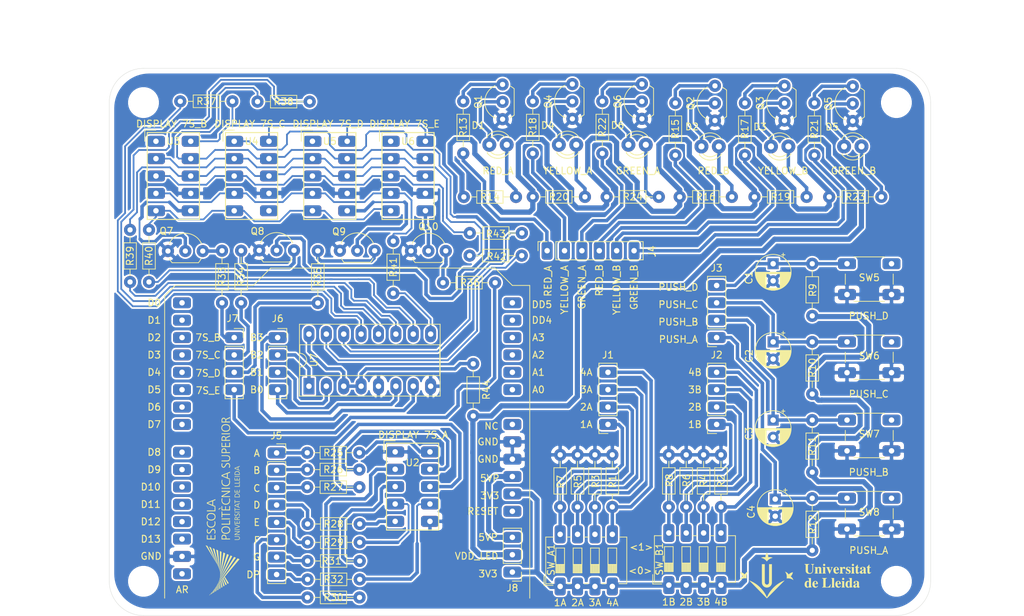
<source format=kicad_pcb>
(kicad_pcb (version 20171130) (host pcbnew "(5.1.6)-1")
  (layers (0 F.Cu signal) (31 B.Cu signal) (34 B.Paste user) (35 F.Paste user) (36 B.SilkS user) (37 F.SilkS user) (38 B.Mask user) (39 F.Mask user) (44 Edge.Cuts user))
  (net 0 "")
  (net 1 "Net-(U1-Pad14)")
  (net 2 "Net-(U1-Pad13)")
  (net 3 "Net-(U1-Pad12)")
  (net 4 "Net-(U1-Pad11)")
  (net 5 GND)
  (net 6 "Net-(U1-Pad10)")
  (net 7 "Net-(U1-Pad25)")
  (net 8 "Net-(U1-Pad9)")
  (net 9 "Net-(U1-Pad24)")
  (net 10 "Net-(U1-Pad8)")
  (net 11 "Net-(U1-Pad23)")
  (net 12 "Net-(U1-Pad7)")
  (net 13 "Net-(U1-Pad22)")
  (net 14 "Net-(U1-Pad6)")
  (net 15 "Net-(U1-Pad21)")
  (net 16 "Net-(U1-Pad20)")
  (net 17 "Net-(U1-Pad19)")
  (net 18 "Net-(U1-Pad18)")
  (net 19 "Net-(U1-Pad17)")
  (net 20 "Net-(U1-Pad1)")
  (net 21 "Net-(U1-Pad16)")
  (net 22 "Net-(U1-Pad15)")
  (net 23 "Net-(D1-Pad2)")
  (net 24 "Net-(D1-Pad1)")
  (net 25 4A)
  (net 26 3A)
  (net 27 2A)
  (net 28 1A)
  (net 29 1B)
  (net 30 2B)
  (net 31 3B)
  (net 32 4B)
  (net 33 "Net-(Q1-Pad3)")
  (net 34 "Net-(D2-Pad2)")
  (net 35 "Net-(D2-Pad1)")
  (net 36 "Net-(D3-Pad2)")
  (net 37 "Net-(D3-Pad1)")
  (net 38 "Net-(D4-Pad2)")
  (net 39 "Net-(D4-Pad1)")
  (net 40 "Net-(D5-Pad2)")
  (net 41 "Net-(D5-Pad1)")
  (net 42 "Net-(D6-Pad2)")
  (net 43 "Net-(D6-Pad1)")
  (net 44 "Net-(Q2-Pad3)")
  (net 45 "Net-(Q3-Pad3)")
  (net 46 "Net-(Q4-Pad3)")
  (net 47 "Net-(Q5-Pad3)")
  (net 48 "Net-(Q6-Pad3)")
  (net 49 POLSADOR_D)
  (net 50 POLSADOR_C)
  (net 51 POLSADOR_B)
  (net 52 POLSADOR_A)
  (net 53 GREEN_B)
  (net 54 YELLOW_B)
  (net 55 RED_B)
  (net 56 GREEN_A)
  (net 57 YELLOW_A)
  (net 58 RED_A)
  (net 59 "Net-(R25-Pad2)")
  (net 60 "Net-(R26-Pad2)")
  (net 61 "Net-(R27-Pad2)")
  (net 62 "Net-(R28-Pad2)")
  (net 63 "Net-(R29-Pad2)")
  (net 64 "Net-(R30-Pad2)")
  (net 65 "Net-(R31-Pad2)")
  (net 66 "Net-(R32-Pad2)")
  (net 67 A_DISP_MUX)
  (net 68 B_DISP_MUX)
  (net 69 C_DISP_MUX)
  (net 70 D_DISP_MUX)
  (net 71 E_DISP_MUX)
  (net 72 G_DISP_MUX)
  (net 73 F_DISP_MUX)
  (net 74 "Net-(Q7-Pad3)")
  (net 75 "Net-(Q7-Pad2)")
  (net 76 "Net-(Q8-Pad2)")
  (net 77 "Net-(Q8-Pad3)")
  (net 78 "Net-(Q9-Pad3)")
  (net 79 "Net-(Q9-Pad2)")
  (net 80 "Net-(Q10-Pad2)")
  (net 81 "Net-(Q10-Pad3)")
  (net 82 DP_DISP_A)
  (net 83 G_DISP_A)
  (net 84 F_DISP_A)
  (net 85 E_DISP_A)
  (net 86 D_DISP_A)
  (net 87 C_DISP_A)
  (net 88 B_DISP_A)
  (net 89 A_DISP_A)
  (net 90 B3)
  (net 91 B2)
  (net 92 B1)
  (net 93 B0)
  (net 94 DISP_B)
  (net 95 DISP_E)
  (net 96 DISP_D)
  (net 97 DISP_C)
  (net 98 A_DISP_MUX_R)
  (net 99 B_DISP_MUX_R)
  (net 100 C_DISP_MUX_R)
  (net 101 D_DISP_MUX_R)
  (net 102 E_DISP_MUX_R)
  (net 103 F_DISP_MUX_R)
  (net 104 G_DISP_MUX_R)
  (net 105 3V3)
  (net 106 5VP)
  (net 107 "Net-(U1-Pad28)")
  (net 108 "Net-(U1-Pad26)")
  (net 109 VDD_LED)
  (net 110 "Net-(R44-Pad1)")
  (module entrenador_v1:LED_D3.0mm_Alhambra_II (layer F.Cu) (at 152.845 58.166)
    (fp_text reference D6 (at -1.585 -2.836) (layer F.SilkS))
    (fp_text value LED)
    (pad 2 thru_hole circle (at 2.54 0) (size 2.032 2.032) (drill 0.889) (layers B.Cu B.Mask) (net 42 "Net-(D6-Pad2)"))
    (pad 1 thru_hole circle (at 0 0) (size 2.032 2.032) (drill 0.889) (layers B.Cu B.Mask) (net 43 "Net-(D6-Pad1)"))
  )
  (module entrenador_v1:LED_D3.0mm_Alhambra_II (layer F.Cu) (at 184.36 58.41)
    (fp_text reference D5 (at -1.75 -2.85) (layer F.SilkS))
    (fp_text value LED)
    (pad 2 thru_hole circle (at 2.54 0) (size 2.032 2.032) (drill 0.889) (layers B.Cu B.Mask) (net 40 "Net-(D5-Pad2)"))
    (pad 1 thru_hole circle (at 0 0) (size 2.032 2.032) (drill 0.889) (layers B.Cu B.Mask) (net 41 "Net-(D5-Pad1)"))
  )
  (module entrenador_v1:LED_D3.0mm_Alhambra_II (layer F.Cu) (at 142.685 58.166)
    (fp_text reference D4 (at -1.615 -2.826) (layer F.SilkS))
    (fp_text value LED)
    (pad 2 thru_hole circle (at 2.54 0) (size 2.032 2.032) (drill 0.889) (layers B.Cu B.Mask) (net 38 "Net-(D4-Pad2)"))
    (pad 1 thru_hole circle (at 0 0) (size 2.032 2.032) (drill 0.889) (layers B.Cu B.Mask) (net 39 "Net-(D4-Pad1)"))
  )
  (module entrenador_v1:LED_D3.0mm_Alhambra_II (layer F.Cu) (at 173.673 58.42)
    (fp_text reference D3 (at -1.593 -2.86) (layer F.SilkS))
    (fp_text value LED)
    (pad 2 thru_hole circle (at 2.54 0) (size 2.032 2.032) (drill 0.889) (layers B.Cu B.Mask) (net 36 "Net-(D3-Pad2)"))
    (pad 1 thru_hole circle (at 0 0) (size 2.032 2.032) (drill 0.889) (layers B.Cu B.Mask) (net 37 "Net-(D3-Pad1)"))
  )
  (module entrenador_v1:LED_D3.0mm_Alhambra_II (layer F.Cu) (at 163.513 58.42)
    (fp_text reference D2 (at -1.393 -2.88) (layer F.SilkS))
    (fp_text value LED)
    (pad 2 thru_hole circle (at 2.54 0) (size 2.032 2.032) (drill 0.889) (layers B.Cu B.Mask) (net 34 "Net-(D2-Pad2)"))
    (pad 1 thru_hole circle (at 0 0) (size 2.032 2.032) (drill 0.889) (layers B.Cu B.Mask) (net 35 "Net-(D2-Pad1)"))
  )
  (module entrenador_v1:LED_D3.0mm_Alhambra_II (layer F.Cu) (at 132.525 58.166)
    (fp_text reference D1 (at -1.615 -2.826) (layer F.SilkS))
    (fp_text value LED)
    (pad 2 thru_hole circle (at 2.54 0) (size 2.032 2.032) (drill 0.889) (layers B.Cu B.Mask) (net 23 "Net-(D1-Pad2)"))
    (pad 1 thru_hole circle (at 0 0) (size 2.032 2.032) (drill 0.889) (layers B.Cu B.Mask) (net 24 "Net-(D1-Pad1)"))
  )
  (module entrenador_v1:TO-92L_Inline_Wide_Alhambra_II (layer F.Cu) (at 154.82 54.376 90)
    (fp_text reference Q6 (at 2.54 -3.56 90) (layer F.SilkS))
    (fp_text value BC639)
    (pad 1 thru_hole circle (at 0 0 180) (size 1.778 1.778) (drill 0.762) (layers B.Cu B.Mask) (net 5 GND))
    (pad 3 thru_hole circle (at 5.08 0 180) (size 1.778 1.778) (drill 0.762) (layers B.Cu B.Mask) (net 48 "Net-(Q6-Pad3)"))
    (pad 2 thru_hole circle (at 2.54 0 180) (size 1.778 1.778) (drill 0.762) (layers B.Cu B.Mask) (net 43 "Net-(D6-Pad1)"))
  )
  (module entrenador_v1:TO-92L_Inline_Wide_Alhambra_II (layer F.Cu) (at 185.62 54.7 90)
    (fp_text reference Q5 (at 2.54 -3.56 90) (layer F.SilkS))
    (fp_text value BC639)
    (pad 1 thru_hole circle (at 0 0 180) (size 1.778 1.778) (drill 0.762) (layers B.Cu B.Mask) (net 5 GND))
    (pad 3 thru_hole circle (at 5.08 0 180) (size 1.778 1.778) (drill 0.762) (layers B.Cu B.Mask) (net 47 "Net-(Q5-Pad3)"))
    (pad 2 thru_hole circle (at 2.54 0 180) (size 1.778 1.778) (drill 0.762) (layers B.Cu B.Mask) (net 41 "Net-(D5-Pad1)"))
  )
  (module entrenador_v1:TO-92L_Inline_Wide_Alhambra_II (layer F.Cu) (at 144.66 54.376 90)
    (fp_text reference Q4 (at 2.54 -3.56 90) (layer F.SilkS))
    (fp_text value BC639)
    (pad 1 thru_hole circle (at 0 0 180) (size 1.778 1.778) (drill 0.762) (layers B.Cu B.Mask) (net 5 GND))
    (pad 3 thru_hole circle (at 5.08 0 180) (size 1.778 1.778) (drill 0.762) (layers B.Cu B.Mask) (net 46 "Net-(Q4-Pad3)"))
    (pad 2 thru_hole circle (at 2.54 0 180) (size 1.778 1.778) (drill 0.762) (layers B.Cu B.Mask) (net 39 "Net-(D4-Pad1)"))
  )
  (module entrenador_v1:TO-92L_Inline_Wide_Alhambra_II (layer F.Cu) (at 175.648 54.63 90)
    (fp_text reference Q3 (at 2.54 -3.56 90) (layer F.SilkS))
    (fp_text value BC639)
    (pad 1 thru_hole circle (at 0 0 180) (size 1.778 1.778) (drill 0.762) (layers B.Cu B.Mask) (net 5 GND))
    (pad 3 thru_hole circle (at 5.08 0 180) (size 1.778 1.778) (drill 0.762) (layers B.Cu B.Mask) (net 45 "Net-(Q3-Pad3)"))
    (pad 2 thru_hole circle (at 2.54 0 180) (size 1.778 1.778) (drill 0.762) (layers B.Cu B.Mask) (net 37 "Net-(D3-Pad1)"))
  )
  (module entrenador_v1:TO-92L_Inline_Wide_Alhambra_II (layer F.Cu) (at 165.488 54.63 90)
    (fp_text reference Q2 (at 2.54 -3.56 90) (layer F.SilkS))
    (fp_text value BC639)
    (pad 1 thru_hole circle (at 0 0 180) (size 1.778 1.778) (drill 0.762) (layers B.Cu B.Mask) (net 5 GND))
    (pad 3 thru_hole circle (at 5.08 0 180) (size 1.778 1.778) (drill 0.762) (layers B.Cu B.Mask) (net 44 "Net-(Q2-Pad3)"))
    (pad 2 thru_hole circle (at 2.54 0 180) (size 1.778 1.778) (drill 0.762) (layers B.Cu B.Mask) (net 35 "Net-(D2-Pad1)"))
  )
  (module entrenador_v1:TO-92L_Inline_Wide_Alhambra_II (layer F.Cu) (at 134.46 54.43 90)
    (fp_text reference Q1 (at 2.54 -3.56 90) (layer F.SilkS))
    (fp_text value BC639)
    (pad 1 thru_hole circle (at 0 0 180) (size 1.778 1.778) (drill 0.762) (layers B.Cu B.Mask) (net 5 GND))
    (pad 3 thru_hole circle (at 5.08 0 180) (size 1.778 1.778) (drill 0.762) (layers B.Cu B.Mask) (net 33 "Net-(Q1-Pad3)"))
    (pad 2 thru_hole circle (at 2.54 0 180) (size 1.778 1.778) (drill 0.762) (layers B.Cu B.Mask) (net 24 "Net-(D1-Pad1)"))
  )
  (module entrenador_v1:TO-92L_Inline_Wide_Alhambra_II (layer F.Cu) (at 121.0818 73.6854)
    (fp_text reference Q10 (at 2.54 -3.56) (layer F.SilkS))
    (fp_text value BC639)
    (pad 1 thru_hole circle (at 0 0 90) (size 1.778 1.778) (drill 0.762) (layers B.Cu B.Mask) (net 5 GND))
    (pad 3 thru_hole circle (at 5.08 0 90) (size 1.778 1.778) (drill 0.762) (layers B.Cu B.Mask) (net 81 "Net-(Q10-Pad3)"))
    (pad 2 thru_hole circle (at 2.54 0 90) (size 1.778 1.778) (drill 0.762) (layers B.Cu B.Mask) (net 80 "Net-(Q10-Pad2)"))
  )
  (module entrenador_v1:TO-92L_Inline_Wide_Alhambra_II (layer F.Cu) (at 110.6932 73.66)
    (fp_text reference Q9 (at -0.127 -2.794) (layer F.SilkS))
    (fp_text value BC639)
    (pad 1 thru_hole circle (at 0 0 90) (size 1.778 1.778) (drill 0.762) (layers B.Cu B.Mask) (net 5 GND))
    (pad 3 thru_hole circle (at 5.08 0 90) (size 1.778 1.778) (drill 0.762) (layers B.Cu B.Mask) (net 78 "Net-(Q9-Pad3)"))
    (pad 2 thru_hole circle (at 2.54 0 90) (size 1.778 1.778) (drill 0.762) (layers B.Cu B.Mask) (net 79 "Net-(Q9-Pad2)"))
  )
  (module entrenador_v1:TO-92L_Inline_Wide_Alhambra_II (layer F.Cu) (at 98.9076 73.6092)
    (fp_text reference Q8 (at -0.254 -2.794) (layer F.SilkS))
    (fp_text value BC639)
    (pad 1 thru_hole circle (at 0 0 90) (size 1.778 1.778) (drill 0.762) (layers B.Cu B.Mask) (net 5 GND))
    (pad 3 thru_hole circle (at 5.08 0 90) (size 1.778 1.778) (drill 0.762) (layers B.Cu B.Mask) (net 77 "Net-(Q8-Pad3)"))
    (pad 2 thru_hole circle (at 2.54 0 90) (size 1.778 1.778) (drill 0.762) (layers B.Cu B.Mask) (net 76 "Net-(Q8-Pad2)"))
  )
  (module entrenador_v1:R_Axial_Alhambra_II (layer F.Cu) (at 133.3754 78.3336 180)
    (fp_text reference R36 (at 3.683 0) (layer F.SilkS))
    (fp_text value 10k)
    (pad 2 thru_hole oval (at 7.62 0 180) (size 1.778 1.778) (drill 0.762) (layers B.Cu B.Mask) (net 81 "Net-(Q10-Pad3)"))
    (pad 1 thru_hole oval (at 0 0 180) (size 1.778 1.778) (drill 0.762) (layers B.Cu B.Mask) (net 95 DISP_E))
  )
  (module entrenador_v1:R_Axial_Alhambra_II (layer F.Cu) (at 107.4674 81.3054 90)
    (fp_text reference R35 (at 3.81 0 90) (layer F.SilkS))
    (fp_text value 10k)
    (pad 2 thru_hole oval (at 7.62 0 90) (size 1.778 1.778) (drill 0.762) (layers B.Cu B.Mask) (net 78 "Net-(Q9-Pad3)"))
    (pad 1 thru_hole oval (at 0 0 90) (size 1.778 1.778) (drill 0.762) (layers B.Cu B.Mask) (net 96 DISP_D))
  )
  (module entrenador_v1:R_Axial_Alhambra_II (layer F.Cu) (at 96.266 81.28 90)
    (fp_text reference R34 (at 3.81 0 90) (layer F.SilkS))
    (fp_text value 10k)
    (pad 2 thru_hole oval (at 7.62 0 90) (size 1.778 1.778) (drill 0.762) (layers B.Cu B.Mask) (net 77 "Net-(Q8-Pad3)"))
    (pad 1 thru_hole oval (at 0 0 90) (size 1.778 1.778) (drill 0.762) (layers B.Cu B.Mask) (net 97 DISP_C))
  )
  (module entrenador_v1:R_Axial_Alhambra_II (layer F.Cu) (at 93.472 81.28 90)
    (fp_text reference R33 (at 3.81 0 90) (layer F.SilkS))
    (fp_text value 10k)
    (pad 2 thru_hole oval (at 7.62 0 90) (size 1.778 1.778) (drill 0.762) (layers B.Cu B.Mask) (net 74 "Net-(Q7-Pad3)"))
    (pad 1 thru_hole oval (at 0 0 90) (size 1.778 1.778) (drill 0.762) (layers B.Cu B.Mask) (net 94 DISP_B))
  )
  (module entrenador_v1:R_Axial_Alhambra_II (layer F.Cu) (at 150.495 111.125 90)
    (fp_text reference R1 (at 3.7084 0.0508 90) (layer F.SilkS))
    (fp_text value 10k)
    (pad 2 thru_hole oval (at 7.62 0 90) (size 1.778 1.778) (drill 0.762) (layers B.Cu B.Mask) (net 5 GND))
    (pad 1 thru_hole oval (at 0 0 90) (size 1.778 1.778) (drill 0.762) (layers B.Cu B.Mask) (net 25 4A))
  )
  (module entrenador_v1:R_Axial_Alhambra_II (layer F.Cu) (at 166.37 111.125 90)
    (fp_text reference R2 (at 3.7846 0.0254 90) (layer F.SilkS))
    (fp_text value 10k)
    (pad 2 thru_hole oval (at 7.62 0 90) (size 1.778 1.778) (drill 0.762) (layers B.Cu B.Mask) (net 5 GND))
    (pad 1 thru_hole oval (at 0 0 90) (size 1.778 1.778) (drill 0.762) (layers B.Cu B.Mask) (net 32 4B))
  )
  (module entrenador_v1:R_Axial_Alhambra_II (layer F.Cu) (at 147.955 111.125 90)
    (fp_text reference R3 (at 3.7338 0.1016 90) (layer F.SilkS))
    (fp_text value 10k)
    (pad 2 thru_hole oval (at 7.62 0 90) (size 1.778 1.778) (drill 0.762) (layers B.Cu B.Mask) (net 5 GND))
    (pad 1 thru_hole oval (at 0 0 90) (size 1.778 1.778) (drill 0.762) (layers B.Cu B.Mask) (net 26 3A))
  )
  (module entrenador_v1:R_Axial_Alhambra_II (layer F.Cu) (at 163.83 111.125 90)
    (fp_text reference R4 (at 3.8608 0.0254 90) (layer F.SilkS))
    (fp_text value 10k)
    (pad 2 thru_hole oval (at 7.62 0 90) (size 1.778 1.778) (drill 0.762) (layers B.Cu B.Mask) (net 5 GND))
    (pad 1 thru_hole oval (at 0 0 90) (size 1.778 1.778) (drill 0.762) (layers B.Cu B.Mask) (net 31 3B))
  )
  (module entrenador_v1:R_Axial_Alhambra_II (layer F.Cu) (at 145.415 111.125 90)
    (fp_text reference R5 (at 3.7084 0.0508 90) (layer F.SilkS))
    (fp_text value 10k)
    (pad 2 thru_hole oval (at 7.62 0 90) (size 1.778 1.778) (drill 0.762) (layers B.Cu B.Mask) (net 5 GND))
    (pad 1 thru_hole oval (at 0 0 90) (size 1.778 1.778) (drill 0.762) (layers B.Cu B.Mask) (net 27 2A))
  )
  (module entrenador_v1:R_Axial_Alhambra_II (layer F.Cu) (at 161.29 111.125 90)
    (fp_text reference R6 (at 3.8862 0.0508 90) (layer F.SilkS))
    (fp_text value 10k)
    (pad 2 thru_hole oval (at 7.62 0 90) (size 1.778 1.778) (drill 0.762) (layers B.Cu B.Mask) (net 5 GND))
    (pad 1 thru_hole oval (at 0 0 90) (size 1.778 1.778) (drill 0.762) (layers B.Cu B.Mask) (net 30 2B))
  )
  (module entrenador_v1:R_Axial_Alhambra_II (layer F.Cu) (at 142.875 111.125 90)
    (fp_text reference R7 (at 3.683 0.0762 90) (layer F.SilkS))
    (fp_text value 10k)
    (pad 2 thru_hole oval (at 7.62 0 90) (size 1.778 1.778) (drill 0.762) (layers B.Cu B.Mask) (net 5 GND))
    (pad 1 thru_hole oval (at 0 0 90) (size 1.778 1.778) (drill 0.762) (layers B.Cu B.Mask) (net 28 1A))
  )
  (module entrenador_v1:R_Axial_Alhambra_II (layer F.Cu) (at 158.75 111.125 90)
    (fp_text reference R8 (at 3.8862 0.0762 90) (layer F.SilkS))
    (fp_text value 10k)
    (pad 2 thru_hole oval (at 7.62 0 90) (size 1.778 1.778) (drill 0.762) (layers B.Cu B.Mask) (net 5 GND))
    (pad 1 thru_hole oval (at 0 0 90) (size 1.778 1.778) (drill 0.762) (layers B.Cu B.Mask) (net 29 1B))
  )
  (module entrenador_v1:R_Axial_Alhambra_II (layer F.Cu) (at 179.705 83.185 90)
    (fp_text reference R9 (at 3.7592 0.0762 90) (layer F.SilkS))
    (fp_text value 10k)
    (pad 2 thru_hole oval (at 7.62 0 90) (size 1.778 1.778) (drill 0.762) (layers B.Cu B.Mask) (net 49 POLSADOR_D))
    (pad 1 thru_hole oval (at 0 0 90) (size 1.778 1.778) (drill 0.762) (layers B.Cu B.Mask) (net 105 3V3))
  )
  (module entrenador_v1:R_Axial_Alhambra_II (layer F.Cu) (at 179.705 94.615 90)
    (fp_text reference R10 (at 3.8354 0.0254 90) (layer F.SilkS))
    (fp_text value 10k)
    (pad 2 thru_hole oval (at 7.62 0 90) (size 1.778 1.778) (drill 0.762) (layers B.Cu B.Mask) (net 50 POLSADOR_C))
    (pad 1 thru_hole oval (at 0 0 90) (size 1.778 1.778) (drill 0.762) (layers B.Cu B.Mask) (net 105 3V3))
  )
  (module entrenador_v1:R_Axial_Alhambra_II (layer F.Cu) (at 179.705 106.045 90)
    (fp_text reference R11 (at 3.8354 0 90) (layer F.SilkS))
    (fp_text value 10k)
    (pad 2 thru_hole oval (at 7.62 0 90) (size 1.778 1.778) (drill 0.762) (layers B.Cu B.Mask) (net 51 POLSADOR_B))
    (pad 1 thru_hole oval (at 0 0 90) (size 1.778 1.778) (drill 0.762) (layers B.Cu B.Mask) (net 105 3V3))
  )
  (module entrenador_v1:R_Axial_Alhambra_II (layer F.Cu) (at 179.705 117.475 90)
    (fp_text reference R12 (at 3.81 0.0508 90) (layer F.SilkS))
    (fp_text value 10k)
    (pad 2 thru_hole oval (at 7.62 0 90) (size 1.778 1.778) (drill 0.762) (layers B.Cu B.Mask) (net 52 POLSADOR_A))
    (pad 1 thru_hole oval (at 0 0 90) (size 1.778 1.778) (drill 0.762) (layers B.Cu B.Mask) (net 105 3V3))
  )
  (module entrenador_v1:R_Axial_Alhambra_II (layer F.Cu) (at 128.715 51.816 270)
    (fp_text reference R13 (at 3.81 0 90) (layer F.SilkS))
    (fp_text value 10k)
    (pad 2 thru_hole oval (at 7.62 0 270) (size 1.778 1.778) (drill 0.762) (layers B.Cu B.Mask) (net 58 RED_A))
    (pad 1 thru_hole oval (at 0 0 270) (size 1.778 1.778) (drill 0.762) (layers B.Cu B.Mask) (net 33 "Net-(Q1-Pad3)"))
  )
  (module entrenador_v1:R_Axial_Alhambra_II (layer F.Cu) (at 128.8 65.8)
    (fp_text reference R14 (at 3.81 0) (layer F.SilkS))
    (fp_text value 10k)
    (pad 2 thru_hole oval (at 7.62 0) (size 1.778 1.778) (drill 0.762) (layers B.Cu B.Mask) (net 23 "Net-(D1-Pad2)"))
    (pad 1 thru_hole oval (at 0 0) (size 1.778 1.778) (drill 0.762) (layers B.Cu B.Mask) (net 109 VDD_LED))
  )
  (module entrenador_v1:R_Axial_Alhambra_II (layer F.Cu) (at 159.703 52.07 270)
    (fp_text reference R15 (at 3.81 0 90) (layer F.SilkS))
    (fp_text value 10k)
    (pad 2 thru_hole oval (at 7.62 0 270) (size 1.778 1.778) (drill 0.762) (layers B.Cu B.Mask) (net 55 RED_B))
    (pad 1 thru_hole oval (at 0 0 270) (size 1.778 1.778) (drill 0.762) (layers B.Cu B.Mask) (net 44 "Net-(Q2-Pad3)"))
  )
  (module entrenador_v1:R_Axial_Alhambra_II (layer F.Cu) (at 160.338 65.786)
    (fp_text reference R16 (at 3.81 0) (layer F.SilkS))
    (fp_text value 10k)
    (pad 2 thru_hole oval (at 7.62 0) (size 1.778 1.778) (drill 0.762) (layers B.Cu B.Mask) (net 34 "Net-(D2-Pad2)"))
    (pad 1 thru_hole oval (at 0 0) (size 1.778 1.778) (drill 0.762) (layers B.Cu B.Mask) (net 109 VDD_LED))
  )
  (module entrenador_v1:R_Axial_Alhambra_II (layer F.Cu) (at 169.863 52.07 270)
    (fp_text reference R17 (at 3.81 0 90) (layer F.SilkS))
    (fp_text value 10k)
    (pad 2 thru_hole oval (at 7.62 0 270) (size 1.778 1.778) (drill 0.762) (layers B.Cu B.Mask) (net 54 YELLOW_B))
    (pad 1 thru_hole oval (at 0 0 270) (size 1.778 1.778) (drill 0.762) (layers B.Cu B.Mask) (net 45 "Net-(Q3-Pad3)"))
  )
  (module entrenador_v1:R_Axial_Alhambra_II (layer F.Cu) (at 138.875 51.816 270)
    (fp_text reference R18 (at 3.81 0 90) (layer F.SilkS))
    (fp_text value 10k)
    (pad 2 thru_hole oval (at 7.62 0 270) (size 1.778 1.778) (drill 0.762) (layers B.Cu B.Mask) (net 57 YELLOW_A))
    (pad 1 thru_hole oval (at 0 0 270) (size 1.778 1.778) (drill 0.762) (layers B.Cu B.Mask) (net 46 "Net-(Q4-Pad3)"))
  )
  (module entrenador_v1:R_Axial_Alhambra_II (layer F.Cu) (at 171.26 65.786)
    (fp_text reference R19 (at 3.81 0) (layer F.SilkS))
    (fp_text value 10k)
    (pad 2 thru_hole oval (at 7.62 0) (size 1.778 1.778) (drill 0.762) (layers B.Cu B.Mask) (net 36 "Net-(D3-Pad2)"))
    (pad 1 thru_hole oval (at 0 0) (size 1.778 1.778) (drill 0.762) (layers B.Cu B.Mask) (net 109 VDD_LED))
  )
  (module entrenador_v1:R_Axial_Alhambra_II (layer F.Cu) (at 138.875 65.786)
    (fp_text reference R20 (at 3.81 0) (layer F.SilkS))
    (fp_text value 10k)
    (pad 2 thru_hole oval (at 7.62 0) (size 1.778 1.778) (drill 0.762) (layers B.Cu B.Mask) (net 38 "Net-(D4-Pad2)"))
    (pad 1 thru_hole oval (at 0 0) (size 1.778 1.778) (drill 0.762) (layers B.Cu B.Mask) (net 109 VDD_LED))
  )
  (module entrenador_v1:R_Axial_Alhambra_II (layer F.Cu) (at 180.023 52.07 270)
    (fp_text reference R21 (at 3.81 0 90) (layer F.SilkS))
    (fp_text value 10k)
    (pad 2 thru_hole oval (at 7.62 0 270) (size 1.778 1.778) (drill 0.762) (layers B.Cu B.Mask) (net 53 GREEN_B))
    (pad 1 thru_hole oval (at 0 0 270) (size 1.778 1.778) (drill 0.762) (layers B.Cu B.Mask) (net 47 "Net-(Q5-Pad3)"))
  )
  (module entrenador_v1:R_Axial_Alhambra_II (layer F.Cu) (at 149.035 51.816 270)
    (fp_text reference R22 (at 3.81 0 90) (layer F.SilkS))
    (fp_text value 10k)
    (pad 2 thru_hole oval (at 7.62 0 270) (size 1.778 1.778) (drill 0.762) (layers B.Cu B.Mask) (net 56 GREEN_A))
    (pad 1 thru_hole oval (at 0 0 270) (size 1.778 1.778) (drill 0.762) (layers B.Cu B.Mask) (net 48 "Net-(Q6-Pad3)"))
  )
  (module entrenador_v1:R_Axial_Alhambra_II (layer F.Cu) (at 182.182 65.786)
    (fp_text reference R23 (at 3.81 0) (layer F.SilkS))
    (fp_text value 10k)
    (pad 2 thru_hole oval (at 7.62 0) (size 1.778 1.778) (drill 0.762) (layers B.Cu B.Mask) (net 40 "Net-(D5-Pad2)"))
    (pad 1 thru_hole oval (at 0 0) (size 1.778 1.778) (drill 0.762) (layers B.Cu B.Mask) (net 109 VDD_LED))
  )
  (module entrenador_v1:R_Axial_Alhambra_II (layer F.Cu) (at 149.67 65.786)
    (fp_text reference R24 (at 3.81 0) (layer F.SilkS))
    (fp_text value 10k)
    (pad 2 thru_hole oval (at 7.62 0) (size 1.778 1.778) (drill 0.762) (layers B.Cu B.Mask) (net 42 "Net-(D6-Pad2)"))
    (pad 1 thru_hole oval (at 0 0) (size 1.778 1.778) (drill 0.762) (layers B.Cu B.Mask) (net 109 VDD_LED))
  )
  (module entrenador_v1:R_Axial_Alhambra_II (layer F.Cu) (at 105.918 103.2002)
    (fp_text reference R25 (at 3.81 0) (layer F.SilkS))
    (fp_text value 180)
    (pad 2 thru_hole oval (at 7.62 0) (size 1.778 1.778) (drill 0.762) (layers B.Cu B.Mask) (net 59 "Net-(R25-Pad2)"))
    (pad 1 thru_hole oval (at 0 0) (size 1.778 1.778) (drill 0.762) (layers B.Cu B.Mask) (net 89 A_DISP_A))
  )
  (module entrenador_v1:R_Axial_Alhambra_II (layer F.Cu) (at 105.918 105.664)
    (fp_text reference R26 (at 3.81 0) (layer F.SilkS))
    (fp_text value 180)
    (pad 2 thru_hole oval (at 7.62 0) (size 1.778 1.778) (drill 0.762) (layers B.Cu B.Mask) (net 60 "Net-(R26-Pad2)"))
    (pad 1 thru_hole oval (at 0 0) (size 1.778 1.778) (drill 0.762) (layers B.Cu B.Mask) (net 88 B_DISP_A))
  )
  (module entrenador_v1:R_Axial_Alhambra_II (layer F.Cu) (at 105.918 108.2294)
    (fp_text reference R27 (at 3.81 0) (layer F.SilkS))
    (fp_text value 180)
    (pad 2 thru_hole oval (at 7.62 0) (size 1.778 1.778) (drill 0.762) (layers B.Cu B.Mask) (net 61 "Net-(R27-Pad2)"))
    (pad 1 thru_hole oval (at 0 0) (size 1.778 1.778) (drill 0.762) (layers B.Cu B.Mask) (net 87 C_DISP_A))
  )
  (module entrenador_v1:R_Axial_Alhambra_II (layer F.Cu) (at 105.9688 113.6142)
    (fp_text reference R28 (at 3.81 0) (layer F.SilkS))
    (fp_text value 180)
    (pad 2 thru_hole oval (at 7.62 0) (size 1.778 1.778) (drill 0.762) (layers B.Cu B.Mask) (net 62 "Net-(R28-Pad2)"))
    (pad 1 thru_hole oval (at 0 0) (size 1.778 1.778) (drill 0.762) (layers B.Cu B.Mask) (net 86 D_DISP_A))
  )
  (module entrenador_v1:R_Axial_Alhambra_II (layer F.Cu) (at 105.9688 116.3066)
    (fp_text reference R29 (at 3.81 0) (layer F.SilkS))
    (fp_text value 180)
    (pad 2 thru_hole oval (at 7.62 0) (size 1.778 1.778) (drill 0.762) (layers B.Cu B.Mask) (net 63 "Net-(R29-Pad2)"))
    (pad 1 thru_hole oval (at 0 0) (size 1.778 1.778) (drill 0.762) (layers B.Cu B.Mask) (net 85 E_DISP_A))
  )
  (module entrenador_v1:R_Axial_Alhambra_II (layer F.Cu) (at 105.9434 124.3584)
    (fp_text reference R30 (at 3.81 0) (layer F.SilkS))
    (fp_text value 180)
    (pad 2 thru_hole oval (at 7.62 0) (size 1.778 1.778) (drill 0.762) (layers B.Cu B.Mask) (net 64 "Net-(R30-Pad2)"))
    (pad 1 thru_hole oval (at 0 0) (size 1.778 1.778) (drill 0.762) (layers B.Cu B.Mask) (net 84 F_DISP_A))
  )
  (module entrenador_v1:R_Axial_Alhambra_II (layer F.Cu) (at 105.9688 119.0244)
    (fp_text reference R31 (at 3.5 0) (layer F.SilkS))
    (fp_text value 180)
    (pad 2 thru_hole oval (at 7.62 0) (size 1.778 1.778) (drill 0.762) (layers B.Cu B.Mask) (net 65 "Net-(R31-Pad2)"))
    (pad 1 thru_hole oval (at 0 0) (size 1.778 1.778) (drill 0.762) (layers B.Cu B.Mask) (net 83 G_DISP_A))
  )
  (module entrenador_v1:R_Axial_Alhambra_II (layer F.Cu) (at 105.9688 121.7168)
    (fp_text reference R32 (at 3.81 0) (layer F.SilkS))
    (fp_text value 180)
    (pad 2 thru_hole oval (at 7.62 0) (size 1.778 1.778) (drill 0.762) (layers B.Cu B.Mask) (net 66 "Net-(R32-Pad2)"))
    (pad 1 thru_hole oval (at 0 0) (size 1.778 1.778) (drill 0.762) (layers B.Cu B.Mask) (net 82 DP_DISP_A))
  )
  (module entrenador_v1:R_Axial_Alhambra_II (layer F.Cu) (at 87.376 51.816)
    (fp_text reference R37 (at 3.81 0) (layer F.SilkS))
    (fp_text value 180)
    (pad 2 thru_hole oval (at 7.62 0) (size 1.778 1.778) (drill 0.762) (layers B.Cu B.Mask) (net 98 A_DISP_MUX_R))
    (pad 1 thru_hole oval (at 0 0) (size 1.778 1.778) (drill 0.762) (layers B.Cu B.Mask) (net 67 A_DISP_MUX))
  )
  (module entrenador_v1:R_Axial_Alhambra_II (layer F.Cu) (at 106.28 51.86 180)
    (fp_text reference R38 (at 3.81 0) (layer F.SilkS))
    (fp_text value 180)
    (pad 2 thru_hole oval (at 7.62 0 180) (size 1.778 1.778) (drill 0.762) (layers B.Cu B.Mask) (net 99 B_DISP_MUX_R))
    (pad 1 thru_hole oval (at 0 0 180) (size 1.778 1.778) (drill 0.762) (layers B.Cu B.Mask) (net 68 B_DISP_MUX))
  )
  (module entrenador_v1:R_Axial_Alhambra_II (layer F.Cu) (at 80.0354 78.232 90)
    (fp_text reference R39 (at 3.81 0 90) (layer F.SilkS))
    (fp_text value 180)
    (pad 2 thru_hole oval (at 7.62 0 90) (size 1.778 1.778) (drill 0.762) (layers B.Cu B.Mask) (net 100 C_DISP_MUX_R))
    (pad 1 thru_hole oval (at 0 0 90) (size 1.778 1.778) (drill 0.762) (layers B.Cu B.Mask) (net 69 C_DISP_MUX))
  )
  (module entrenador_v1:R_Axial_Alhambra_II (layer F.Cu) (at 118.491 79.883 90)
    (fp_text reference R41 (at 3.81 0 90) (layer F.SilkS))
    (fp_text value 180)
    (pad 2 thru_hole oval (at 7.62 0 90) (size 1.778 1.778) (drill 0.762) (layers B.Cu B.Mask) (net 102 E_DISP_MUX_R))
    (pad 1 thru_hole oval (at 0 0 90) (size 1.778 1.778) (drill 0.762) (layers B.Cu B.Mask) (net 71 E_DISP_MUX))
  )
  (module entrenador_v1:R_Axial_Alhambra_II (layer F.Cu) (at 137.2616 74.3712 180)
    (fp_text reference R42 (at 3.683 -0.127) (layer F.SilkS))
    (fp_text value 180)
    (pad 2 thru_hole oval (at 7.62 0 180) (size 1.778 1.778) (drill 0.762) (layers B.Cu B.Mask) (net 103 F_DISP_MUX_R))
    (pad 1 thru_hole oval (at 0 0 180) (size 1.778 1.778) (drill 0.762) (layers B.Cu B.Mask) (net 73 F_DISP_MUX))
  )
  (module entrenador_v1:R_Axial_Alhambra_II (layer F.Cu) (at 137.287 71.0692 180)
    (fp_text reference R43 (at 3.81 -0.127) (layer F.SilkS))
    (fp_text value 180)
    (pad 2 thru_hole oval (at 7.62 0 180) (size 1.778 1.778) (drill 0.762) (layers B.Cu B.Mask) (net 104 G_DISP_MUX_R))
    (pad 1 thru_hole oval (at 0 0 180) (size 1.778 1.778) (drill 0.762) (layers B.Cu B.Mask) (net 72 G_DISP_MUX))
  )
  (module entrenador_v1:R_Axial_Alhambra_II (layer F.Cu) (at 82.804 78.232 90)
    (fp_text reference R40 (at 3.81 0 90) (layer F.SilkS))
    (fp_text value 180)
    (pad 2 thru_hole oval (at 7.62 0 90) (size 1.778 1.778) (drill 0.762) (layers B.Cu B.Mask) (net 101 D_DISP_MUX_R))
    (pad 1 thru_hole oval (at 0 0 90) (size 1.778 1.778) (drill 0.762) (layers B.Cu B.Mask) (net 70 D_DISP_MUX))
  )
  (module entrenador_v1:R_Axial_Alhambra_II (layer F.Cu) (at 130.175 90.1954 270)
    (fp_text reference R44 (at 3.81 -1.92 90) (layer F.SilkS))
    (fp_text value "0 (BRIDGE)")
    (pad 2 thru_hole oval (at 7.62 0 270) (size 1.778 1.778) (drill 0.762) (layers B.Cu B.Mask) (net 109 VDD_LED))
    (pad 1 thru_hole oval (at 0 0 270) (size 1.778 1.778) (drill 0.762) (layers B.Cu B.Mask) (net 110 "Net-(R44-Pad1)"))
  )
  (module entrenador_v1:TO-92L_Inline_Wide_Alhambra_II (layer F.Cu) (at 85.5726 73.7108)
    (fp_text reference Q7 (at -0.2286 -2.921) (layer F.SilkS))
    (fp_text value BC639)
    (pad 1 thru_hole circle (at 0 0 90) (size 1.778 1.778) (drill 0.762) (layers B.Cu B.Mask) (net 5 GND))
    (pad 3 thru_hole circle (at 5.08 0 90) (size 1.778 1.778) (drill 0.762) (layers B.Cu B.Mask) (net 74 "Net-(Q7-Pad3)"))
    (pad 2 thru_hole circle (at 2.54 0 90) (size 1.778 1.778) (drill 0.762) (layers B.Cu B.Mask) (net 75 "Net-(Q7-Pad2)"))
  )
  (module Package_DIP:DIP-16_W7.62mm_Socket_LongPads (layer F.Cu) (at 106.172 93.472 90)
    (fp_text reference U7 (at 3.81 0.762 90) (layer F.SilkS))
    (fp_text value 4511_Alhambra_II)
    (pad 1 thru_hole rect (at 0 0 90) (size 2.4 1.6) (drill 0.8) (layers B.Cu B.Mask) (net 92 B1))
    (pad 9 thru_hole oval (at 7.62 17.78 90) (size 2.4 1.6) (drill 0.8) (layers B.Cu B.Mask) (net 71 E_DISP_MUX))
    (pad 2 thru_hole oval (at 0 2.54 90) (size 2.4 1.6) (drill 0.8) (layers B.Cu B.Mask) (net 91 B2))
    (pad 10 thru_hole oval (at 7.62 15.24 90) (size 2.4 1.6) (drill 0.8) (layers B.Cu B.Mask) (net 70 D_DISP_MUX))
    (pad 3 thru_hole oval (at 0 5.08 90) (size 2.4 1.6) (drill 0.8) (layers B.Cu B.Mask) (net 110 "Net-(R44-Pad1)"))
    (pad 11 thru_hole oval (at 7.62 12.7 90) (size 2.4 1.6) (drill 0.8) (layers B.Cu B.Mask) (net 69 C_DISP_MUX))
    (pad 4 thru_hole oval (at 0 7.62 90) (size 2.4 1.6) (drill 0.8) (layers B.Cu B.Mask) (net 110 "Net-(R44-Pad1)"))
    (pad 12 thru_hole oval (at 7.62 10.16 90) (size 2.4 1.6) (drill 0.8) (layers B.Cu B.Mask) (net 68 B_DISP_MUX))
    (pad 5 thru_hole oval (at 0 10.16 90) (size 2.4 1.6) (drill 0.8) (layers B.Cu B.Mask) (net 5 GND))
    (pad 13 thru_hole oval (at 7.62 7.62 90) (size 2.4 1.6) (drill 0.8) (layers B.Cu B.Mask) (net 67 A_DISP_MUX))
    (pad 6 thru_hole oval (at 0 12.7 90) (size 2.4 1.6) (drill 0.8) (layers B.Cu B.Mask) (net 90 B3))
    (pad 14 thru_hole oval (at 7.62 5.08 90) (size 2.4 1.6) (drill 0.8) (layers B.Cu B.Mask) (net 72 G_DISP_MUX))
    (pad 7 thru_hole oval (at 0 15.24 90) (size 2.4 1.6) (drill 0.8) (layers B.Cu B.Mask) (net 93 B0))
    (pad 15 thru_hole oval (at 7.62 2.54 90) (size 2.4 1.6) (drill 0.8) (layers B.Cu B.Mask) (net 73 F_DISP_MUX))
    (pad 8 thru_hole oval (at 0 17.78 90) (size 2.4 1.6) (drill 0.8) (layers B.Cu B.Mask) (net 5 GND))
    (pad 16 thru_hole oval (at 7.62 0 90) (size 2.4 1.6) (drill 0.8) (layers B.Cu B.Mask) (net 110 "Net-(R44-Pad1)"))
  )
  (module entrenador_v1:PUSH_Button_Alhambra_II (layer F.Cu) (at 184.785 86.995)
    (fp_text reference SW6 (at 3.25 2.032) (layer F.SilkS))
    (fp_text value SW_Push)
    (pad 2 thru_hole roundrect (at 0 4.5 180) (size 2.616 1.6) (drill 0.8) (layers B.Cu B.Mask) (net 5 GND))
    (pad 1 thru_hole roundrect (at 0 0 180) (size 2.616 1.6) (drill 0.8) (layers B.Cu B.Mask) (net 50 POLSADOR_C))
    (pad 2 thru_hole roundrect (at 6.5 4.5 180) (size 2.616 1.6) (drill 0.8) (layers B.Cu B.Mask) (net 5 GND))
    (pad 1 thru_hole roundrect (at 6.5 0 180) (size 2.616 1.6) (drill 0.8) (layers B.Cu B.Mask) (net 50 POLSADOR_C))
  )
  (module entrenador_v1:PinSocket_1x04_P2.54mm_Vertical_Alhambra_II (layer F.Cu) (at 165.735 99.06 180)
    (fp_text reference J2 (at 0 10.16) (layer F.SilkS))
    (fp_text value Conn_01x04)
    (pad 1 thru_hole roundrect (at 0 0) (size 2.616 1.6) (drill 0.8) (layers B.Cu B.Mask) (net 29 1B))
    (pad 2 thru_hole roundrect (at 0 2.54) (size 2.616 1.6) (drill 0.8) (layers B.Cu B.Mask) (net 30 2B))
    (pad 3 thru_hole roundrect (at 0 5.08) (size 2.616 1.6) (drill 0.8) (layers B.Cu B.Mask) (net 31 3B))
    (pad 4 thru_hole roundrect (at 0 7.62) (size 2.616 1.6) (drill 0.8) (layers B.Cu B.Mask) (net 32 4B))
  )
  (module entrenador_v1:PUSH_Button_Alhambra_II (layer F.Cu) (at 184.785 109.855)
    (fp_text reference SW8 (at 3.25 2.032) (layer F.SilkS))
    (fp_text value SW_Push)
    (pad 2 thru_hole roundrect (at 0 4.5 180) (size 2.616 1.6) (drill 0.8) (layers B.Cu B.Mask) (net 5 GND))
    (pad 1 thru_hole roundrect (at 0 0 180) (size 2.616 1.6) (drill 0.8) (layers B.Cu B.Mask) (net 52 POLSADOR_A))
    (pad 2 thru_hole roundrect (at 6.5 4.5 180) (size 2.616 1.6) (drill 0.8) (layers B.Cu B.Mask) (net 5 GND))
    (pad 1 thru_hole roundrect (at 6.5 0 180) (size 2.616 1.6) (drill 0.8) (layers B.Cu B.Mask) (net 52 POLSADOR_A))
  )
  (module entrenador_v1:PUSH_Button_Alhambra_II (layer F.Cu) (at 184.785 98.425)
    (fp_text reference SW7 (at 3.25 2.032) (layer F.SilkS))
    (fp_text value SW_Push)
    (pad 1 thru_hole roundrect (at 6.5 0 180) (size 2.616 1.6) (drill 0.8) (layers B.Cu B.Mask) (net 51 POLSADOR_B))
    (pad 2 thru_hole roundrect (at 6.5 4.5 180) (size 2.616 1.6) (drill 0.8) (layers B.Cu B.Mask) (net 5 GND))
    (pad 1 thru_hole roundrect (at 0 0 180) (size 2.616 1.6) (drill 0.8) (layers B.Cu B.Mask) (net 51 POLSADOR_B))
    (pad 2 thru_hole roundrect (at 0 4.5 180) (size 2.616 1.6) (drill 0.8) (layers B.Cu B.Mask) (net 5 GND))
  )
  (module entrenador_v1:PUSH_Button_Alhambra_II (layer F.Cu) (at 184.785 75.565)
    (fp_text reference SW5 (at 3.25 2.032) (layer F.SilkS))
    (fp_text value SW_Push)
    (pad 1 thru_hole roundrect (at 6.5 0 180) (size 2.616 1.6) (drill 0.8) (layers B.Cu B.Mask) (net 49 POLSADOR_D))
    (pad 2 thru_hole roundrect (at 6.5 4.5 180) (size 2.616 1.6) (drill 0.8) (layers B.Cu B.Mask) (net 5 GND))
    (pad 1 thru_hole roundrect (at 0 0 180) (size 2.616 1.6) (drill 0.8) (layers B.Cu B.Mask) (net 49 POLSADOR_D))
    (pad 2 thru_hole roundrect (at 0 4.5 180) (size 2.616 1.6) (drill 0.8) (layers B.Cu B.Mask) (net 5 GND))
  )
  (module entrenador_v1:PinSocket_1x04_P2.54mm_Vertical_Alhambra_II (layer F.Cu) (at 149.86 99.06 180)
    (fp_text reference J1 (at 0 10.16) (layer F.SilkS))
    (fp_text value Conn_01x04)
    (pad 4 thru_hole roundrect (at 0 7.62) (size 2.616 1.6) (drill 0.8) (layers B.Cu B.Mask) (net 25 4A))
    (pad 3 thru_hole roundrect (at 0 5.08) (size 2.616 1.6) (drill 0.8) (layers B.Cu B.Mask) (net 26 3A))
    (pad 2 thru_hole roundrect (at 0 2.54) (size 2.616 1.6) (drill 0.8) (layers B.Cu B.Mask) (net 27 2A))
    (pad 1 thru_hole roundrect (at 0 0) (size 2.616 1.6) (drill 0.8) (layers B.Cu B.Mask) (net 28 1A))
  )
  (module entrenador_v1:PinSocket_1x04_P2.54mm_Vertical_Alhambra_II (layer F.Cu) (at 165.735 86.36 180)
    (fp_text reference J3 (at 0 10.16) (layer F.SilkS))
    (fp_text value Conn_01x04)
    (pad 4 thru_hole roundrect (at 0 7.62) (size 2.616 1.6) (drill 0.8) (layers B.Cu B.Mask) (net 49 POLSADOR_D))
    (pad 3 thru_hole roundrect (at 0 5.08) (size 2.616 1.6) (drill 0.8) (layers B.Cu B.Mask) (net 50 POLSADOR_C))
    (pad 2 thru_hole roundrect (at 0 2.54) (size 2.616 1.6) (drill 0.8) (layers B.Cu B.Mask) (net 51 POLSADOR_B))
    (pad 1 thru_hole roundrect (at 0 0) (size 2.616 1.6) (drill 0.8) (layers B.Cu B.Mask) (net 52 POLSADOR_A))
  )
  (module entrenador_v1:DIP_SWITCH_4P_Alhambra_II (layer F.Cu) (at 142.875 122.7516 90)
    (fp_text reference SW_A1 (at 3.905 -1.3208 90) (layer F.SilkS))
    (fp_text value SW_DIP_x04)
    (pad 8 thru_hole roundrect (at 7.62 0 270) (size 2.616 1.6) (drill 0.8) (layers B.Cu B.Mask) (net 28 1A))
    (pad 4 thru_hole roundrect (at 0 7.62 270) (size 2.616 1.6) (drill 0.8) (layers B.Cu B.Mask) (net 105 3V3))
    (pad 7 thru_hole roundrect (at 7.62 2.54 270) (size 2.616 1.6) (drill 0.8) (layers B.Cu B.Mask) (net 27 2A))
    (pad 3 thru_hole roundrect (at 0 5.08 270) (size 2.616 1.6) (drill 0.8) (layers B.Cu B.Mask) (net 105 3V3))
    (pad 6 thru_hole roundrect (at 7.62 5.08 270) (size 2.616 1.6) (drill 0.8) (layers B.Cu B.Mask) (net 26 3A))
    (pad 2 thru_hole roundrect (at 0 2.54 270) (size 2.616 1.6) (drill 0.8) (layers B.Cu B.Mask) (net 105 3V3))
    (pad 5 thru_hole roundrect (at 7.62 7.62 270) (size 2.616 1.6) (drill 0.8) (layers B.Cu B.Mask) (net 25 4A))
    (pad 1 thru_hole roundrect (at 0 0 270) (size 2.616 1.6) (drill 0.8) (layers B.Cu B.Mask) (net 105 3V3))
  )
  (module entrenador_v1:DIP_SWITCH_4P_Alhambra_II (layer F.Cu) (at 158.75 122.555 90)
    (fp_text reference SW_B1 (at 3.81 -1.3716 90) (layer F.SilkS))
    (fp_text value SW_DIP_x04)
    (pad 8 thru_hole roundrect (at 7.62 0 270) (size 2.616 1.6) (drill 0.8) (layers B.Cu B.Mask) (net 29 1B))
    (pad 4 thru_hole roundrect (at 0 7.62 270) (size 2.616 1.6) (drill 0.8) (layers B.Cu B.Mask) (net 105 3V3))
    (pad 7 thru_hole roundrect (at 7.62 2.54 270) (size 2.616 1.6) (drill 0.8) (layers B.Cu B.Mask) (net 30 2B))
    (pad 3 thru_hole roundrect (at 0 5.08 270) (size 2.616 1.6) (drill 0.8) (layers B.Cu B.Mask) (net 105 3V3))
    (pad 6 thru_hole roundrect (at 7.62 5.08 270) (size 2.616 1.6) (drill 0.8) (layers B.Cu B.Mask) (net 31 3B))
    (pad 2 thru_hole roundrect (at 0 2.54 270) (size 2.616 1.6) (drill 0.8) (layers B.Cu B.Mask) (net 105 3V3))
    (pad 5 thru_hole roundrect (at 7.62 7.62 270) (size 2.616 1.6) (drill 0.8) (layers B.Cu B.Mask) (net 32 4B))
    (pad 1 thru_hole roundrect (at 0 0 270) (size 2.616 1.6) (drill 0.8) (layers B.Cu B.Mask) (net 105 3V3))
  )
  (module Capacitor_THT:CP_Radial_D5.0mm_P2.50mm (layer F.Cu) (at 173.99 75.565 270)
    (fp_text reference C1 (at 2.045 3.54 90) (layer F.SilkS))
    (fp_text value 10u)
    (pad 2 thru_hole circle (at 2.5 0 270) (size 1.6 1.6) (drill 0.8) (layers B.Cu B.Mask) (net 5 GND))
    (pad 1 thru_hole rect (at 0 0 270) (size 1.6 1.6) (drill 0.8) (layers B.Cu B.Mask) (net 49 POLSADOR_D))
  )
  (module Capacitor_THT:CP_Radial_D5.0mm_P2.50mm (layer F.Cu) (at 173.99 86.995 270)
    (fp_text reference C2 (at 2.065 3.51 90) (layer F.SilkS))
    (fp_text value 10u)
    (pad 2 thru_hole circle (at 2.5 0 270) (size 1.6 1.6) (drill 0.8) (layers B.Cu B.Mask) (net 5 GND))
    (pad 1 thru_hole rect (at 0 0 270) (size 1.6 1.6) (drill 0.8) (layers B.Cu B.Mask) (net 50 POLSADOR_C))
  )
  (module Capacitor_THT:CP_Radial_D5.0mm_P2.50mm (layer F.Cu) (at 173.99 98.425 270)
    (fp_text reference C3 (at 1.995 3.52 90) (layer F.SilkS))
    (fp_text value 10u)
    (pad 2 thru_hole circle (at 2.5 0 270) (size 1.6 1.6) (drill 0.8) (layers B.Cu B.Mask) (net 5 GND))
    (pad 1 thru_hole rect (at 0 0 270) (size 1.6 1.6) (drill 0.8) (layers B.Cu B.Mask) (net 51 POLSADOR_B))
  )
  (module entrenador_v1:PinSocket_1x06_P2.54mm_Vertical_Alhambra_II (layer F.Cu) (at 140.97 73.66 90)
    (fp_text reference J4 (at -0.1016 15.3416 90) (layer F.SilkS))
    (fp_text value Conn_01x06)
    (pad 6 thru_hole roundrect (at 0 12.7 270) (size 2.616 1.6) (drill 0.8) (layers B.Cu B.Mask) (net 53 GREEN_B))
    (pad 5 thru_hole roundrect (at 0 10.16 270) (size 2.616 1.6) (drill 0.8) (layers B.Cu B.Mask) (net 54 YELLOW_B))
    (pad 4 thru_hole roundrect (at 0 7.62 270) (size 2.616 1.6) (drill 0.8) (layers B.Cu B.Mask) (net 55 RED_B))
    (pad 3 thru_hole roundrect (at 0 5.08 270) (size 2.616 1.6) (drill 0.8) (layers B.Cu B.Mask) (net 56 GREEN_A))
    (pad 2 thru_hole roundrect (at 0 2.54 270) (size 2.616 1.6) (drill 0.8) (layers B.Cu B.Mask) (net 57 YELLOW_A))
    (pad 1 thru_hole roundrect (at 0 0 270) (size 2.616 1.6) (drill 0.8) (layers B.Cu B.Mask) (net 58 RED_A))
  )
  (module entrenador_v1:HDSP_7seg_Alhambra_II (layer F.Cu) (at 83.82 57.658)
    (fp_text reference U3 (at 2.54 0) (layer F.SilkS))
    (fp_text value HDSP-7segment-CC)
    (pad 10 thru_hole roundrect (at 5.08 0 180) (size 2.616 1.6) (drill 0.8) (layers B.Cu B.Mask) (net 98 A_DISP_MUX_R))
    (pad 9 thru_hole roundrect (at 5.08 2.54 180) (size 2.616 1.6) (drill 0.8) (layers B.Cu B.Mask) (net 99 B_DISP_MUX_R))
    (pad 8 thru_hole roundrect (at 5.08 5.08 180) (size 2.616 1.6) (drill 0.8) (layers B.Cu B.Mask) (net 100 C_DISP_MUX_R))
    (pad 7 thru_hole roundrect (at 5.08 7.62 180) (size 2.616 1.6) (drill 0.8) (layers B.Cu B.Mask) (net 5 GND))
    (pad 6 thru_hole roundrect (at 5.08 10.16 180) (size 2.616 1.6) (drill 0.8) (layers B.Cu B.Mask) (net 75 "Net-(Q7-Pad2)"))
    (pad 5 thru_hole roundrect (at 0 10.16 180) (size 2.616 1.6) (drill 0.8) (layers B.Cu B.Mask) (net 101 D_DISP_MUX_R))
    (pad 4 thru_hole roundrect (at 0 7.62 180) (size 2.616 1.6) (drill 0.8) (layers B.Cu B.Mask) (net 102 E_DISP_MUX_R))
    (pad 3 thru_hole roundrect (at 0 5.08 180) (size 2.616 1.6) (drill 0.8) (layers B.Cu B.Mask) (net 104 G_DISP_MUX_R))
    (pad 2 thru_hole roundrect (at 0 2.54 180) (size 2.616 1.6) (drill 0.8) (layers B.Cu B.Mask) (net 103 F_DISP_MUX_R))
    (pad 1 thru_hole roundrect (at 0 0 180) (size 2.616 1.6) (drill 0.8) (layers B.Cu B.Mask) (net 75 "Net-(Q7-Pad2)"))
  )
  (module entrenador_v1:HDSP_7seg_Alhambra_II (layer F.Cu) (at 106.68 57.658)
    (fp_text reference U5 (at 2.54 0) (layer F.SilkS))
    (fp_text value HDSP-7segment-CC)
    (pad 10 thru_hole roundrect (at 5.08 0 180) (size 2.616 1.6) (drill 0.8) (layers B.Cu B.Mask) (net 98 A_DISP_MUX_R))
    (pad 9 thru_hole roundrect (at 5.08 2.54 180) (size 2.616 1.6) (drill 0.8) (layers B.Cu B.Mask) (net 99 B_DISP_MUX_R))
    (pad 8 thru_hole roundrect (at 5.08 5.08 180) (size 2.616 1.6) (drill 0.8) (layers B.Cu B.Mask) (net 100 C_DISP_MUX_R))
    (pad 7 thru_hole roundrect (at 5.08 7.62 180) (size 2.616 1.6) (drill 0.8) (layers B.Cu B.Mask) (net 5 GND))
    (pad 6 thru_hole roundrect (at 5.08 10.16 180) (size 2.616 1.6) (drill 0.8) (layers B.Cu B.Mask) (net 79 "Net-(Q9-Pad2)"))
    (pad 5 thru_hole roundrect (at 0 10.16 180) (size 2.616 1.6) (drill 0.8) (layers B.Cu B.Mask) (net 101 D_DISP_MUX_R))
    (pad 4 thru_hole roundrect (at 0 7.62 180) (size 2.616 1.6) (drill 0.8) (layers B.Cu B.Mask) (net 102 E_DISP_MUX_R))
    (pad 3 thru_hole roundrect (at 0 5.08 180) (size 2.616 1.6) (drill 0.8) (layers B.Cu B.Mask) (net 104 G_DISP_MUX_R))
    (pad 2 thru_hole roundrect (at 0 2.54 180) (size 2.616 1.6) (drill 0.8) (layers B.Cu B.Mask) (net 103 F_DISP_MUX_R))
    (pad 1 thru_hole roundrect (at 0 0 180) (size 2.616 1.6) (drill 0.8) (layers B.Cu B.Mask) (net 79 "Net-(Q9-Pad2)"))
  )
  (module entrenador_v1:HDSP_7seg_Alhambra_II (layer F.Cu) (at 118.7704 103.0732)
    (fp_text reference U2 (at 2.54 1.5748) (layer F.SilkS))
    (fp_text value HDSP-7segment-CC)
    (pad 10 thru_hole roundrect (at 5.08 0 180) (size 2.616 1.6) (drill 0.8) (layers B.Cu B.Mask) (net 59 "Net-(R25-Pad2)"))
    (pad 9 thru_hole roundrect (at 5.08 2.54 180) (size 2.616 1.6) (drill 0.8) (layers B.Cu B.Mask) (net 60 "Net-(R26-Pad2)"))
    (pad 8 thru_hole roundrect (at 5.08 5.08 180) (size 2.616 1.6) (drill 0.8) (layers B.Cu B.Mask) (net 61 "Net-(R27-Pad2)"))
    (pad 7 thru_hole roundrect (at 5.08 7.62 180) (size 2.616 1.6) (drill 0.8) (layers B.Cu B.Mask) (net 66 "Net-(R32-Pad2)"))
    (pad 6 thru_hole roundrect (at 5.08 10.16 180) (size 2.616 1.6) (drill 0.8) (layers B.Cu B.Mask) (net 5 GND))
    (pad 5 thru_hole roundrect (at 0 10.16 180) (size 2.616 1.6) (drill 0.8) (layers B.Cu B.Mask) (net 62 "Net-(R28-Pad2)"))
    (pad 4 thru_hole roundrect (at 0 7.62 180) (size 2.616 1.6) (drill 0.8) (layers B.Cu B.Mask) (net 63 "Net-(R29-Pad2)"))
    (pad 3 thru_hole roundrect (at 0 5.08 180) (size 2.616 1.6) (drill 0.8) (layers B.Cu B.Mask) (net 65 "Net-(R31-Pad2)"))
    (pad 2 thru_hole roundrect (at 0 2.54 180) (size 2.616 1.6) (drill 0.8) (layers B.Cu B.Mask) (net 64 "Net-(R30-Pad2)"))
    (pad 1 thru_hole roundrect (at 0 0 180) (size 2.616 1.6) (drill 0.8) (layers B.Cu B.Mask) (net 5 GND))
  )
  (module Capacitor_THT:CP_Radial_D5.0mm_P2.50mm (layer F.Cu) (at 174.2948 109.982 270)
    (fp_text reference C4 (at 1.868 3.5148 90) (layer F.SilkS))
    (fp_text value 10u)
    (pad 2 thru_hole circle (at 2.5 0 270) (size 1.6 1.6) (drill 0.8) (layers B.Cu B.Mask) (net 5 GND))
    (pad 1 thru_hole rect (at 0 0 270) (size 1.6 1.6) (drill 0.8) (layers B.Cu B.Mask) (net 52 POLSADOR_A))
  )
  (module entrenador_v1:PinSocket_1x08_P2.54mm_Vertical_Alhambra_II (layer F.Cu) (at 101.4476 103.2256)
    (fp_text reference J5 (at -0.0376 -2.5056) (layer F.SilkS))
    (fp_text value Conn_01x08)
    (pad 8 thru_hole roundrect (at 0 17.78 180) (size 2.616 1.6) (drill 0.8) (layers B.Cu B.Mask) (net 82 DP_DISP_A))
    (pad 7 thru_hole roundrect (at 0 15.24 180) (size 2.616 1.6) (drill 0.8) (layers B.Cu B.Mask) (net 83 G_DISP_A))
    (pad 6 thru_hole roundrect (at 0 12.7 180) (size 2.616 1.6) (drill 0.8) (layers B.Cu B.Mask) (net 84 F_DISP_A))
    (pad 5 thru_hole roundrect (at 0 10.16 180) (size 2.616 1.6) (drill 0.8) (layers B.Cu B.Mask) (net 85 E_DISP_A))
    (pad 4 thru_hole roundrect (at 0 7.62 180) (size 2.616 1.6) (drill 0.8) (layers B.Cu B.Mask) (net 86 D_DISP_A))
    (pad 3 thru_hole roundrect (at 0 5.08 180) (size 2.616 1.6) (drill 0.8) (layers B.Cu B.Mask) (net 87 C_DISP_A))
    (pad 2 thru_hole roundrect (at 0 2.54 180) (size 2.616 1.6) (drill 0.8) (layers B.Cu B.Mask) (net 88 B_DISP_A))
    (pad 1 thru_hole roundrect (at 0 0 180) (size 2.616 1.6) (drill 0.8) (layers B.Cu B.Mask) (net 89 A_DISP_A))
  )
  (module entrenador_v1:HDSP_7seg_Alhambra_II (layer F.Cu) (at 118.11 57.658)
    (fp_text reference U6 (at 2.54 0) (layer F.SilkS))
    (fp_text value HDSP-7segment-CC)
    (pad 10 thru_hole roundrect (at 5.08 0 180) (size 2.616 1.6) (drill 0.8) (layers B.Cu B.Mask) (net 98 A_DISP_MUX_R))
    (pad 9 thru_hole roundrect (at 5.08 2.54 180) (size 2.616 1.6) (drill 0.8) (layers B.Cu B.Mask) (net 99 B_DISP_MUX_R))
    (pad 8 thru_hole roundrect (at 5.08 5.08 180) (size 2.616 1.6) (drill 0.8) (layers B.Cu B.Mask) (net 100 C_DISP_MUX_R))
    (pad 7 thru_hole roundrect (at 5.08 7.62 180) (size 2.616 1.6) (drill 0.8) (layers B.Cu B.Mask) (net 5 GND))
    (pad 6 thru_hole roundrect (at 5.08 10.16 180) (size 2.616 1.6) (drill 0.8) (layers B.Cu B.Mask) (net 80 "Net-(Q10-Pad2)"))
    (pad 5 thru_hole roundrect (at 0 10.16 180) (size 2.616 1.6) (drill 0.8) (layers B.Cu B.Mask) (net 101 D_DISP_MUX_R))
    (pad 4 thru_hole roundrect (at 0 7.62 180) (size 2.616 1.6) (drill 0.8) (layers B.Cu B.Mask) (net 102 E_DISP_MUX_R))
    (pad 3 thru_hole roundrect (at 0 5.08 180) (size 2.616 1.6) (drill 0.8) (layers B.Cu B.Mask) (net 104 G_DISP_MUX_R))
    (pad 2 thru_hole roundrect (at 0 2.54 180) (size 2.616 1.6) (drill 0.8) (layers B.Cu B.Mask) (net 103 F_DISP_MUX_R))
    (pad 1 thru_hole roundrect (at 0 0 180) (size 2.616 1.6) (drill 0.8) (layers B.Cu B.Mask) (net 80 "Net-(Q10-Pad2)"))
  )
  (module entrenador_v1:HDSP_7seg_Alhambra_II (layer F.Cu) (at 95.25 57.658)
    (fp_text reference U4 (at 2.54 0) (layer F.SilkS))
    (fp_text value HDSP-7segment-CC)
    (pad 10 thru_hole roundrect (at 5.08 0 180) (size 2.616 1.6) (drill 0.8) (layers B.Cu B.Mask) (net 98 A_DISP_MUX_R))
    (pad 9 thru_hole roundrect (at 5.08 2.54 180) (size 2.616 1.6) (drill 0.8) (layers B.Cu B.Mask) (net 99 B_DISP_MUX_R))
    (pad 8 thru_hole roundrect (at 5.08 5.08 180) (size 2.616 1.6) (drill 0.8) (layers B.Cu B.Mask) (net 100 C_DISP_MUX_R))
    (pad 7 thru_hole roundrect (at 5.08 7.62 180) (size 2.616 1.6) (drill 0.8) (layers B.Cu B.Mask) (net 5 GND))
    (pad 6 thru_hole roundrect (at 5.08 10.16 180) (size 2.616 1.6) (drill 0.8) (layers B.Cu B.Mask) (net 76 "Net-(Q8-Pad2)"))
    (pad 5 thru_hole roundrect (at 0 10.16 180) (size 2.616 1.6) (drill 0.8) (layers B.Cu B.Mask) (net 101 D_DISP_MUX_R))
    (pad 4 thru_hole roundrect (at 0 7.62 180) (size 2.616 1.6) (drill 0.8) (layers B.Cu B.Mask) (net 102 E_DISP_MUX_R))
    (pad 3 thru_hole roundrect (at 0 5.08 180) (size 2.616 1.6) (drill 0.8) (layers B.Cu B.Mask) (net 104 G_DISP_MUX_R))
    (pad 2 thru_hole roundrect (at 0 2.54 180) (size 2.616 1.6) (drill 0.8) (layers B.Cu B.Mask) (net 103 F_DISP_MUX_R))
    (pad 1 thru_hole roundrect (at 0 0 180) (size 2.616 1.6) (drill 0.8) (layers B.Cu B.Mask) (net 76 "Net-(Q8-Pad2)"))
  )
  (module entrenador_v1:PinSocket_1x04_P2.54mm_Vertical_Alhambra_II (layer F.Cu) (at 101.6 86.36)
    (fp_text reference J6 (at 0 -2.77) (layer F.SilkS))
    (fp_text value Conn_01x04)
    (pad 4 thru_hole roundrect (at 0 7.62 180) (size 2.616 1.6) (drill 0.8) (layers B.Cu B.Mask) (net 90 B3))
    (pad 3 thru_hole roundrect (at 0 5.08 180) (size 2.616 1.6) (drill 0.8) (layers B.Cu B.Mask) (net 91 B2))
    (pad 2 thru_hole roundrect (at 0 2.54 180) (size 2.616 1.6) (drill 0.8) (layers B.Cu B.Mask) (net 92 B1))
    (pad 1 thru_hole roundrect (at 0 0 180) (size 2.616 1.6) (drill 0.8) (layers B.Cu B.Mask) (net 93 B0))
  )
  (module entrenador_v1:PinSocket_1x04_P2.54mm_Vertical_Alhambra_II (layer F.Cu) (at 95.25 86.36)
    (fp_text reference J7 (at -0.254 -2.794) (layer F.SilkS))
    (fp_text value Conn_01x04)
    (pad 4 thru_hole roundrect (at 0 7.62 180) (size 2.616 1.6) (drill 0.8) (layers B.Cu B.Mask) (net 95 DISP_E))
    (pad 3 thru_hole roundrect (at 0 5.08 180) (size 2.616 1.6) (drill 0.8) (layers B.Cu B.Mask) (net 96 DISP_D))
    (pad 2 thru_hole roundrect (at 0 2.54 180) (size 2.616 1.6) (drill 0.8) (layers B.Cu B.Mask) (net 97 DISP_C))
    (pad 1 thru_hole roundrect (at 0 0 180) (size 2.616 1.6) (drill 0.8) (layers B.Cu B.Mask) (net 94 DISP_B))
  )
  (module entrenador_v1:PinHeader_1x03_P2.54mm_Vertical_Alhambra_II (layer F.Cu) (at 135.89 120.65 180)
    (fp_text reference J8 (at 0 -2.33) (layer F.SilkS))
    (fp_text value Conn_01x03)
    (pad 3 thru_hole roundrect (at 0 5.08) (size 2.616 1.6) (drill 0.8) (layers B.Cu B.Mask) (net 106 5VP))
    (pad 2 thru_hole roundrect (at 0 2.54) (size 2.616 1.6) (drill 0.8) (layers B.Cu B.Mask) (net 109 VDD_LED))
    (pad 1 thru_hole roundrect (at 0 0) (size 2.616 1.6) (drill 0.8) (layers B.Cu B.Mask) (net 105 3V3))
  )
  (module MountingHole:MountingHole_4mm (layer F.Cu) (at 82 52)
    (fp_text reference H1 hide)
    (fp_text value MountingHole)
    (pad "" np_thru_hole circle (at 0 0) (size 4 4) (drill 4) (layers B.Cu))
  )
  (module MountingHole:MountingHole_4mm (layer F.Cu) (at 82 122)
    (fp_text reference H2 hide)
    (fp_text value MountingHole)
    (pad "" np_thru_hole circle (at 0 0) (size 4 4) (drill 4) (layers B.Cu))
  )
  (module MountingHole:MountingHole_4mm (layer F.Cu) (at 192 122)
    (fp_text reference H3 hide)
    (fp_text value MountingHole)
    (pad "" np_thru_hole circle (at 0 0) (size 4 4) (drill 4) (layers B.Cu))
  )
  (module MountingHole:MountingHole_4mm (layer F.Cu) (at 192 52)
    (fp_text reference H4 hide)
    (fp_text value MountingHole)
    (pad "" np_thru_hole circle (at 0 0) (size 4 4) (drill 4) (layers B.Cu))
  )
  (module entrenador_v1:logoUdLEPS (layer F.Cu) (at 178.725 121.15)
    (fp_text reference G*** hide)
    (fp_text value LOGO hide)
  )
  (module entrenador_v1:logoUdLEPS_nou (layer F.Cu) (at 93.5609 111.0361 90)
    (fp_text reference G*** hide)
    (fp_text value LOGO hide)
  )
  (module entrenador_v1:Alhambra_II_UdL_v2 (layer F.Cu) (at 87.63 116.84 90)
    (fp_text reference U1 hide)
    (fp_text value Alhambra_II_board)
    (pad 14 thru_hole roundrect (at 33.02 0 180) (size 2.616 1.6) (drill 0.8) (layers B.Cu B.Mask) (net 1 "Net-(U1-Pad14)"))
    (pad 13 thru_hole roundrect (at 35.56 0 180) (size 2.616 1.6) (drill 0.8) (layers B.Cu B.Mask) (net 2 "Net-(U1-Pad13)"))
    (pad 28 thru_hole roundrect (at -4.06 0 180) (size 2.616 1.6) (drill 0.8) (layers B.Cu B.Mask) (net 107 "Net-(U1-Pad28)"))
    (pad 12 thru_hole roundrect (at 35.56 48.26 180) (size 2.616 1.6) (drill 0.8) (layers B.Cu B.Mask) (net 3 "Net-(U1-Pad12)"))
    (pad 27 thru_hole roundrect (at -1.52 0 180) (size 2.616 1.6) (drill 0.8) (layers B.Cu B.Mask) (net 5 GND))
    (pad 11 thru_hole roundrect (at 33.02 48.26 180) (size 2.616 1.6) (drill 0.8) (layers B.Cu B.Mask) (net 4 "Net-(U1-Pad11)"))
    (pad 26 thru_hole roundrect (at 1.02 0 180) (size 2.616 1.6) (drill 0.8) (layers B.Cu B.Mask) (net 108 "Net-(U1-Pad26)"))
    (pad 10 thru_hole roundrect (at 30.48 48.26 180) (size 2.616 1.6) (drill 0.8) (layers B.Cu B.Mask) (net 6 "Net-(U1-Pad10)"))
    (pad 25 thru_hole roundrect (at 3.56 0 180) (size 2.616 1.6) (drill 0.8) (layers B.Cu B.Mask) (net 7 "Net-(U1-Pad25)"))
    (pad 9 thru_hole roundrect (at 27.94 48.26 180) (size 2.616 1.6) (drill 0.8) (layers B.Cu B.Mask) (net 8 "Net-(U1-Pad9)"))
    (pad 24 thru_hole roundrect (at 6.1 0 180) (size 2.616 1.6) (drill 0.8) (layers B.Cu B.Mask) (net 9 "Net-(U1-Pad24)"))
    (pad 8 thru_hole roundrect (at 25.4 48.26 180) (size 2.616 1.6) (drill 0.8) (layers B.Cu B.Mask) (net 10 "Net-(U1-Pad8)"))
    (pad 23 thru_hole roundrect (at 8.64 0 180) (size 2.616 1.6) (drill 0.8) (layers B.Cu B.Mask) (net 11 "Net-(U1-Pad23)"))
    (pad 7 thru_hole roundrect (at 22.86 48.26 180) (size 2.616 1.6) (drill 0.8) (layers B.Cu B.Mask) (net 12 "Net-(U1-Pad7)"))
    (pad 22 thru_hole roundrect (at 11.18 0 180) (size 2.616 1.6) (drill 0.8) (layers B.Cu B.Mask) (net 13 "Net-(U1-Pad22)"))
    (pad 6 thru_hole roundrect (at 17.78 48.26 180) (size 2.616 1.6) (drill 0.8) (layers B.Cu B.Mask) (net 14 "Net-(U1-Pad6)"))
    (pad 21 thru_hole roundrect (at 13.72 0 180) (size 2.616 1.6) (drill 0.8) (layers B.Cu B.Mask) (net 15 "Net-(U1-Pad21)"))
    (pad 5 thru_hole roundrect (at 15.24 48.26 180) (size 2.616 1.6) (drill 0.8) (layers B.Cu B.Mask) (net 5 GND))
    (pad 20 thru_hole roundrect (at 17.78 0 180) (size 2.616 1.6) (drill 0.8) (layers B.Cu B.Mask) (net 16 "Net-(U1-Pad20)"))
    (pad 4 thru_hole roundrect (at 12.7 48.26 180) (size 2.616 1.6) (drill 0.8) (layers B.Cu B.Mask) (net 5 GND))
    (pad 19 thru_hole roundrect (at 20.32 0 180) (size 2.616 1.6) (drill 0.8) (layers B.Cu B.Mask) (net 17 "Net-(U1-Pad19)"))
    (pad 3 thru_hole roundrect (at 10.16 48.26 180) (size 2.616 1.6) (drill 0.8) (layers B.Cu B.Mask) (net 106 5VP))
    (pad 18 thru_hole roundrect (at 22.86 0 180) (size 2.616 1.6) (drill 0.8) (layers B.Cu B.Mask) (net 18 "Net-(U1-Pad18)"))
    (pad 2 thru_hole roundrect (at 7.62 48.26 180) (size 2.616 1.6) (drill 0.8) (layers B.Cu B.Mask) (net 105 3V3))
    (pad 17 thru_hole roundrect (at 25.4 0 180) (size 2.616 1.6) (drill 0.8) (layers B.Cu B.Mask) (net 19 "Net-(U1-Pad17)"))
    (pad 1 thru_hole roundrect (at 5.08 48.26 180) (size 2.616 1.6) (drill 0.8) (layers B.Cu B.Mask) (net 20 "Net-(U1-Pad1)"))
    (pad 16 thru_hole roundrect (at 27.94 0 180) (size 2.616 1.6) (drill 0.8) (layers B.Cu B.Mask) (net 21 "Net-(U1-Pad16)"))
    (pad 15 thru_hole roundrect (at 30.48 0 180) (size 2.616 1.6) (drill 0.8) (layers B.Cu B.Mask) (net 22 "Net-(U1-Pad15)"))
  )
  (gr_text VDD_LED (at 130.6576 118.3132) (layer F.SilkS) (effects (font (size 1 1))))
  (gr_text 3V3 (at 132.334 120.904) (layer F.SilkS) (effects (font (size 1 1))))
  (gr_text 5VP (at 132.334 115.57) (layer F.SilkS) (effects (font (size 1 1))))
  (gr_text "DISPLAY 7S_E" (at 120.142 55.118) (layer F.SilkS) (effects (font (size 1 1))))
  (gr_text "DISPLAY 7S_D" (at 108.966 55.118) (layer F.SilkS) (effects (font (size 1 1))))
  (gr_text "DISPLAY 7S_C" (at 97.536 55.118) (layer F.SilkS) (effects (font (size 1 1))))
  (gr_text "DISPLAY 7S_B" (at 86.106 55.118) (layer F.SilkS) (effects (font (size 1 1))))
  (gr_text RESET (at 131.572 111.76) (layer F.SilkS) (effects (font (size 1 1))))
  (gr_text 3V3 (at 132.588 109.474) (layer F.SilkS) (effects (font (size 1 1))))
  (gr_text 5VP (at 132.588 106.934) (layer F.SilkS) (effects (font (size 1 1))))
  (gr_text GND (at 132.334 104.14) (layer F.SilkS) (effects (font (size 1 1))))
  (gr_text GND (at 132.334 101.6) (layer F.SilkS) (effects (font (size 1 1))))
  (gr_text NC (at 132.842 99.314) (layer F.SilkS) (effects (font (size 1 1))))
  (gr_text A0 (at 139.7 93.98) (layer F.SilkS) (effects (font (size 1 1))))
  (gr_text A1 (at 139.7 91.44) (layer F.SilkS) (effects (font (size 1 1))))
  (gr_text A2 (at 139.7 88.9) (layer F.SilkS) (effects (font (size 1 1))))
  (gr_text A3 (at 139.7 86.36) (layer F.SilkS) (effects (font (size 1 1))))
  (gr_text DD4 (at 140.208 83.82) (layer F.SilkS) (effects (font (size 1 1))))
  (gr_text DD5 (at 140.208 81.534) (layer F.SilkS) (effects (font (size 1 1))))
  (gr_text 7S_E (at 91.44 94.107) (layer F.SilkS) (effects (font (size 1 1))))
  (gr_text 7S_D (at 91.44 91.567) (layer F.SilkS) (effects (font (size 1 1))))
  (gr_text 7S_C (at 91.44 88.9) (layer F.SilkS) (effects (font (size 1 1))))
  (gr_text 7S_B (at 91.44 86.36) (layer F.SilkS) (effects (font (size 1 1))))
  (gr_text B3 (at 98.552 86.36) (layer F.SilkS) (effects (font (size 1 1))))
  (gr_text B0 (at 98.552 93.98) (layer F.SilkS) (effects (font (size 1 1))))
  (gr_text B1 (at 98.552 91.44) (layer F.SilkS) (effects (font (size 1 1))))
  (gr_text B2 (at 98.552 88.9) (layer F.SilkS) (effects (font (size 1 1))))
  (gr_text AR (at 87.6681 123.2154) (layer F.SilkS) (effects (font (size 1 1))))
  (gr_text D13 (at 83.058 115.824) (layer F.SilkS) (effects (font (size 1 1))))
  (gr_text GND (at 83.1088 118.3259) (layer F.SilkS) (effects (font (size 1 1))))
  (gr_text D12 (at 83.058 113.284) (layer F.SilkS) (effects (font (size 1 1))))
  (gr_text D11 (at 83.058 110.744) (layer F.SilkS) (effects (font (size 1 1))))
  (gr_text D10 (at 83.058 108.204) (layer F.SilkS) (effects (font (size 1 1))))
  (gr_text D9 (at 83.566 105.664) (layer F.SilkS) (effects (font (size 1 1))))
  (gr_text D8 (at 83.566 103.124) (layer F.SilkS) (effects (font (size 1 1))))
  (gr_text D7 (at 83.566 99.06) (layer F.SilkS) (effects (font (size 1 1))))
  (gr_text D6 (at 83.566 96.52) (layer F.SilkS) (effects (font (size 1 1))))
  (gr_text D5 (at 83.566 93.98) (layer F.SilkS) (effects (font (size 1 1))))
  (gr_text D4 (at 83.566 91.44) (layer F.SilkS) (effects (font (size 1 1))))
  (gr_text D3 (at 83.566 88.9) (layer F.SilkS) (effects (font (size 1 1))))
  (gr_text D2 (at 83.566 86.36) (layer F.SilkS) (effects (font (size 1 1))))
  (gr_text "DISPLAY 7S_A" (at 121.412 100.584) (layer F.SilkS) (effects (font (size 1 1))))
  (gr_text DP (at 98.044 121.031) (layer F.SilkS) (effects (font (size 1 1))))
  (gr_text G (at 98.552 118.4402) (layer F.SilkS) (effects (font (size 1 1))))
  (gr_text F (at 98.552 116.0018) (layer F.SilkS) (effects (font (size 1 1))))
  (gr_text E (at 98.552 113.3856) (layer F.SilkS) (effects (font (size 1 1))))
  (gr_text D (at 98.552 110.8456) (layer F.SilkS) (effects (font (size 1 1))))
  (gr_text C (at 98.552 108.4072) (layer F.SilkS) (effects (font (size 1 1))))
  (gr_text B (at 98.552 105.7656) (layer F.SilkS) (effects (font (size 1 1))))
  (gr_text A (at 98.552 103.2764) (layer F.SilkS) (effects (font (size 1 1))))
  (gr_text D1 (at 83.566 83.82) (layer F.SilkS) (effects (font (size 1 1))))
  (gr_text D0 (at 83.566 81.28) (layer F.SilkS) (effects (font (size 1 1))))
  (gr_text GREEN_B (at 185.738 61.976) (layer F.SilkS) (effects (font (size 1 1))))
  (gr_text YELLOW_B (at 175.451 61.976) (layer F.SilkS) (effects (font (size 1 1))))
  (gr_text RED_B (at 165.291 61.976) (layer F.SilkS) (effects (font (size 1 1))))
  (gr_text GREEN_B (at 153.67 78.994 90) (layer F.SilkS) (effects (font (size 1 1))))
  (gr_text YELLOW_B (at 151.13 79.375 90) (layer F.SilkS) (effects (font (size 1 1))))
  (gr_text RED_B (at 148.59 77.978 90) (layer F.SilkS) (effects (font (size 1 1))))
  (gr_text GREEN_A (at 146.05 78.994 90) (layer F.SilkS) (effects (font (size 1 1))))
  (gr_text YELLOW_A (at 143.51 79.375 90) (layer F.SilkS) (effects (font (size 1 1))))
  (gr_text RED_A (at 141.097 78.105 90) (layer F.SilkS) (effects (font (size 1 1))))
  (gr_text GREEN_A (at 154.242 61.976) (layer F.SilkS) (effects (font (size 1 1))))
  (gr_text YELLOW_A (at 143.955 61.976) (layer F.SilkS) (effects (font (size 1 1))))
  (gr_text RED_A (at 133.795 61.976) (layer F.SilkS) (effects (font (size 1 1))))
  (gr_text <1> (at 154.7368 116.9924) (layer F.SilkS) (effects (font (size 1 1))))
  (gr_text <0> (at 154.5844 120.4468) (layer F.SilkS) (effects (font (size 1 1))))
  (gr_text 4B (at 166.37 125.026) (layer F.SilkS) (effects (font (size 1 1))))
  (gr_text 2B (at 161.29 125.026) (layer F.SilkS) (effects (font (size 1 1))))
  (gr_text 1B (at 158.75 125.026) (layer F.SilkS) (effects (font (size 1 1))))
  (gr_text 3B (at 163.83 125.026) (layer F.SilkS) (effects (font (size 1 1))))
  (gr_text 4A (at 150.495 125.126) (layer F.SilkS) (effects (font (size 1 1))))
  (gr_text 3A (at 147.955 125.126) (layer F.SilkS) (effects (font (size 1 1))))
  (gr_text 2A (at 145.415 125.126) (layer F.SilkS) (effects (font (size 1 1))))
  (gr_text 1A (at 142.875 125.126) (layer F.SilkS) (effects (font (size 1 1))))
  (gr_text 4B (at 162.56 91.44) (layer F.SilkS) (effects (font (size 1 1))))
  (gr_text 3B (at 162.56 93.98) (layer F.SilkS) (effects (font (size 1 1))))
  (gr_text 2B (at 162.56 96.52) (layer F.SilkS) (effects (font (size 1 1))))
  (gr_text 1B (at 162.56 99.06) (layer F.SilkS) (effects (font (size 1 1))))
  (gr_text 1A (at 146.685 99.06) (layer F.SilkS) (effects (font (size 1 1))))
  (gr_text 2A (at 146.685 96.52) (layer F.SilkS) (effects (font (size 1 1))))
  (gr_text 3A (at 146.685 93.98) (layer F.SilkS) (effects (font (size 1 1))))
  (gr_text 4A (at 146.685 91.44) (layer F.SilkS) (effects (font (size 1 1))))
  (gr_text PUSH_A (at 187.96 117.475) (layer F.SilkS) (effects (font (size 1 1))))
  (gr_text PUSH_B (at 187.96 106.045) (layer F.SilkS) (effects (font (size 1 1))))
  (gr_text PUSH_C (at 187.96 94.615) (layer F.SilkS) (effects (font (size 1 1))))
  (gr_text PUSH_D (at 187.96 83.185) (layer F.SilkS) (effects (font (size 1 1))))
  (gr_text PUSH_A (at 160.147 86.614) (layer F.SilkS) (effects (font (size 1 1))))
  (gr_text PUSH_B (at 160.147 84.074) (layer F.SilkS) (effects (font (size 1 1))))
  (gr_text PUSH_C (at 160.147 81.534) (layer F.SilkS) (effects (font (size 1 1))))
  (gr_text PUSH_D (at 160.147 78.994) (layer F.SilkS) (effects (font (size 1 1))))
  (gr_line (start 77 122) (end 77 52) (layer Edge.Cuts) (width 0.05))
  (gr_line (start 192 127) (end 82 127) (layer Edge.Cuts) (width 0.05))
  (gr_line (start 197 52) (end 197 122) (layer Edge.Cuts) (width 0.05))
  (gr_line (start 82 47) (end 192 47) (layer Edge.Cuts) (width 0.05))
  (gr_arc (start 82 122) (end 77 122) (angle -90) (layer Edge.Cuts) (width 0.05))
  (gr_arc (start 82 52) (end 82 47) (angle -90) (layer Edge.Cuts) (width 0.05))
  (gr_arc (start 192 52) (end 197 52) (angle -90) (layer Edge.Cuts) (width 0.05))
  (gr_arc (start 192 122) (end 192 127) (angle -90) (layer Edge.Cuts) (width 0.05))
  (segment (start 99.822 65.278) (end 100.076 65.024) (width 0.254) (layer B.Cu) (net 5))
  (segment (start 98.298 65.278) (end 99.822 65.278) (width 0.254) (layer B.Cu) (net 5))
  (segment (start 97.028 64.008) (end 98.298 65.278) (width 0.254) (layer B.Cu) (net 5))
  (segment (start 92.456 64.008) (end 97.028 64.008) (width 0.254) (layer B.Cu) (net 5))
  (segment (start 88.9 65.278) (end 91.186 65.278) (width 0.254) (layer B.Cu) (net 5))
  (segment (start 91.186 65.278) (end 92.456 64.008) (width 0.254) (layer B.Cu) (net 5))
  (segment (start 111.252 65.278) (end 111.506 65.024) (width 0.254) (layer B.Cu) (net 5))
  (segment (start 109.728 65.278) (end 111.252 65.278) (width 0.254) (layer B.Cu) (net 5))
  (segment (start 108.458 64.008) (end 109.728 65.278) (width 0.254) (layer B.Cu) (net 5))
  (segment (start 103.632 64.008) (end 108.458 64.008) (width 0.254) (layer B.Cu) (net 5))
  (segment (start 100.584 65.024) (end 102.616 65.024) (width 0.254) (layer B.Cu) (net 5))
  (segment (start 102.616 65.024) (end 103.632 64.008) (width 0.254) (layer B.Cu) (net 5))
  (segment (start 122.682 65.278) (end 122.936 65.024) (width 0.254) (layer B.Cu) (net 5))
  (segment (start 112.268 65.278) (end 114.3 65.278) (width 0.254) (layer B.Cu) (net 5))
  (segment (start 112.014 65.024) (end 112.268 65.278) (width 0.254) (layer B.Cu) (net 5))
  (segment (start 114.3 65.278) (end 115.57 64.008) (width 0.254) (layer B.Cu) (net 5))
  (segment (start 115.57 64.008) (end 120.142 64.008) (width 0.254) (layer B.Cu) (net 5))
  (segment (start 120.142 64.008) (end 121.412 65.278) (width 0.254) (layer B.Cu) (net 5))
  (segment (start 121.412 65.278) (end 122.682 65.278) (width 0.254) (layer B.Cu) (net 5))
  (segment (start 136.42 64.82) (end 136.42 65.8) (width 0.508) (layer B.Cu) (net 23))
  (segment (start 136.138608 64.538608) (end 136.42 64.82) (width 0.508) (layer B.Cu) (net 23))
  (segment (start 136.1346 64.538608) (end 136.138608 64.538608) (width 0.508) (layer B.Cu) (net 23))
  (segment (start 135.065 58.166) (end 135.065 63.469008) (width 0.508) (layer B.Cu) (net 23))
  (segment (start 135.065 63.469008) (end 136.1346 64.538608) (width 0.508) (layer B.Cu) (net 23))
  (segment (start 131.65 51.89) (end 134.46 51.89) (width 0.508) (layer B.Cu) (net 24))
  (segment (start 131.22 52.32) (end 131.65 51.89) (width 0.508) (layer B.Cu) (net 24))
  (segment (start 131.22 54.96) (end 131.22 52.32) (width 0.508) (layer B.Cu) (net 24))
  (segment (start 132.525 58.166) (end 132.525 56.265) (width 0.508) (layer B.Cu) (net 24))
  (segment (start 132.525 56.265) (end 131.22 54.96) (width 0.508) (layer B.Cu) (net 24))
  (segment (start 150.495 115.1316) (end 150.495 111.125) (width 0.508) (layer B.Cu) (net 25))
  (segment (start 154.94 91.44) (end 149.86 91.44) (width 0.508) (layer B.Cu) (net 25))
  (segment (start 156.1592 92.6592) (end 154.94 91.44) (width 0.508) (layer B.Cu) (net 25))
  (segment (start 156.1592 108.1708) (end 156.1592 92.6592) (width 0.508) (layer B.Cu) (net 25))
  (segment (start 150.495 111.125) (end 153.205 111.125) (width 0.508) (layer B.Cu) (net 25))
  (segment (start 153.205 111.125) (end 156.1592 108.1708) (width 0.508) (layer B.Cu) (net 25))
  (segment (start 147.955 115.1316) (end 147.955 111.125) (width 0.508) (layer B.Cu) (net 26))
  (segment (start 153.924 93.98) (end 149.86 93.98) (width 0.508) (layer B.Cu) (net 26))
  (segment (start 147.955 111.125) (end 147.955 109.601) (width 0.508) (layer B.Cu) (net 26))
  (segment (start 148.496 109.06) (end 152.88 109.06) (width 0.508) (layer B.Cu) (net 26))
  (segment (start 152.88 109.06) (end 154.8003 107.1397) (width 0.508) (layer B.Cu) (net 26))
  (segment (start 154.8003 107.1397) (end 154.8003 94.8563) (width 0.508) (layer B.Cu) (net 26))
  (segment (start 147.955 109.601) (end 148.496 109.06) (width 0.508) (layer B.Cu) (net 26))
  (segment (start 154.8003 94.8563) (end 153.924 93.98) (width 0.508) (layer B.Cu) (net 26))
  (segment (start 145.415 115.1316) (end 145.415 111.125) (width 0.508) (layer B.Cu) (net 27))
  (segment (start 152.908 96.52) (end 149.86 96.52) (width 0.508) (layer B.Cu) (net 27))
  (segment (start 145.415 109.093) (end 146.888 107.62) (width 0.508) (layer B.Cu) (net 27))
  (segment (start 145.415 111.125) (end 145.415 109.093) (width 0.508) (layer B.Cu) (net 27))
  (segment (start 146.888 107.62) (end 152 107.62) (width 0.508) (layer B.Cu) (net 27))
  (segment (start 152 107.62) (end 153.416 106.204) (width 0.508) (layer B.Cu) (net 27))
  (segment (start 153.416 106.204) (end 153.416 97.028) (width 0.508) (layer B.Cu) (net 27))
  (segment (start 153.416 97.028) (end 152.908 96.52) (width 0.508) (layer B.Cu) (net 27))
  (segment (start 142.875 115.1316) (end 142.875 111.125) (width 0.508) (layer B.Cu) (net 28))
  (segment (start 151.384 99.06) (end 149.86 99.06) (width 0.508) (layer B.Cu) (net 28))
  (segment (start 151.4 99.06) (end 151.384 99.06) (width 0.508) (layer B.Cu) (net 28))
  (segment (start 142.875 107.823) (end 144.768 105.93) (width 0.508) (layer B.Cu) (net 28))
  (segment (start 142.875 111.125) (end 142.875 107.823) (width 0.508) (layer B.Cu) (net 28))
  (segment (start 144.768 105.93) (end 150.98 105.93) (width 0.508) (layer B.Cu) (net 28))
  (segment (start 150.98 105.93) (end 151.96 104.95) (width 0.508) (layer B.Cu) (net 28))
  (segment (start 151.96 104.95) (end 151.96 99.62) (width 0.508) (layer B.Cu) (net 28))
  (segment (start 151.96 99.62) (end 151.4 99.06) (width 0.508) (layer B.Cu) (net 28))
  (segment (start 158.75 114.935) (end 158.75 111.125) (width 0.508) (layer B.Cu) (net 29))
  (segment (start 167.64 99.06) (end 167.132 99.06) (width 0.508) (layer B.Cu) (net 29))
  (segment (start 167.64 99.06) (end 165.735 99.06) (width 0.508) (layer B.Cu) (net 29))
  (segment (start 167.79 99.21) (end 167.64 99.06) (width 0.508) (layer B.Cu) (net 29))
  (segment (start 167.79 105.01) (end 167.79 99.21) (width 0.508) (layer B.Cu) (net 29))
  (segment (start 166.66 106.14) (end 167.79 105.01) (width 0.508) (layer B.Cu) (net 29))
  (segment (start 159.93 106.14) (end 166.66 106.14) (width 0.508) (layer B.Cu) (net 29))
  (segment (start 158.75 111.125) (end 158.75 107.32) (width 0.508) (layer B.Cu) (net 29))
  (segment (start 158.75 107.32) (end 159.93 106.14) (width 0.508) (layer B.Cu) (net 29))
  (segment (start 161.29 114.935) (end 161.29 111.125) (width 0.508) (layer B.Cu) (net 30))
  (segment (start 168.148 96.52) (end 169.17 97.542) (width 0.508) (layer B.Cu) (net 30))
  (segment (start 165.735 96.52) (end 168.148 96.52) (width 0.508) (layer B.Cu) (net 30))
  (segment (start 161.29 108.92) (end 161.29 111.125) (width 0.508) (layer B.Cu) (net 30))
  (segment (start 169.17 97.542) (end 169.17 106.43) (width 0.508) (layer B.Cu) (net 30))
  (segment (start 169.17 106.43) (end 167.93 107.67) (width 0.508) (layer B.Cu) (net 30))
  (segment (start 167.93 107.67) (end 162.54 107.67) (width 0.508) (layer B.Cu) (net 30))
  (segment (start 162.54 107.67) (end 161.29 108.92) (width 0.508) (layer B.Cu) (net 30))
  (segment (start 163.83 114.935) (end 163.83 111.125) (width 0.508) (layer B.Cu) (net 31))
  (segment (start 169.164 93.98) (end 165.608 93.98) (width 0.508) (layer B.Cu) (net 31))
  (segment (start 163.83 109.92) (end 164.49 109.26) (width 0.508) (layer B.Cu) (net 31))
  (segment (start 163.83 111.125) (end 163.83 109.92) (width 0.508) (layer B.Cu) (net 31))
  (segment (start 164.49 109.26) (end 168.93 109.26) (width 0.508) (layer B.Cu) (net 31))
  (segment (start 168.93 109.26) (end 170.69 107.5) (width 0.508) (layer B.Cu) (net 31))
  (segment (start 170.69 107.5) (end 170.69 95.506) (width 0.508) (layer B.Cu) (net 31))
  (segment (start 170.69 95.506) (end 169.164 93.98) (width 0.508) (layer B.Cu) (net 31))
  (segment (start 166.37 114.935) (end 166.37 111.125) (width 0.508) (layer B.Cu) (net 32))
  (segment (start 168.91 91.44) (end 166.116 91.44) (width 0.508) (layer B.Cu) (net 32))
  (segment (start 171.54 94.07) (end 168.91 91.44) (width 0.508) (layer B.Cu) (net 32))
  (segment (start 171.54 108.02) (end 171.54 94.07) (width 0.508) (layer B.Cu) (net 32))
  (segment (start 166.37 111.125) (end 168.435 111.125) (width 0.508) (layer B.Cu) (net 32))
  (segment (start 168.435 111.125) (end 171.54 108.02) (width 0.508) (layer B.Cu) (net 32))
  (segment (start 129.78 49.35) (end 134.46 49.35) (width 0.508) (layer B.Cu) (net 33))
  (segment (start 128.715 51.816) (end 128.715 50.415) (width 0.508) (layer B.Cu) (net 33))
  (segment (start 128.715 50.415) (end 129.78 49.35) (width 0.508) (layer B.Cu) (net 33))
  (segment (start 167.958 64.1482) (end 167.958 65.786) (width 0.508) (layer B.Cu) (net 34))
  (segment (start 166.053 58.42) (end 166.053 62.2432) (width 0.508) (layer B.Cu) (net 34))
  (segment (start 166.053 62.2432) (end 167.958 64.1482) (width 0.508) (layer B.Cu) (net 34))
  (segment (start 163.513 56.753) (end 163.513 58.42) (width 0.508) (layer B.Cu) (net 35))
  (segment (start 161.97 55.21) (end 163.513 56.753) (width 0.508) (layer B.Cu) (net 35))
  (segment (start 161.97 52.67) (end 161.97 55.21) (width 0.508) (layer B.Cu) (net 35))
  (segment (start 165.488 52.09) (end 162.55 52.09) (width 0.508) (layer B.Cu) (net 35))
  (segment (start 162.55 52.09) (end 161.97 52.67) (width 0.508) (layer B.Cu) (net 35))
  (segment (start 178.88 64.45) (end 178.88 65.786) (width 0.508) (layer B.Cu) (net 36))
  (segment (start 176.213 58.42) (end 176.213 61.783) (width 0.508) (layer B.Cu) (net 36))
  (segment (start 176.213 61.783) (end 178.88 64.45) (width 0.508) (layer B.Cu) (net 36))
  (segment (start 172.93 52.09) (end 175.648 52.09) (width 0.508) (layer B.Cu) (net 37))
  (segment (start 172.22 52.8) (end 172.93 52.09) (width 0.508) (layer B.Cu) (net 37))
  (segment (start 172.22 55.53) (end 172.22 52.8) (width 0.508) (layer B.Cu) (net 37))
  (segment (start 173.673 58.42) (end 173.673 56.983) (width 0.508) (layer B.Cu) (net 37))
  (segment (start 173.673 56.983) (end 172.22 55.53) (width 0.508) (layer B.Cu) (net 37))
  (segment (start 146.495 64.565) (end 146.495 65.786) (width 0.508) (layer B.Cu) (net 38))
  (segment (start 145.225 58.166) (end 145.225 63.295) (width 0.508) (layer B.Cu) (net 38))
  (segment (start 145.225 63.295) (end 146.495 64.565) (width 0.508) (layer B.Cu) (net 38))
  (segment (start 141.784 51.836) (end 144.66 51.836) (width 0.508) (layer B.Cu) (net 39))
  (segment (start 141.27 52.35) (end 141.784 51.836) (width 0.508) (layer B.Cu) (net 39))
  (segment (start 141.27 55.02) (end 141.27 52.35) (width 0.508) (layer B.Cu) (net 39))
  (segment (start 142.685 58.166) (end 142.685 56.435) (width 0.508) (layer B.Cu) (net 39))
  (segment (start 142.685 56.435) (end 141.27 55.02) (width 0.508) (layer B.Cu) (net 39))
  (segment (start 189.802 64.326) (end 189.802 65.786) (width 0.508) (layer B.Cu) (net 40))
  (segment (start 186.9 58.41) (end 186.9 61.424) (width 0.508) (layer B.Cu) (net 40))
  (segment (start 186.9 61.424) (end 189.802 64.326) (width 0.508) (layer B.Cu) (net 40))
  (segment (start 184.36 57.29) (end 184.36 58.41) (width 0.508) (layer B.Cu) (net 41))
  (segment (start 182.15 55.08) (end 184.36 57.29) (width 0.508) (layer B.Cu) (net 41))
  (segment (start 182.15 52.82) (end 182.15 55.08) (width 0.508) (layer B.Cu) (net 41))
  (segment (start 182.77 52.2) (end 182.15 52.82) (width 0.508) (layer B.Cu) (net 41))
  (segment (start 185.62 52.16) (end 185.58 52.2) (width 0.508) (layer B.Cu) (net 41))
  (segment (start 185.58 52.2) (end 182.77 52.2) (width 0.508) (layer B.Cu) (net 41))
  (segment (start 156.206 65.786) (end 157.29 65.786) (width 0.508) (layer B.Cu) (net 42))
  (segment (start 155.385 58.166) (end 155.385 64.965) (width 0.508) (layer B.Cu) (net 42))
  (segment (start 155.385 64.965) (end 156.206 65.786) (width 0.508) (layer B.Cu) (net 42))
  (segment (start 152.845 56.405) (end 152.845 58.166) (width 0.508) (layer B.Cu) (net 43))
  (segment (start 151.37 54.93) (end 152.845 56.405) (width 0.508) (layer B.Cu) (net 43))
  (segment (start 151.37 52.36) (end 151.37 54.93) (width 0.508) (layer B.Cu) (net 43))
  (segment (start 154.82 51.836) (end 151.894 51.836) (width 0.508) (layer B.Cu) (net 43))
  (segment (start 151.894 51.836) (end 151.37 52.36) (width 0.508) (layer B.Cu) (net 43))
  (segment (start 159.703 52.07) (end 159.703 50.165) (width 0.508) (layer B.Cu) (net 44))
  (segment (start 160.318 49.55) (end 160.294 49.574) (width 0.508) (layer B.Cu) (net 44))
  (segment (start 165.488 49.55) (end 160.318 49.55) (width 0.508) (layer B.Cu) (net 44))
  (segment (start 159.703 50.165) (end 160.294 49.574) (width 0.508) (layer B.Cu) (net 44))
  (segment (start 169.863 50.687) (end 169.863 52.07) (width 0.508) (layer B.Cu) (net 45))
  (segment (start 175.648 49.55) (end 171 49.55) (width 0.508) (layer B.Cu) (net 45))
  (segment (start 171 49.55) (end 169.863 50.687) (width 0.508) (layer B.Cu) (net 45))
  (segment (start 138.875 50.345) (end 138.875 51.816) (width 0.508) (layer B.Cu) (net 46))
  (segment (start 144.66 49.296) (end 139.924 49.296) (width 0.508) (layer B.Cu) (net 46))
  (segment (start 139.924 49.296) (end 138.875 50.345) (width 0.508) (layer B.Cu) (net 46))
  (segment (start 180.023 50.717) (end 180.023 52.07) (width 0.508) (layer B.Cu) (net 47))
  (segment (start 185.62 49.62) (end 181.12 49.62) (width 0.508) (layer B.Cu) (net 47))
  (segment (start 181.12 49.62) (end 180.023 50.717) (width 0.508) (layer B.Cu) (net 47))
  (segment (start 149.876 49.296) (end 154.82 49.296) (width 0.508) (layer B.Cu) (net 48))
  (segment (start 149.261 49.911) (end 149.876 49.296) (width 0.508) (layer B.Cu) (net 48))
  (segment (start 149.26 49.911) (end 149.261 49.911) (width 0.508) (layer B.Cu) (net 48))
  (segment (start 149.035 51.816) (end 149.035 50.136) (width 0.508) (layer B.Cu) (net 48))
  (segment (start 149.035 50.136) (end 149.26 49.911) (width 0.508) (layer B.Cu) (net 48))
  (segment (start 173.99 75.565) (end 179.705 75.565) (width 0.508) (layer B.Cu) (net 49))
  (segment (start 179.705 75.565) (end 184.785 75.565) (width 0.508) (layer B.Cu) (net 49))
  (segment (start 172.01 75.565) (end 173.99 75.565) (width 0.508) (layer B.Cu) (net 49))
  (segment (start 171.585 75.565) (end 172.01 75.565) (width 0.508) (layer B.Cu) (net 49))
  (segment (start 165.735 78.74) (end 168.41 78.74) (width 0.508) (layer B.Cu) (net 49))
  (segment (start 168.41 78.74) (end 171.585 75.565) (width 0.508) (layer B.Cu) (net 49))
  (segment (start 173.99 86.995) (end 179.705 86.995) (width 0.508) (layer B.Cu) (net 50))
  (segment (start 179.705 86.995) (end 184.785 86.995) (width 0.508) (layer B.Cu) (net 50))
  (segment (start 173.99 83.0199) (end 173.99 86.995) (width 0.508) (layer B.Cu) (net 50))
  (segment (start 165.735 81.28) (end 172.2501 81.28) (width 0.508) (layer B.Cu) (net 50))
  (segment (start 172.2501 81.28) (end 173.99 83.0199) (width 0.508) (layer B.Cu) (net 50))
  (segment (start 173.99 98.425) (end 179.705 98.425) (width 0.508) (layer B.Cu) (net 51))
  (segment (start 179.705 98.425) (end 184.785 98.425) (width 0.508) (layer B.Cu) (net 51))
  (segment (start 173.99 92.45) (end 173.99 98.425) (width 0.508) (layer B.Cu) (net 51))
  (segment (start 170.97 89.43) (end 173.99 92.45) (width 0.508) (layer B.Cu) (net 51))
  (segment (start 170.97 84.61) (end 170.97 89.43) (width 0.508) (layer B.Cu) (net 51))
  (segment (start 167.005 83.82) (end 170.18 83.82) (width 0.508) (layer B.Cu) (net 51))
  (segment (start 170.18 83.82) (end 170.97 84.61) (width 0.508) (layer B.Cu) (net 51))
  (segment (start 179.705 109.855) (end 184.785 109.855) (width 0.508) (layer B.Cu) (net 52))
  (segment (start 174.4218 109.855) (end 174.2948 109.982) (width 0.508) (layer B.Cu) (net 52))
  (segment (start 179.705 109.855) (end 174.4218 109.855) (width 0.508) (layer B.Cu) (net 52))
  (segment (start 174.2948 104.5948) (end 174.2948 109.982) (width 0.508) (layer B.Cu) (net 52))
  (segment (start 167.81 86.36) (end 168.78 87.33) (width 0.508) (layer B.Cu) (net 52))
  (segment (start 165.735 86.36) (end 167.81 86.36) (width 0.508) (layer B.Cu) (net 52))
  (segment (start 168.78 87.33) (end 168.78 89.405) (width 0.508) (layer B.Cu) (net 52))
  (segment (start 168.78 89.405) (end 172.424021 93.049021) (width 0.508) (layer B.Cu) (net 52))
  (segment (start 172.424021 93.049021) (end 172.424021 102.724021) (width 0.508) (layer B.Cu) (net 52))
  (segment (start 172.424021 102.724021) (end 174.2948 104.5948) (width 0.508) (layer B.Cu) (net 52))
  (segment (start 180.102 59.769) (end 180.023 59.69) (width 0.508) (layer B.Cu) (net 53))
  (segment (start 180.102 60.572) (end 180.102 59.769) (width 0.508) (layer B.Cu) (net 53))
  (segment (start 184.214 64.684) (end 180.102 60.572) (width 0.508) (layer B.Cu) (net 53))
  (segment (start 184.214 69.056) (end 184.214 64.684) (width 0.508) (layer B.Cu) (net 53))
  (segment (start 165.52926 71.33844) (end 171.77156 71.33844) (width 0.508) (layer B.Cu) (net 53))
  (segment (start 163.2077 73.66) (end 165.52926 71.33844) (width 0.508) (layer B.Cu) (net 53))
  (segment (start 153.797 73.66) (end 163.2077 73.66) (width 0.508) (layer B.Cu) (net 53))
  (segment (start 171.77156 71.33844) (end 173.28 69.83) (width 0.508) (layer B.Cu) (net 53))
  (segment (start 173.28 69.83) (end 183.44 69.83) (width 0.508) (layer B.Cu) (net 53))
  (segment (start 183.44 69.83) (end 184.214 69.056) (width 0.508) (layer B.Cu) (net 53))
  (segment (start 169.85 59.703) (end 169.863 59.69) (width 0.508) (layer B.Cu) (net 54))
  (segment (start 169.85 60.68) (end 169.85 59.703) (width 0.508) (layer B.Cu) (net 54))
  (segment (start 173.94 64.77) (end 169.85 60.68) (width 0.508) (layer B.Cu) (net 54))
  (segment (start 152.03778 71.10222) (end 162.95778 71.10222) (width 0.508) (layer B.Cu) (net 54))
  (segment (start 162.95778 71.10222) (end 164.5717 69.4883) (width 0.508) (layer B.Cu) (net 54))
  (segment (start 151.13 72.01) (end 152.03778 71.10222) (width 0.508) (layer B.Cu) (net 54))
  (segment (start 151.13 73.66) (end 151.13 72.01) (width 0.508) (layer B.Cu) (net 54))
  (segment (start 164.5717 69.4883) (end 171.4617 69.4883) (width 0.508) (layer B.Cu) (net 54))
  (segment (start 173.94 67.01) (end 173.94 64.77) (width 0.508) (layer B.Cu) (net 54))
  (segment (start 171.4617 69.4883) (end 173.94 67.01) (width 0.508) (layer B.Cu) (net 54))
  (segment (start 159.703 61.153) (end 159.703 59.69) (width 0.508) (layer B.Cu) (net 55))
  (segment (start 159.78 61.23) (end 159.703 61.153) (width 0.508) (layer B.Cu) (net 55))
  (segment (start 159.78 61.2407) (end 159.78 61.23) (width 0.508) (layer B.Cu) (net 55))
  (segment (start 148.717 73.66) (end 148.717 72.34682) (width 0.508) (layer B.Cu) (net 55))
  (segment (start 148.717 72.34682) (end 151.52382 69.54) (width 0.508) (layer B.Cu) (net 55))
  (segment (start 151.52382 69.54) (end 161.19 69.54) (width 0.508) (layer B.Cu) (net 55))
  (segment (start 161.19 69.54) (end 163.48 67.25) (width 0.508) (layer B.Cu) (net 55))
  (segment (start 163.48 67.25) (end 163.48 64.9407) (width 0.508) (layer B.Cu) (net 55))
  (segment (start 163.48 64.9407) (end 159.78 61.2407) (width 0.508) (layer B.Cu) (net 55))
  (segment (start 146.04238 70.90762) (end 146.04238 73.52538) (width 0.508) (layer B.Cu) (net 56))
  (segment (start 149.035 61.278) (end 151.87 64.113) (width 0.508) (layer B.Cu) (net 56))
  (segment (start 149.035 59.436) (end 149.035 61.278) (width 0.508) (layer B.Cu) (net 56))
  (segment (start 146.04238 73.52538) (end 146.177 73.66) (width 0.508) (layer B.Cu) (net 56))
  (segment (start 151.87 67.0526) (end 149.6626 69.26) (width 0.508) (layer B.Cu) (net 56))
  (segment (start 149.6626 69.26) (end 147.69 69.26) (width 0.508) (layer B.Cu) (net 56))
  (segment (start 151.87 64.113) (end 151.87 67.0526) (width 0.508) (layer B.Cu) (net 56))
  (segment (start 147.69 69.26) (end 146.04238 70.90762) (width 0.508) (layer B.Cu) (net 56))
  (segment (start 138.875 62.235) (end 138.875 59.436) (width 0.508) (layer B.Cu) (net 57))
  (segment (start 141.4272 64.7872) (end 138.875 62.235) (width 0.508) (layer B.Cu) (net 57))
  (segment (start 141.4272 66.7766) (end 141.4272 64.7872) (width 0.508) (layer B.Cu) (net 57))
  (segment (start 143.51 68.8594) (end 141.4272 66.7766) (width 0.508) (layer B.Cu) (net 57))
  (segment (start 143.637 73.66) (end 143.51 73.533) (width 0.508) (layer B.Cu) (net 57))
  (segment (start 143.51 73.533) (end 143.51 68.8594) (width 0.508) (layer B.Cu) (net 57))
  (segment (start 140.9319 73.4949) (end 141.097 73.66) (width 0.508) (layer B.Cu) (net 58))
  (segment (start 140.9319 70.9041) (end 140.9319 73.4949) (width 0.508) (layer B.Cu) (net 58))
  (segment (start 128.715 60.475) (end 131.8133 63.5733) (width 0.508) (layer B.Cu) (net 58))
  (segment (start 131.8133 63.5733) (end 131.8133 66.8401) (width 0.508) (layer B.Cu) (net 58))
  (segment (start 128.715 59.436) (end 128.715 60.475) (width 0.508) (layer B.Cu) (net 58))
  (segment (start 131.8133 66.8401) (end 134.0358 69.0626) (width 0.508) (layer B.Cu) (net 58))
  (segment (start 134.0358 69.0626) (end 139.0904 69.0626) (width 0.508) (layer B.Cu) (net 58))
  (segment (start 139.0904 69.0626) (end 140.9319 70.9041) (width 0.508) (layer B.Cu) (net 58))
  (segment (start 114.5286 103.2002) (end 116.0788 101.65) (width 0.508) (layer B.Cu) (net 59))
  (segment (start 122.4424 103.0732) (end 123.8504 103.0732) (width 0.508) (layer B.Cu) (net 59))
  (segment (start 113.538 103.2002) (end 114.5286 103.2002) (width 0.508) (layer B.Cu) (net 59))
  (segment (start 116.0788 101.65) (end 121.02 101.65) (width 0.508) (layer B.Cu) (net 59))
  (segment (start 121.02 101.65) (end 122.35 102.98) (width 0.508) (layer B.Cu) (net 59))
  (segment (start 122.35 102.98) (end 122.35 102.9808) (width 0.508) (layer B.Cu) (net 59))
  (segment (start 122.35 102.9808) (end 122.4424 103.0732) (width 0.508) (layer B.Cu) (net 59))
  (segment (start 111.614 105.664) (end 113.538 105.664) (width 0.508) (layer B.Cu) (net 60))
  (segment (start 111.18 102.688) (end 111.18 105.23) (width 0.508) (layer B.Cu) (net 60))
  (segment (start 125.9368 105.6132) (end 126.4412 105.1088) (width 0.508) (layer B.Cu) (net 60))
  (segment (start 123.8504 105.6132) (end 125.9368 105.6132) (width 0.508) (layer B.Cu) (net 60))
  (segment (start 126.4412 105.1088) (end 126.4412 101.5492) (width 0.508) (layer B.Cu) (net 60))
  (segment (start 126.4412 101.5492) (end 124.968 100.076) (width 0.508) (layer B.Cu) (net 60))
  (segment (start 111.18 105.23) (end 111.614 105.664) (width 0.508) (layer B.Cu) (net 60))
  (segment (start 124.968 100.076) (end 113.792 100.076) (width 0.508) (layer B.Cu) (net 60))
  (segment (start 113.792 100.076) (end 111.18 102.688) (width 0.508) (layer B.Cu) (net 60))
  (segment (start 126.9968 108.1532) (end 123.8504 108.1532) (width 0.508) (layer B.Cu) (net 61))
  (segment (start 128.22 106.93) (end 126.9968 108.1532) (width 0.508) (layer B.Cu) (net 61))
  (segment (start 128.22 100.3562) (end 128.22 106.93) (width 0.508) (layer B.Cu) (net 61))
  (segment (start 111.1994 108.2294) (end 110.24 107.27) (width 0.508) (layer B.Cu) (net 61))
  (segment (start 113.538 108.2294) (end 111.1994 108.2294) (width 0.508) (layer B.Cu) (net 61))
  (segment (start 110.24 107.27) (end 110.24 102.23) (width 0.508) (layer B.Cu) (net 61))
  (segment (start 110.24 102.23) (end 113.41 99.06) (width 0.508) (layer B.Cu) (net 61))
  (segment (start 113.41 99.06) (end 126.9238 99.06) (width 0.508) (layer B.Cu) (net 61))
  (segment (start 126.9238 99.06) (end 128.22 100.3562) (width 0.508) (layer B.Cu) (net 61))
  (segment (start 116.0526 113.6142) (end 113.5888 113.6142) (width 0.508) (layer B.Cu) (net 62))
  (segment (start 118.7704 113.2332) (end 116.4336 113.2332) (width 0.508) (layer B.Cu) (net 62))
  (segment (start 116.4336 113.2332) (end 116.0526 113.6142) (width 0.508) (layer B.Cu) (net 62))
  (segment (start 116.6368 116.3066) (end 113.5888 116.3066) (width 0.508) (layer B.Cu) (net 63))
  (segment (start 119.1514 116.3066) (end 116.6368 116.3066) (width 0.508) (layer B.Cu) (net 63))
  (segment (start 119.2034 116.3066) (end 119.1514 116.3066) (width 0.254) (layer B.Cu) (net 63))
  (segment (start 120.73 114.78) (end 119.2034 116.3066) (width 0.254) (layer B.Cu) (net 63))
  (segment (start 120.73 110.9) (end 120.73 114.78) (width 0.254) (layer B.Cu) (net 63))
  (segment (start 118.7704 110.6932) (end 120.5232 110.6932) (width 0.254) (layer B.Cu) (net 63))
  (segment (start 120.5232 110.6932) (end 120.73 110.9) (width 0.254) (layer B.Cu) (net 63))
  (segment (start 116.078 105.6132) (end 118.7704 105.6132) (width 0.508) (layer B.Cu) (net 64))
  (segment (start 115.189 106.5022) (end 116.078 105.6132) (width 0.508) (layer B.Cu) (net 64))
  (segment (start 115.189 109.1184) (end 115.189 106.5022) (width 0.508) (layer B.Cu) (net 64))
  (segment (start 114.3508 109.9566) (end 115.189 109.1184) (width 0.508) (layer B.Cu) (net 64))
  (segment (start 113.5634 124.3584) (end 109.3724 124.3584) (width 0.508) (layer B.Cu) (net 64))
  (segment (start 109.3216 124.4092) (end 108.6612 123.7488) (width 0.508) (layer B.Cu) (net 64))
  (segment (start 108.6612 123.7488) (end 108.6612 110.7186) (width 0.508) (layer B.Cu) (net 64))
  (segment (start 109.3724 124.3584) (end 109.3216 124.4092) (width 0.508) (layer B.Cu) (net 64))
  (segment (start 108.6612 110.7186) (end 109.4232 109.9566) (width 0.508) (layer B.Cu) (net 64))
  (segment (start 109.4232 109.9566) (end 114.3508 109.9566) (width 0.508) (layer B.Cu) (net 64))
  (segment (start 111.0996 118.4656) (end 111.6584 119.0244) (width 0.508) (layer B.Cu) (net 65))
  (segment (start 111.0996 112.9104) (end 111.0996 118.4656) (width 0.508) (layer B.Cu) (net 65))
  (segment (start 117.1168 108.1532) (end 116.75 108.52) (width 0.508) (layer B.Cu) (net 65))
  (segment (start 118.7704 108.1532) (end 117.1168 108.1532) (width 0.508) (layer B.Cu) (net 65))
  (segment (start 116.75 108.52) (end 116.75 110.4) (width 0.508) (layer B.Cu) (net 65))
  (segment (start 116.75 110.4) (end 115.59 111.56) (width 0.508) (layer B.Cu) (net 65))
  (segment (start 111.6584 119.0244) (end 113.5888 119.0244) (width 0.508) (layer B.Cu) (net 65))
  (segment (start 115.59 111.56) (end 112.45 111.56) (width 0.508) (layer B.Cu) (net 65))
  (segment (start 112.45 111.56) (end 111.0996 112.9104) (width 0.508) (layer B.Cu) (net 65))
  (segment (start 121.97 116.48998) (end 121.98 116.49998) (width 0.254) (layer B.Cu) (net 66))
  (segment (start 121.97 111) (end 121.97 116.48998) (width 0.254) (layer B.Cu) (net 66))
  (segment (start 123.698 110.744) (end 122.226 110.744) (width 0.254) (layer B.Cu) (net 66))
  (segment (start 122.226 110.744) (end 121.97 111) (width 0.254) (layer B.Cu) (net 66))
  (segment (start 121.98 120.72) (end 121.98 116.49998) (width 0.508) (layer B.Cu) (net 66))
  (segment (start 121.034 121.666) (end 121.98 120.72) (width 0.508) (layer B.Cu) (net 66))
  (segment (start 113.5888 121.7168) (end 113.538 121.666) (width 0.508) (layer B.Cu) (net 66))
  (segment (start 113.538 121.666) (end 121.034 121.666) (width 0.508) (layer B.Cu) (net 66))
  (segment (start 113.792 85.852) (end 113.792 83.82) (width 0.254) (layer B.Cu) (net 67))
  (segment (start 83.947 81.788) (end 86.2838 79.4512) (width 0.254) (layer B.Cu) (net 67))
  (segment (start 108.2294 79.4512) (end 108.659222 79.881022) (width 0.254) (layer B.Cu) (net 67))
  (segment (start 86.2838 79.4512) (end 108.2294 79.4512) (width 0.254) (layer B.Cu) (net 67))
  (segment (start 78.24399 79.59399) (end 79.308 80.658) (width 0.254) (layer B.Cu) (net 67))
  (segment (start 78.24399 69.22601) (end 78.24399 79.59399) (width 0.254) (layer B.Cu) (net 67))
  (segment (start 84.58 55.65) (end 82.05 55.65) (width 0.254) (layer B.Cu) (net 67))
  (segment (start 82.05 55.65) (end 79.31 58.39) (width 0.254) (layer B.Cu) (net 67))
  (segment (start 79.31 58.39) (end 79.31 68.16) (width 0.254) (layer B.Cu) (net 67))
  (segment (start 79.31 68.16) (end 78.24399 69.22601) (width 0.254) (layer B.Cu) (net 67))
  (segment (start 79.312 80.658) (end 80.442 81.788) (width 0.254) (layer B.Cu) (net 67))
  (segment (start 79.308 80.658) (end 79.312 80.658) (width 0.254) (layer B.Cu) (net 67))
  (segment (start 80.442 81.788) (end 83.947 81.788) (width 0.25) (layer B.Cu) (net 67))
  (segment (start 87.376 51.816) (end 87.376 52.854) (width 0.254) (layer B.Cu) (net 67))
  (segment (start 87.376 52.854) (end 84.58 55.65) (width 0.254) (layer B.Cu) (net 67))
  (segment (start 113.172 83.2) (end 113.792 83.82) (width 0.25) (layer B.Cu) (net 67))
  (segment (start 111.9782 83.2) (end 113.172 83.2) (width 0.25) (layer B.Cu) (net 67))
  (segment (start 108.659222 79.881022) (end 109.4491 80.6709) (width 0.25) (layer B.Cu) (net 67))
  (segment (start 109.98 83.2) (end 111.9782 83.2) (width 0.254) (layer B.Cu) (net 67))
  (segment (start 109.4491 80.6709) (end 109.4491 82.6691) (width 0.254) (layer B.Cu) (net 67))
  (segment (start 109.4491 82.6691) (end 109.98 83.2) (width 0.254) (layer B.Cu) (net 67))
  (segment (start 78.75 79.258) (end 80.518 81.026) (width 0.25) (layer B.Cu) (net 68))
  (segment (start 78.766009 69.44) (end 78.75 69.456009) (width 0.25) (layer B.Cu) (net 68))
  (segment (start 78.75 69.456009) (end 78.75 79.258) (width 0.25) (layer B.Cu) (net 68))
  (segment (start 116.332 84.402) (end 116.332 85.852) (width 0.254) (layer B.Cu) (net 68))
  (segment (start 111.325 82.165) (end 114.095 82.165) (width 0.254) (layer B.Cu) (net 68))
  (segment (start 80.518 81.026) (end 83.804 81.026) (width 0.254) (layer B.Cu) (net 68))
  (segment (start 85.90966 78.92034) (end 109.86034 78.92034) (width 0.254) (layer B.Cu) (net 68))
  (segment (start 109.86034 78.92034) (end 110.86 79.92) (width 0.254) (layer B.Cu) (net 68))
  (segment (start 114.095 82.165) (end 116.332 84.402) (width 0.254) (layer B.Cu) (net 68))
  (segment (start 83.804 81.026) (end 85.90966 78.92034) (width 0.254) (layer B.Cu) (net 68))
  (segment (start 110.86 79.92) (end 110.86 81.7) (width 0.254) (layer B.Cu) (net 68))
  (segment (start 110.86 81.7) (end 111.325 82.165) (width 0.254) (layer B.Cu) (net 68))
  (segment (start 103.27 51.86) (end 106.28 51.86) (width 0.254) (layer B.Cu) (net 68))
  (segment (start 101.78 51.86) (end 103.27 51.86) (width 0.254) (layer B.Cu) (net 68))
  (segment (start 85.31 58.93) (end 85.72 58.52) (width 0.254) (layer B.Cu) (net 68))
  (segment (start 81.345 58.93) (end 85.31 58.93) (width 0.254) (layer B.Cu) (net 68))
  (segment (start 80.548011 59.726989) (end 81.345 58.93) (width 0.254) (layer B.Cu) (net 68))
  (segment (start 85.72 56.4) (end 87.37 54.75) (width 0.254) (layer B.Cu) (net 68))
  (segment (start 80.548011 67.641989) (end 80.548011 59.726989) (width 0.254) (layer B.Cu) (net 68))
  (segment (start 78.766009 69.46) (end 78.766009 69.423991) (width 0.254) (layer B.Cu) (net 68))
  (segment (start 100.09 48.68) (end 101.07 49.66) (width 0.254) (layer B.Cu) (net 68))
  (segment (start 78.766009 69.423991) (end 80.548011 67.641989) (width 0.254) (layer B.Cu) (net 68))
  (segment (start 87.37 54.75) (end 90.87 54.75) (width 0.254) (layer B.Cu) (net 68))
  (segment (start 90.87 54.75) (end 91.58 54.04) (width 0.254) (layer B.Cu) (net 68))
  (segment (start 85.72 58.52) (end 85.72 56.4) (width 0.254) (layer B.Cu) (net 68))
  (segment (start 91.58 54.04) (end 91.58 50.41) (width 0.254) (layer B.Cu) (net 68))
  (segment (start 91.58 50.41) (end 93.31 48.68) (width 0.254) (layer B.Cu) (net 68))
  (segment (start 93.31 48.68) (end 100.09 48.68) (width 0.254) (layer B.Cu) (net 68))
  (segment (start 101.07 49.66) (end 101.07 51.15) (width 0.254) (layer B.Cu) (net 68))
  (segment (start 101.07 51.15) (end 101.78 51.86) (width 0.254) (layer B.Cu) (net 68))
  (segment (start 80.0354 79.5274) (end 80.264 79.756) (width 0.254) (layer B.Cu) (net 69))
  (segment (start 80.0354 78.232) (end 80.0354 79.5274) (width 0.254) (layer B.Cu) (net 69))
  (segment (start 118.872 85.852) (end 118.872 84.112) (width 0.254) (layer B.Cu) (net 69))
  (segment (start 118.07 83.31) (end 118.872 84.112) (width 0.254) (layer B.Cu) (net 69))
  (segment (start 83.439 80.264) (end 80.772 80.264) (width 0.25) (layer B.Cu) (net 69))
  (segment (start 80.772 80.264) (end 80.264 79.756) (width 0.25) (layer B.Cu) (net 69))
  (segment (start 112.75 80.97) (end 114.59 80.97) (width 0.254) (layer B.Cu) (net 69))
  (segment (start 112.37 80.59) (end 112.75 80.97) (width 0.254) (layer B.Cu) (net 69))
  (segment (start 83.736 80.264) (end 85.62068 78.37932) (width 0.254) (layer B.Cu) (net 69))
  (segment (start 114.59 80.97) (end 114.85 81.23) (width 0.254) (layer B.Cu) (net 69))
  (segment (start 83.439 80.264) (end 83.736 80.264) (width 0.254) (layer B.Cu) (net 69))
  (segment (start 85.62068 78.37932) (end 109.20068 78.37932) (width 0.254) (layer B.Cu) (net 69))
  (segment (start 109.20068 78.37932) (end 109.20136 78.38) (width 0.254) (layer B.Cu) (net 69))
  (segment (start 112.37 79.35) (end 112.37 80.59) (width 0.254) (layer B.Cu) (net 69))
  (segment (start 109.20136 78.38) (end 111.4 78.38) (width 0.254) (layer B.Cu) (net 69))
  (segment (start 111.4 78.38) (end 112.37 79.35) (width 0.254) (layer B.Cu) (net 69))
  (segment (start 116.8 83.18) (end 117.94 83.18) (width 0.25) (layer B.Cu) (net 69))
  (segment (start 114.85 81.23) (end 116.8 83.18) (width 0.25) (layer B.Cu) (net 69))
  (segment (start 117.94 83.18) (end 118.07 83.31) (width 0.25) (layer B.Cu) (net 69))
  (segment (start 121.41 84.02) (end 121.41 84.15) (width 0.25) (layer B.Cu) (net 70))
  (segment (start 121.412 84.022) (end 121.412 85.852) (width 0.254) (layer B.Cu) (net 70))
  (segment (start 121.41 84.02) (end 121.412 84.022) (width 0.254) (layer B.Cu) (net 70))
  (segment (start 119.38 81.99) (end 121.41 84.02) (width 0.25) (layer B.Cu) (net 70))
  (segment (start 117.51 81.99) (end 119.38 81.99) (width 0.25) (layer B.Cu) (net 70))
  (segment (start 109.2708 77.8383) (end 113.3583 77.8383) (width 0.25) (layer B.Cu) (net 70))
  (segment (start 96.6483 77.8383) (end 109.5629 77.8383) (width 0.254) (layer B.Cu) (net 70))
  (segment (start 95.34 76.53) (end 96.6483 77.8383) (width 0.254) (layer B.Cu) (net 70))
  (segment (start 85.8 76.53) (end 95.34 76.53) (width 0.254) (layer B.Cu) (net 70))
  (segment (start 82.804 78.232) (end 84.098 78.232) (width 0.254) (layer B.Cu) (net 70))
  (segment (start 84.098 78.232) (end 85.8 76.53) (width 0.254) (layer B.Cu) (net 70))
  (segment (start 116.7 81.18) (end 117.51 81.99) (width 0.25) (layer B.Cu) (net 70))
  (segment (start 115.675 80.155) (end 116.7 81.18) (width 0.254) (layer B.Cu) (net 70))
  (segment (start 115.675 78.5) (end 115.675 80.155) (width 0.254) (layer B.Cu) (net 70))
  (segment (start 113.3583 77.8383) (end 115.0133 77.8383) (width 0.254) (layer B.Cu) (net 70))
  (segment (start 115.0133 77.8383) (end 115.675 78.5) (width 0.254) (layer B.Cu) (net 70))
  (segment (start 123.952 84.074) (end 123.952 85.852) (width 0.254) (layer B.Cu) (net 71))
  (segment (start 123.952 83.6422) (end 123.952 84.074) (width 0.254) (layer B.Cu) (net 71))
  (segment (start 118.7196 79.883) (end 120.1928 79.883) (width 0.254) (layer B.Cu) (net 71))
  (segment (start 120.1928 79.883) (end 123.952 83.6422) (width 0.254) (layer B.Cu) (net 71))
  (segment (start 124.968 88.392) (end 112.268 88.392) (width 0.254) (layer B.Cu) (net 72))
  (segment (start 111.252 87.376) (end 111.252 85.852) (width 0.254) (layer B.Cu) (net 72))
  (segment (start 112.268 88.392) (end 111.252 87.376) (width 0.254) (layer B.Cu) (net 72))
  (segment (start 126.111 87.249) (end 124.968 88.392) (width 0.254) (layer B.Cu) (net 72))
  (segment (start 128.27 85.09) (end 126.111 87.249) (width 0.254) (layer B.Cu) (net 72))
  (segment (start 128.27 85.09) (end 128.9304 84.4296) (width 0.25) (layer B.Cu) (net 72))
  (segment (start 135.6106 71.0692) (end 137.287 71.0692) (width 0.254) (layer B.Cu) (net 72))
  (segment (start 128.9304 84.4296) (end 129.66 83.7) (width 0.254) (layer B.Cu) (net 72))
  (segment (start 129.66 83.7) (end 129.66 78.5946) (width 0.254) (layer B.Cu) (net 72))
  (segment (start 129.66 78.5946) (end 132.6388 75.6158) (width 0.254) (layer B.Cu) (net 72))
  (segment (start 134.9375 71.7423) (end 135.6106 71.0692) (width 0.254) (layer B.Cu) (net 72))
  (segment (start 132.6388 75.6158) (end 134.3914 75.6158) (width 0.254) (layer B.Cu) (net 72))
  (segment (start 134.3914 75.6158) (end 134.9375 75.0697) (width 0.254) (layer B.Cu) (net 72))
  (segment (start 134.9375 75.0697) (end 134.9375 71.7423) (width 0.254) (layer B.Cu) (net 72))
  (segment (start 130.7338 78.3082) (end 132.8928 76.1492) (width 0.254) (layer B.Cu) (net 73))
  (segment (start 130.7338 78.5114) (end 130.7338 78.3082) (width 0.254) (layer B.Cu) (net 73))
  (segment (start 132.8928 76.1492) (end 134.8994 76.1492) (width 0.254) (layer B.Cu) (net 73))
  (segment (start 134.8994 76.1492) (end 136.652 74.3966) (width 0.254) (layer B.Cu) (net 73))
  (segment (start 136.652 74.3966) (end 137.2616 74.3966) (width 0.254) (layer B.Cu) (net 73))
  (segment (start 130.7338 85.1762) (end 130.7338 78.5114) (width 0.25) (layer B.Cu) (net 73))
  (segment (start 130.7338 85.3962) (end 130.7338 85.1762) (width 0.254) (layer B.Cu) (net 73))
  (segment (start 126.4426 89.6874) (end 130.7338 85.3962) (width 0.254) (layer B.Cu) (net 73))
  (segment (start 110.5154 89.6874) (end 126.4426 89.6874) (width 0.254) (layer B.Cu) (net 73))
  (segment (start 108.712 85.852) (end 108.712 87.884) (width 0.254) (layer B.Cu) (net 73))
  (segment (start 108.712 87.884) (end 110.5154 89.6874) (width 0.254) (layer B.Cu) (net 73))
  (segment (start 93.472 74.168) (end 92.964 73.66) (width 0.508) (layer B.Cu) (net 74))
  (segment (start 90.6526 73.7108) (end 93.472 73.7108) (width 0.508) (layer B.Cu) (net 74))
  (segment (start 81.788 68.7324) (end 81.5086 69.0118) (width 0.508) (layer B.Cu) (net 75))
  (segment (start 87.0458 67.818) (end 85.8012 66.5734) (width 0.508) (layer B.Cu) (net 75))
  (segment (start 88.9 67.818) (end 87.0458 67.818) (width 0.508) (layer B.Cu) (net 75))
  (segment (start 85.8012 66.5734) (end 82.3976 66.5734) (width 0.254) (layer B.Cu) (net 75))
  (segment (start 82.3976 66.5734) (end 81.788 67.183) (width 0.508) (layer B.Cu) (net 75))
  (segment (start 81.788 67.183) (end 81.788 68.7324) (width 0.508) (layer B.Cu) (net 75))
  (segment (start 81.42 71.895) (end 81.5086 71.9836) (width 0.254) (layer B.Cu) (net 75))
  (segment (start 81.5086 69.0118) (end 81.42 69.1004) (width 0.254) (layer B.Cu) (net 75))
  (segment (start 81.42 69.1004) (end 81.42 71.895) (width 0.254) (layer B.Cu) (net 75))
  (segment (start 88.1126 71.8312) (end 88.1126 73.7108) (width 0.508) (layer B.Cu) (net 75))
  (segment (start 87.6808 71.3994) (end 88.1126 71.8312) (width 0.508) (layer B.Cu) (net 75))
  (segment (start 84.6328 71.3994) (end 87.6808 71.3994) (width 0.508) (layer B.Cu) (net 75))
  (segment (start 83.6822 72.35) (end 84.6328 71.3994) (width 0.508) (layer B.Cu) (net 75))
  (segment (start 81.5086 71.9836) (end 81.875 72.35) (width 0.508) (layer B.Cu) (net 75))
  (segment (start 81.875 72.35) (end 83.6822 72.35) (width 0.508) (layer B.Cu) (net 75))
  (segment (start 100.33 67.818) (end 100.584 67.564) (width 0.254) (layer B.Cu) (net 76))
  (segment (start 127.28208 68.71208) (end 127.8255 68.71208) (width 0.254) (layer B.Cu) (net 76))
  (segment (start 126.8603 68.2903) (end 127.28208 68.71208) (width 0.254) (layer B.Cu) (net 76))
  (segment (start 125.2474 61.2267) (end 126.8603 62.8396) (width 0.254) (layer B.Cu) (net 76))
  (segment (start 124.61494 58.9026) (end 125.2474 59.53506) (width 0.254) (layer B.Cu) (net 76))
  (segment (start 121.412 58.9026) (end 124.61494 58.9026) (width 0.254) (layer B.Cu) (net 76))
  (segment (start 120.43 57.9206) (end 121.412 58.9026) (width 0.254) (layer B.Cu) (net 76))
  (segment (start 125.2474 59.53506) (end 125.2474 61.2267) (width 0.254) (layer B.Cu) (net 76))
  (segment (start 114.528275 56.711725) (end 115.0298 56.2102) (width 0.254) (layer B.Cu) (net 76))
  (segment (start 102.9589 58.1025) (end 102.9589 56.6811) (width 0.254) (layer B.Cu) (net 76))
  (segment (start 109.22 56.6928) (end 109.22 58.1914) (width 0.254) (layer B.Cu) (net 76))
  (segment (start 120.43 56.68) (end 120.43 57.9206) (width 0.254) (layer B.Cu) (net 76))
  (segment (start 102.1842 58.8772) (end 102.9589 58.1025) (width 0.254) (layer B.Cu) (net 76))
  (segment (start 114.528275 58.344125) (end 114.528275 56.711725) (width 0.254) (layer B.Cu) (net 76))
  (segment (start 103.4044 56.2356) (end 108.7628 56.2356) (width 0.254) (layer B.Cu) (net 76))
  (segment (start 126.8603 62.8396) (end 126.8603 68.2903) (width 0.254) (layer B.Cu) (net 76))
  (segment (start 109.22 58.1914) (end 109.982 58.9534) (width 0.254) (layer B.Cu) (net 76))
  (segment (start 97.4344 57.658) (end 98.6536 58.8772) (width 0.254) (layer B.Cu) (net 76))
  (segment (start 108.7628 56.2356) (end 109.22 56.6928) (width 0.254) (layer B.Cu) (net 76))
  (segment (start 95.25 57.658) (end 97.4344 57.658) (width 0.254) (layer B.Cu) (net 76))
  (segment (start 115.0298 56.2102) (end 119.9602 56.2102) (width 0.254) (layer B.Cu) (net 76))
  (segment (start 102.9589 56.6811) (end 103.4044 56.2356) (width 0.254) (layer B.Cu) (net 76))
  (segment (start 109.982 58.9534) (end 113.919 58.9534) (width 0.254) (layer B.Cu) (net 76))
  (segment (start 98.6536 58.8772) (end 102.1842 58.8772) (width 0.254) (layer B.Cu) (net 76))
  (segment (start 113.919 58.9534) (end 114.528275 58.344125) (width 0.254) (layer B.Cu) (net 76))
  (segment (start 119.9602 56.2102) (end 120.43 56.68) (width 0.254) (layer B.Cu) (net 76))
  (segment (start 130.64236 68.71208) (end 127.8255 68.71208) (width 0.508) (layer B.Cu) (net 76))
  (segment (start 132.08 70.14972) (end 130.64236 68.71208) (width 0.508) (layer B.Cu) (net 76))
  (segment (start 132.08 74.295) (end 132.08 70.14972) (width 0.508) (layer B.Cu) (net 76))
  (segment (start 105.4608 75.6412) (end 106.3498 76.5302) (width 0.508) (layer B.Cu) (net 76))
  (segment (start 105.4608 72.2884) (end 105.4608 75.6412) (width 0.508) (layer B.Cu) (net 76))
  (segment (start 121.8552 76.5302) (end 123.275 77.95) (width 0.508) (layer B.Cu) (net 76))
  (segment (start 105.0036 71.8312) (end 105.4608 72.2884) (width 0.508) (layer B.Cu) (net 76))
  (segment (start 101.8794 71.8312) (end 105.0036 71.8312) (width 0.508) (layer B.Cu) (net 76))
  (segment (start 128.1811 76.9747) (end 128.8288 76.327) (width 0.508) (layer B.Cu) (net 76))
  (segment (start 123.275 77.95) (end 123.275 80.04) (width 0.508) (layer B.Cu) (net 76))
  (segment (start 101.4476 73.6092) (end 101.4476 72.263) (width 0.508) (layer B.Cu) (net 76))
  (segment (start 106.3498 76.5302) (end 121.8552 76.5302) (width 0.508) (layer B.Cu) (net 76))
  (segment (start 123.275 80.04) (end 123.88 80.645) (width 0.508) (layer B.Cu) (net 76))
  (segment (start 127.0762 80.645) (end 128.1811 79.5401) (width 0.508) (layer B.Cu) (net 76))
  (segment (start 101.4476 72.263) (end 101.8794 71.8312) (width 0.508) (layer B.Cu) (net 76))
  (segment (start 123.88 80.645) (end 127.0762 80.645) (width 0.508) (layer B.Cu) (net 76))
  (segment (start 130.048 76.327) (end 132.08 74.295) (width 0.508) (layer B.Cu) (net 76))
  (segment (start 128.1811 79.5401) (end 128.1811 76.9747) (width 0.508) (layer B.Cu) (net 76))
  (segment (start 128.8288 76.327) (end 130.048 76.327) (width 0.508) (layer B.Cu) (net 76))
  (segment (start 103.9876 75.438) (end 103.9876 73.6092) (width 0.508) (layer B.Cu) (net 77))
  (segment (start 103.3018 76.1238) (end 103.9876 75.438) (width 0.508) (layer B.Cu) (net 77))
  (segment (start 96.9772 76.1238) (end 103.3018 76.1238) (width 0.508) (layer B.Cu) (net 77))
  (segment (start 96.266 74.168) (end 96.266 75.4126) (width 0.508) (layer B.Cu) (net 77))
  (segment (start 96.266 75.4126) (end 96.9772 76.1238) (width 0.508) (layer B.Cu) (net 77))
  (segment (start 115.6716 74.7522) (end 115.6716 73.7108) (width 0.508) (layer B.Cu) (net 78))
  (segment (start 115.2652 75.1586) (end 115.6716 74.7522) (width 0.508) (layer B.Cu) (net 78))
  (segment (start 107.9246 75.1586) (end 115.2652 75.1586) (width 0.508) (layer B.Cu) (net 78))
  (segment (start 107.4674 73.6854) (end 107.4674 74.7014) (width 0.508) (layer B.Cu) (net 78))
  (segment (start 107.4674 74.7014) (end 107.9246 75.1586) (width 0.508) (layer B.Cu) (net 78))
  (segment (start 114.3 67.818) (end 115.55401 66.56399) (width 0.508) (layer B.Cu) (net 79))
  (segment (start 115.55401 66.56399) (end 120.12601 66.56399) (width 0.254) (layer B.Cu) (net 79))
  (segment (start 120.12601 66.56399) (end 120.142 66.548) (width 0.254) (layer B.Cu) (net 79))
  (segment (start 111.76 67.818) (end 114.3 67.818) (width 0.508) (layer B.Cu) (net 79))
  (segment (start 120.396 66.802) (end 120.142 66.548) (width 0.508) (layer B.Cu) (net 79))
  (segment (start 120.396 69.723) (end 120.396 66.802) (width 0.508) (layer B.Cu) (net 79))
  (segment (start 119.644 70.475) (end 120.396 69.723) (width 0.508) (layer B.Cu) (net 79))
  (segment (start 114.825 70.475) (end 119.644 70.475) (width 0.508) (layer B.Cu) (net 79))
  (segment (start 113.2332 73.66) (end 113.2332 72.0668) (width 0.508) (layer B.Cu) (net 79))
  (segment (start 113.2332 72.0668) (end 114.825 70.475) (width 0.508) (layer B.Cu) (net 79))
  (segment (start 122.936 68.072) (end 123.19 67.818) (width 0.254) (layer B.Cu) (net 80))
  (segment (start 123.6218 73.6854) (end 123.6218 70.6374) (width 0.508) (layer B.Cu) (net 80))
  (segment (start 123.6218 70.6374) (end 123.19 70.2056) (width 0.508) (layer B.Cu) (net 80))
  (segment (start 123.19 67.818) (end 123.19 70.2056) (width 0.508) (layer B.Cu) (net 80))
  (segment (start 126.1872 75.247565) (end 126.1872 73.8632) (width 0.508) (layer B.Cu) (net 81))
  (segment (start 126.1872 75.70216) (end 126.1872 75.247565) (width 0.508) (layer B.Cu) (net 81))
  (segment (start 125.7554 78.3336) (end 125.7554 76.13396) (width 0.508) (layer B.Cu) (net 81))
  (segment (start 125.7554 76.13396) (end 126.1872 75.70216) (width 0.508) (layer B.Cu) (net 81))
  (segment (start 105.9434 121.7422) (end 105.9688 121.7168) (width 0.508) (layer B.Cu) (net 82))
  (segment (start 104.1908 121.7422) (end 105.9434 121.7422) (width 0.508) (layer B.Cu) (net 82))
  (segment (start 101.4476 121.0056) (end 103.4542 121.0056) (width 0.508) (layer B.Cu) (net 82))
  (segment (start 103.4542 121.0056) (end 104.1908 121.7422) (width 0.508) (layer B.Cu) (net 82))
  (segment (start 105.918 118.9736) (end 105.9688 119.0244) (width 0.508) (layer B.Cu) (net 83))
  (segment (start 103.8606 118.9736) (end 105.918 118.9736) (width 0.508) (layer B.Cu) (net 83))
  (segment (start 101.4476 118.4656) (end 103.3526 118.4656) (width 0.508) (layer B.Cu) (net 83))
  (segment (start 103.3526 118.4656) (end 103.8606 118.9736) (width 0.508) (layer B.Cu) (net 83))
  (segment (start 101.5492 115.824) (end 101.4476 115.9256) (width 0.508) (layer B.Cu) (net 84))
  (segment (start 100.0396 115.9256) (end 101.4476 115.9256) (width 0.508) (layer B.Cu) (net 84))
  (segment (start 99.3902 124.3584) (end 98.6155 123.5837) (width 0.508) (layer B.Cu) (net 84))
  (segment (start 105.9434 124.3584) (end 99.3902 124.3584) (width 0.508) (layer B.Cu) (net 84))
  (segment (start 98.6155 123.5837) (end 98.6155 116.5733) (width 0.508) (layer B.Cu) (net 84))
  (segment (start 98.6155 116.5733) (end 99.2886 115.9002) (width 0.508) (layer B.Cu) (net 84))
  (segment (start 99.2886 115.9002) (end 100.0142 115.9002) (width 0.508) (layer B.Cu) (net 84))
  (segment (start 100.0142 115.9002) (end 100.0396 115.9256) (width 0.508) (layer B.Cu) (net 84))
  (segment (start 101.5492 113.284) (end 101.4476 113.3856) (width 0.508) (layer B.Cu) (net 85))
  (segment (start 104.6226 116.3066) (end 105.9688 116.3066) (width 0.508) (layer B.Cu) (net 85))
  (segment (start 103.9622 115.6462) (end 104.6226 116.3066) (width 0.508) (layer B.Cu) (net 85))
  (segment (start 103.9622 114.0968) (end 103.9622 115.6462) (width 0.508) (layer B.Cu) (net 85))
  (segment (start 101.4476 113.3856) (end 103.251 113.3856) (width 0.508) (layer B.Cu) (net 85))
  (segment (start 103.251 113.3856) (end 103.9622 114.0968) (width 0.508) (layer B.Cu) (net 85))
  (segment (start 101.4476 110.8456) (end 101.5492 110.744) (width 0.508) (layer B.Cu) (net 86))
  (segment (start 105.9688 111.633) (end 105.9688 113.6142) (width 0.508) (layer B.Cu) (net 86))
  (segment (start 101.4476 110.8456) (end 105.1814 110.8456) (width 0.508) (layer B.Cu) (net 86))
  (segment (start 105.1814 110.8456) (end 105.9688 111.633) (width 0.508) (layer B.Cu) (net 86))
  (segment (start 105.8418 108.3056) (end 105.918 108.2294) (width 0.508) (layer B.Cu) (net 87))
  (segment (start 101.4476 108.3056) (end 105.8418 108.3056) (width 0.508) (layer B.Cu) (net 87))
  (segment (start 101.5492 105.664) (end 101.4476 105.7656) (width 0.508) (layer B.Cu) (net 88))
  (segment (start 105.918 105.664) (end 101.5492 105.664) (width 0.508) (layer B.Cu) (net 88))
  (segment (start 105.8926 103.2256) (end 105.918 103.2002) (width 0.508) (layer B.Cu) (net 89))
  (segment (start 101.4476 103.2256) (end 105.8926 103.2256) (width 0.508) (layer B.Cu) (net 89))
  (segment (start 118.872 95.4532) (end 118.872 93.472) (width 0.508) (layer B.Cu) (net 90))
  (segment (start 101.6 93.98) (end 101.6 96.012) (width 0.508) (layer B.Cu) (net 90))
  (segment (start 101.6 96.012) (end 102.9462 97.3582) (width 0.508) (layer B.Cu) (net 90))
  (segment (start 102.9462 97.3582) (end 109.22 97.3582) (width 0.508) (layer B.Cu) (net 90))
  (segment (start 109.22 97.3582) (end 110.4392 96.139) (width 0.508) (layer B.Cu) (net 90))
  (segment (start 110.4392 96.139) (end 118.1862 96.139) (width 0.508) (layer B.Cu) (net 90))
  (segment (start 118.1862 96.139) (end 118.872 95.4532) (width 0.508) (layer B.Cu) (net 90))
  (segment (start 103.124 91.44) (end 104.14 92.456) (width 0.508) (layer B.Cu) (net 91))
  (segment (start 104.14 92.456) (end 104.14 95.377) (width 0.508) (layer B.Cu) (net 91))
  (segment (start 104.14 95.377) (end 104.775 96.012) (width 0.508) (layer B.Cu) (net 91))
  (segment (start 108.712 95.504) (end 108.712 93.472) (width 0.508) (layer B.Cu) (net 91))
  (segment (start 104.775 96.012) (end 108.204 96.012) (width 0.508) (layer B.Cu) (net 91))
  (segment (start 101.6 91.44) (end 103.124 91.44) (width 0.508) (layer B.Cu) (net 91))
  (segment (start 108.204 96.012) (end 108.712 95.504) (width 0.508) (layer B.Cu) (net 91))
  (segment (start 101.6 88.9) (end 104.14 88.9) (width 0.508) (layer B.Cu) (net 92))
  (segment (start 104.14 88.9) (end 106.172 90.932) (width 0.508) (layer B.Cu) (net 92))
  (segment (start 106.172 90.932) (end 106.172 93.472) (width 0.508) (layer B.Cu) (net 92))
  (segment (start 121.412 95.6564) (end 121.412 93.472) (width 0.508) (layer B.Cu) (net 93))
  (segment (start 120.0404 97.028) (end 121.412 95.6564) (width 0.508) (layer B.Cu) (net 93))
  (segment (start 111.012 97.028) (end 120.0404 97.028) (width 0.508) (layer B.Cu) (net 93))
  (segment (start 100.076 86.36) (end 99.314 87.122) (width 0.508) (layer B.Cu) (net 93))
  (segment (start 101.6 86.36) (end 100.076 86.36) (width 0.508) (layer B.Cu) (net 93))
  (segment (start 99.314 87.122) (end 99.314 97.004) (width 0.508) (layer B.Cu) (net 93))
  (segment (start 99.314 97.004) (end 100.5826 98.2726) (width 0.508) (layer B.Cu) (net 93))
  (segment (start 100.5826 98.2726) (end 109.7674 98.2726) (width 0.508) (layer B.Cu) (net 93))
  (segment (start 109.7674 98.2726) (end 111.012 97.028) (width 0.508) (layer B.Cu) (net 93))
  (segment (start 93.89 86.36) (end 95.25 86.36) (width 0.508) (layer B.Cu) (net 94))
  (segment (start 93.472 81.28) (end 93.472 85.942) (width 0.508) (layer B.Cu) (net 94))
  (segment (start 93.472 85.942) (end 93.89 86.36) (width 0.508) (layer B.Cu) (net 94))
  (segment (start 132.08 93.45) (end 133.2992 92.2308) (width 0.508) (layer B.Cu) (net 95))
  (segment (start 128.65 93.45) (end 132.08 93.45) (width 0.508) (layer B.Cu) (net 95))
  (segment (start 133.2992 92.2308) (end 133.2992 78.2828) (width 0.508) (layer B.Cu) (net 95))
  (segment (start 127.956 94.144) (end 128.65 93.45) (width 0.508) (layer B.Cu) (net 95))
  (segment (start 133.2992 78.2828) (end 133.2484 78.232) (width 0.508) (layer B.Cu) (net 95))
  (segment (start 95.25 98.25) (end 97.2792 100.2792) (width 0.508) (layer B.Cu) (net 95))
  (segment (start 95.25 93.98) (end 95.25 98.25) (width 0.508) (layer B.Cu) (net 95))
  (segment (start 97.2792 100.2792) (end 110.0328 100.2792) (width 0.508) (layer B.Cu) (net 95))
  (segment (start 110.0328 100.2792) (end 112.268 98.044) (width 0.508) (layer B.Cu) (net 95))
  (segment (start 127.956 96.326) (end 127.956 94.144) (width 0.508) (layer B.Cu) (net 95))
  (segment (start 112.268 98.044) (end 126.238 98.044) (width 0.508) (layer B.Cu) (net 95))
  (segment (start 126.238 98.044) (end 127.956 96.326) (width 0.508) (layer B.Cu) (net 95))
  (segment (start 97.282 91.44) (end 95.25 91.44) (width 0.508) (layer B.Cu) (net 96))
  (segment (start 98.298 90.424) (end 97.282 91.44) (width 0.508) (layer B.Cu) (net 96))
  (segment (start 98.298 81.9023) (end 98.298 90.424) (width 0.508) (layer B.Cu) (net 96))
  (segment (start 107.4674 81.3054) (end 98.8949 81.3054) (width 0.508) (layer B.Cu) (net 96))
  (segment (start 98.8949 81.3054) (end 98.298 81.9023) (width 0.508) (layer B.Cu) (net 96))
  (segment (start 96.78 88.9) (end 95.25 88.9) (width 0.508) (layer B.Cu) (net 97))
  (segment (start 97.282 88.398) (end 96.78 88.9) (width 0.508) (layer B.Cu) (net 97))
  (segment (start 97.282 84.712) (end 97.282 88.398) (width 0.508) (layer B.Cu) (net 97))
  (segment (start 96.266 81.28) (end 96.266 83.696) (width 0.508) (layer B.Cu) (net 97))
  (segment (start 96.266 83.696) (end 97.282 84.712) (width 0.508) (layer B.Cu) (net 97))
  (segment (start 88.9 57.658) (end 90.422 57.658) (width 0.25) (layer B.Cu) (net 98))
  (segment (start 110.996 55.37) (end 110.998 55.372) (width 0.254) (layer B.Cu) (net 98))
  (segment (start 99.314 55.372) (end 99.316 55.37) (width 0.254) (layer B.Cu) (net 98))
  (segment (start 99.316 55.37) (end 110.996 55.37) (width 0.254) (layer B.Cu) (net 98))
  (segment (start 99.312 55.37) (end 99.314 55.372) (width 0.254) (layer B.Cu) (net 98))
  (segment (start 95.57 55.37) (end 99.312 55.37) (width 0.254) (layer B.Cu) (net 98))
  (segment (start 100.172 55.372) (end 99.314 55.372) (width 0.254) (layer B.Cu) (net 98))
  (segment (start 100.33 57.658) (end 100.33 55.53) (width 0.254) (layer B.Cu) (net 98))
  (segment (start 100.33 55.53) (end 100.172 55.372) (width 0.254) (layer B.Cu) (net 98))
  (segment (start 111.76 55.49) (end 111.76 57.658) (width 0.254) (layer B.Cu) (net 98))
  (segment (start 110.998 55.372) (end 111.642 55.372) (width 0.254) (layer B.Cu) (net 98))
  (segment (start 111.642 55.372) (end 111.76 55.49) (width 0.254) (layer B.Cu) (net 98))
  (segment (start 94.996 54.344) (end 94.996 51.816) (width 0.254) (layer B.Cu) (net 98))
  (segment (start 94.996 54.764) (end 94.996 54.344) (width 0.254) (layer B.Cu) (net 98))
  (segment (start 93.14 57.35) (end 93.14 56.62) (width 0.254) (layer B.Cu) (net 98))
  (segment (start 92.832 57.658) (end 93.14 57.35) (width 0.254) (layer B.Cu) (net 98))
  (segment (start 90.422 57.658) (end 92.832 57.658) (width 0.254) (layer B.Cu) (net 98))
  (segment (start 94.39 55.37) (end 94.38 55.38) (width 0.254) (layer B.Cu) (net 98))
  (segment (start 95.57 55.37) (end 94.39 55.37) (width 0.254) (layer B.Cu) (net 98))
  (segment (start 93.14 56.62) (end 94.38 55.38) (width 0.254) (layer B.Cu) (net 98))
  (segment (start 95.1 55.37) (end 95.57 55.37) (width 0.254) (layer B.Cu) (net 98))
  (segment (start 94.996 54.344) (end 94.996 55.266) (width 0.254) (layer B.Cu) (net 98))
  (segment (start 94.996 55.266) (end 95.1 55.37) (width 0.254) (layer B.Cu) (net 98))
  (segment (start 123.19 56.02) (end 123.19 57.658) (width 0.254) (layer B.Cu) (net 98))
  (segment (start 110.998 55.372) (end 122.542 55.372) (width 0.254) (layer B.Cu) (net 98))
  (segment (start 122.542 55.372) (end 123.19 56.02) (width 0.254) (layer B.Cu) (net 98))
  (segment (start 100.076 59.944) (end 100.33 60.198) (width 0.508) (layer B.Cu) (net 99))
  (segment (start 88.9 60.198) (end 89.154 59.944) (width 0.508) (layer B.Cu) (net 99))
  (segment (start 99.822 60.198) (end 100.076 59.944) (width 0.254) (layer B.Cu) (net 99))
  (segment (start 98.552 60.198) (end 99.822 60.198) (width 0.254) (layer B.Cu) (net 99))
  (segment (start 97.282 58.928) (end 98.552 60.198) (width 0.254) (layer B.Cu) (net 99))
  (segment (start 92.456 58.928) (end 97.282 58.928) (width 0.254) (layer B.Cu) (net 99))
  (segment (start 88.9 60.198) (end 91.186 60.198) (width 0.254) (layer B.Cu) (net 99))
  (segment (start 91.186 60.198) (end 92.456 58.928) (width 0.254) (layer B.Cu) (net 99))
  (segment (start 109.982 60.198) (end 111.76 60.198) (width 0.254) (layer B.Cu) (net 99))
  (segment (start 108.712 58.928) (end 109.982 60.198) (width 0.254) (layer B.Cu) (net 99))
  (segment (start 103.632 58.928) (end 108.712 58.928) (width 0.254) (layer B.Cu) (net 99))
  (segment (start 102.616 59.944) (end 103.632 58.928) (width 0.254) (layer B.Cu) (net 99))
  (segment (start 100.33 60.198) (end 100.584 59.944) (width 0.254) (layer B.Cu) (net 99))
  (segment (start 100.584 59.944) (end 102.616 59.944) (width 0.254) (layer B.Cu) (net 99))
  (segment (start 121.412 60.198) (end 123.19 60.198) (width 0.254) (layer B.Cu) (net 99))
  (segment (start 120.142 58.928) (end 121.412 60.198) (width 0.254) (layer B.Cu) (net 99))
  (segment (start 115.316 58.928) (end 120.142 58.928) (width 0.254) (layer B.Cu) (net 99))
  (segment (start 111.76 60.198) (end 114.046 60.198) (width 0.254) (layer B.Cu) (net 99))
  (segment (start 114.046 60.198) (end 115.316 58.928) (width 0.254) (layer B.Cu) (net 99))
  (segment (start 86.91 57.03) (end 86.91 59.94) (width 0.254) (layer B.Cu) (net 99))
  (segment (start 87.168 60.198) (end 88.9 60.198) (width 0.254) (layer B.Cu) (net 99))
  (segment (start 91.69 56.29) (end 87.65 56.29) (width 0.254) (layer B.Cu) (net 99))
  (segment (start 87.65 56.29) (end 86.91 57.03) (width 0.254) (layer B.Cu) (net 99))
  (segment (start 98.66 50.46) (end 98.05 49.85) (width 0.254) (layer B.Cu) (net 99))
  (segment (start 98.66 51.86) (end 98.66 50.46) (width 0.254) (layer B.Cu) (net 99))
  (segment (start 98.05 49.85) (end 93.98 49.85) (width 0.254) (layer B.Cu) (net 99))
  (segment (start 86.91 59.94) (end 87.168 60.198) (width 0.254) (layer B.Cu) (net 99))
  (segment (start 93.98 49.85) (end 92.96 50.87) (width 0.254) (layer B.Cu) (net 99))
  (segment (start 92.96 50.87) (end 92.96 55.02) (width 0.254) (layer B.Cu) (net 99))
  (segment (start 92.96 55.02) (end 91.69 56.29) (width 0.254) (layer B.Cu) (net 99))
  (segment (start 99.822 62.738) (end 100.076 62.484) (width 0.254) (layer B.Cu) (net 100))
  (segment (start 98.298 62.738) (end 99.822 62.738) (width 0.254) (layer B.Cu) (net 100))
  (segment (start 97.028 61.468) (end 98.298 62.738) (width 0.254) (layer B.Cu) (net 100))
  (segment (start 92.456 61.468) (end 97.028 61.468) (width 0.254) (layer B.Cu) (net 100))
  (segment (start 88.9 62.738) (end 91.186 62.738) (width 0.254) (layer B.Cu) (net 100))
  (segment (start 91.186 62.738) (end 92.456 61.468) (width 0.254) (layer B.Cu) (net 100))
  (segment (start 111.252 62.738) (end 111.506 62.484) (width 0.254) (layer B.Cu) (net 100))
  (segment (start 109.728 62.738) (end 111.252 62.738) (width 0.254) (layer B.Cu) (net 100))
  (segment (start 108.458 61.468) (end 109.728 62.738) (width 0.254) (layer B.Cu) (net 100))
  (segment (start 103.632 61.468) (end 108.458 61.468) (width 0.254) (layer B.Cu) (net 100))
  (segment (start 100.584 62.484) (end 102.616 62.484) (width 0.254) (layer B.Cu) (net 100))
  (segment (start 102.616 62.484) (end 103.632 61.468) (width 0.254) (layer B.Cu) (net 100))
  (segment (start 112.014 62.484) (end 112.268 62.738) (width 0.254) (layer B.Cu) (net 100))
  (segment (start 112.268 62.738) (end 114.046 62.738) (width 0.254) (layer B.Cu) (net 100))
  (segment (start 114.046 62.738) (end 115.316 61.468) (width 0.254) (layer B.Cu) (net 100))
  (segment (start 115.316 61.468) (end 120.142 61.468) (width 0.254) (layer B.Cu) (net 100))
  (segment (start 120.142 61.468) (end 121.412 62.738) (width 0.254) (layer B.Cu) (net 100))
  (segment (start 122.682 62.738) (end 122.936 62.484) (width 0.254) (layer B.Cu) (net 100))
  (segment (start 121.412 62.738) (end 122.682 62.738) (width 0.254) (layer B.Cu) (net 100))
  (segment (start 85.852 61.468) (end 87.122 62.738) (width 0.254) (layer B.Cu) (net 100))
  (segment (start 81.788 61.468) (end 85.852 61.468) (width 0.254) (layer B.Cu) (net 100))
  (segment (start 87.122 62.738) (end 88.9 62.738) (width 0.254) (layer B.Cu) (net 100))
  (segment (start 80.264 68.834) (end 80.0608 69.0372) (width 0.254) (layer B.Cu) (net 100))
  (segment (start 80.0608 69.0372) (end 80.0354 69.0626) (width 0.254) (layer B.Cu) (net 100))
  (segment (start 80.0354 69.0626) (end 80.0354 70.5866) (width 0.254) (layer B.Cu) (net 100))
  (segment (start 81.054022 68.043978) (end 81.054022 62.201978) (width 0.25) (layer B.Cu) (net 100))
  (segment (start 80.264 68.834) (end 81.054022 68.043978) (width 0.25) (layer B.Cu) (net 100))
  (segment (start 81.054022 62.201978) (end 81.788 61.468) (width 0.25) (layer B.Cu) (net 100))
  (segment (start 92.032 67.818) (end 95.25 67.818) (width 0.254) (layer B.Cu) (net 101))
  (segment (start 90.762 69.088) (end 92.032 67.818) (width 0.254) (layer B.Cu) (net 101))
  (segment (start 87.122 69.088) (end 90.762 69.088) (width 0.254) (layer B.Cu) (net 101))
  (segment (start 83.82 67.818) (end 85.852 67.818) (width 0.254) (layer B.Cu) (net 101))
  (segment (start 85.852 67.818) (end 87.122 69.088) (width 0.254) (layer B.Cu) (net 101))
  (segment (start 103.432 67.818) (end 106.68 67.818) (width 0.254) (layer B.Cu) (net 101))
  (segment (start 101.8826 69.3674) (end 103.432 67.818) (width 0.254) (layer B.Cu) (net 101))
  (segment (start 98.2074 69.3674) (end 101.8826 69.3674) (width 0.254) (layer B.Cu) (net 101))
  (segment (start 95.25 67.818) (end 96.658 67.818) (width 0.254) (layer B.Cu) (net 101))
  (segment (start 96.658 67.818) (end 98.2074 69.3674) (width 0.254) (layer B.Cu) (net 101))
  (segment (start 83.82 68.73) (end 82.804 69.746) (width 0.25) (layer B.Cu) (net 101))
  (segment (start 83.82 67.818) (end 83.82 68.73) (width 0.25) (layer B.Cu) (net 101))
  (segment (start 82.804 69.746) (end 82.804 70.612) (width 0.25) (layer B.Cu) (net 101))
  (segment (start 117.856 67.564) (end 118.11 67.818) (width 0.254) (layer B.Cu) (net 101))
  (segment (start 115.686 67.564) (end 117.856 67.564) (width 0.254) (layer B.Cu) (net 101))
  (segment (start 114.162 69.088) (end 115.686 67.564) (width 0.254) (layer B.Cu) (net 101))
  (segment (start 109.728 69.088) (end 114.162 69.088) (width 0.254) (layer B.Cu) (net 101))
  (segment (start 106.68 67.818) (end 108.458 67.818) (width 0.254) (layer B.Cu) (net 101))
  (segment (start 108.458 67.818) (end 109.728 69.088) (width 0.254) (layer B.Cu) (net 101))
  (segment (start 115.57 65.278) (end 118.11 65.278) (width 0.254) (layer B.Cu) (net 102))
  (segment (start 114.3 66.548) (end 115.57 65.278) (width 0.254) (layer B.Cu) (net 102))
  (segment (start 109.813745 66.548) (end 114.3 66.548) (width 0.254) (layer B.Cu) (net 102))
  (segment (start 106.68 65.278) (end 108.543745 65.278) (width 0.254) (layer B.Cu) (net 102))
  (segment (start 108.543745 65.278) (end 109.813745 66.548) (width 0.254) (layer B.Cu) (net 102))
  (segment (start 103.632 65.278) (end 106.68 65.278) (width 0.254) (layer B.Cu) (net 102))
  (segment (start 102.362 66.548) (end 103.632 65.278) (width 0.254) (layer B.Cu) (net 102))
  (segment (start 98.298 66.548) (end 102.362 66.548) (width 0.254) (layer B.Cu) (net 102))
  (segment (start 95.25 65.278) (end 97.028 65.278) (width 0.254) (layer B.Cu) (net 102))
  (segment (start 97.028 65.278) (end 98.298 66.548) (width 0.254) (layer B.Cu) (net 102))
  (segment (start 120.142 65.278) (end 121.158 66.294) (width 0.254) (layer B.Cu) (net 102))
  (segment (start 118.11 65.278) (end 120.142 65.278) (width 0.254) (layer B.Cu) (net 102))
  (segment (start 121.158 66.294) (end 121.158 70.358) (width 0.25) (layer B.Cu) (net 102))
  (segment (start 119.2022 72.2884) (end 118.7958 72.2884) (width 0.254) (layer B.Cu) (net 102))
  (segment (start 93.182 65.278) (end 95.25 65.278) (width 0.254) (layer B.Cu) (net 102))
  (segment (start 91.912 66.548) (end 93.182 65.278) (width 0.254) (layer B.Cu) (net 102))
  (segment (start 87.122 66.548) (end 91.912 66.548) (width 0.254) (layer B.Cu) (net 102))
  (segment (start 83.82 65.278) (end 85.852 65.278) (width 0.254) (layer B.Cu) (net 102))
  (segment (start 85.852 65.278) (end 87.122 66.548) (width 0.254) (layer B.Cu) (net 102))
  (segment (start 118.491 71.284) (end 118.491 72.263) (width 0.254) (layer B.Cu) (net 102))
  (segment (start 118.615 71.16) (end 118.491 71.284) (width 0.254) (layer B.Cu) (net 102))
  (segment (start 120.36 71.16) (end 118.615 71.16) (width 0.254) (layer B.Cu) (net 102))
  (segment (start 121.158 70.358) (end 121.158 70.362) (width 0.254) (layer B.Cu) (net 102))
  (segment (start 121.158 70.362) (end 120.36 71.16) (width 0.254) (layer B.Cu) (net 102))
  (segment (start 105.272 60.198) (end 106.68 60.198) (width 0.254) (layer B.Cu) (net 103))
  (segment (start 103.886 60.198) (end 105.272 60.198) (width 0.254) (layer B.Cu) (net 103))
  (segment (start 102.616 61.468) (end 103.886 60.198) (width 0.254) (layer B.Cu) (net 103))
  (segment (start 98.554156 61.468) (end 102.616 61.468) (width 0.254) (layer B.Cu) (net 103))
  (segment (start 95.25 60.198) (end 97.284156 60.198) (width 0.254) (layer B.Cu) (net 103))
  (segment (start 97.284156 60.198) (end 98.554156 61.468) (width 0.254) (layer B.Cu) (net 103))
  (segment (start 93.842 60.198) (end 95.25 60.198) (width 0.254) (layer B.Cu) (net 103))
  (segment (start 92.456 60.198) (end 93.842 60.198) (width 0.254) (layer B.Cu) (net 103))
  (segment (start 91.186 61.468) (end 92.456 60.198) (width 0.254) (layer B.Cu) (net 103))
  (segment (start 87.122 61.468) (end 91.186 61.468) (width 0.254) (layer B.Cu) (net 103))
  (segment (start 83.82 60.198) (end 85.852 60.198) (width 0.254) (layer B.Cu) (net 103))
  (segment (start 85.852 60.198) (end 87.122 61.468) (width 0.254) (layer B.Cu) (net 103))
  (segment (start 115.316 60.198) (end 118.11 60.198) (width 0.254) (layer B.Cu) (net 103))
  (segment (start 114.046 61.468) (end 115.316 60.198) (width 0.254) (layer B.Cu) (net 103))
  (segment (start 109.728 61.468) (end 114.046 61.468) (width 0.254) (layer B.Cu) (net 103))
  (segment (start 106.68 60.198) (end 108.458 60.198) (width 0.254) (layer B.Cu) (net 103))
  (segment (start 108.458 60.198) (end 109.728 61.468) (width 0.254) (layer B.Cu) (net 103))
  (segment (start 124.6251 61.468) (end 126.31419 63.15709) (width 0.254) (layer B.Cu) (net 103))
  (segment (start 126.31419 63.15709) (end 126.31419 68.85939) (width 0.254) (layer B.Cu) (net 103))
  (segment (start 121.412 61.468) (end 124.6251 61.468) (width 0.254) (layer B.Cu) (net 103))
  (segment (start 126.31419 68.85939) (end 126.8222 69.3674) (width 0.254) (layer B.Cu) (net 103))
  (segment (start 120.142 60.198) (end 121.412 61.468) (width 0.254) (layer B.Cu) (net 103))
  (segment (start 118.11 60.198) (end 120.142 60.198) (width 0.254) (layer B.Cu) (net 103))
  (segment (start 126.7841 69.3293) (end 126.9238 69.469) (width 0.25) (layer B.Cu) (net 103))
  (segment (start 130.8354 74.3712) (end 131.3688 73.8378) (width 0.254) (layer B.Cu) (net 103))
  (segment (start 129.6416 74.3712) (end 130.8354 74.3712) (width 0.254) (layer B.Cu) (net 103))
  (segment (start 131.3688 73.8378) (end 131.3688 70.4977) (width 0.254) (layer B.Cu) (net 103))
  (segment (start 131.3688 70.4977) (end 130.3401 69.469) (width 0.254) (layer B.Cu) (net 103))
  (segment (start 130.3401 69.469) (end 129.2606 69.469) (width 0.254) (layer B.Cu) (net 103))
  (segment (start 126.9238 69.469) (end 129.2606 69.469) (width 0.25) (layer B.Cu) (net 103))
  (segment (start 92.456 62.738) (end 95.25 62.738) (width 0.254) (layer B.Cu) (net 104))
  (segment (start 91.186 64.008) (end 92.456 62.738) (width 0.254) (layer B.Cu) (net 104))
  (segment (start 87.122 64.008) (end 91.186 64.008) (width 0.254) (layer B.Cu) (net 104))
  (segment (start 83.82 62.738) (end 85.852 62.738) (width 0.254) (layer B.Cu) (net 104))
  (segment (start 85.852 62.738) (end 87.122 64.008) (width 0.254) (layer B.Cu) (net 104))
  (segment (start 105.272 62.738) (end 106.68 62.738) (width 0.254) (layer B.Cu) (net 104))
  (segment (start 103.759 62.738) (end 105.272 62.738) (width 0.254) (layer B.Cu) (net 104))
  (segment (start 102.489 64.008) (end 103.759 62.738) (width 0.254) (layer B.Cu) (net 104))
  (segment (start 98.298 64.008) (end 102.489 64.008) (width 0.254) (layer B.Cu) (net 104))
  (segment (start 95.25 62.738) (end 97.028 62.738) (width 0.254) (layer B.Cu) (net 104))
  (segment (start 97.028 62.738) (end 98.298 64.008) (width 0.254) (layer B.Cu) (net 104))
  (segment (start 115.443 62.738) (end 118.11 62.738) (width 0.254) (layer B.Cu) (net 104))
  (segment (start 114.173 64.008) (end 115.443 62.738) (width 0.254) (layer B.Cu) (net 104))
  (segment (start 109.728 64.008) (end 114.173 64.008) (width 0.254) (layer B.Cu) (net 104))
  (segment (start 106.68 62.738) (end 108.458 62.738) (width 0.254) (layer B.Cu) (net 104))
  (segment (start 108.458 62.738) (end 109.728 64.008) (width 0.254) (layer B.Cu) (net 104))
  (segment (start 125.7554 64.5414) (end 125.7554 68.6054) (width 0.254) (layer B.Cu) (net 104))
  (segment (start 125.222 64.008) (end 125.7554 64.5414) (width 0.254) (layer B.Cu) (net 104))
  (segment (start 121.412 64.008) (end 125.222 64.008) (width 0.254) (layer B.Cu) (net 104))
  (segment (start 118.11 62.738) (end 120.142 62.738) (width 0.254) (layer B.Cu) (net 104))
  (segment (start 120.142 62.738) (end 121.412 64.008) (width 0.254) (layer B.Cu) (net 104))
  (segment (start 129.4003 70.9295) (end 129.5908 71.12) (width 0.254) (layer B.Cu) (net 104))
  (segment (start 125.7554 69.31914) (end 125.7554 68.58) (width 0.25) (layer B.Cu) (net 104))
  (segment (start 127.36576 70.9295) (end 125.7554 69.31914) (width 0.25) (layer B.Cu) (net 104))
  (segment (start 129.49174 70.95998) (end 129.52222 70.9295) (width 0.254) (layer B.Cu) (net 104))
  (segment (start 127.36576 70.9295) (end 127.39624 70.95998) (width 0.254) (layer B.Cu) (net 104))
  (segment (start 127.39624 70.95998) (end 129.49174 70.95998) (width 0.254) (layer B.Cu) (net 104))
  (segment (start 142.875 122.7516) (end 145.415 122.7516) (width 0.762) (layer B.Cu) (net 105))
  (segment (start 147.955 122.7516) (end 145.415 122.7516) (width 0.762) (layer B.Cu) (net 105))
  (segment (start 147.955 122.7516) (end 150.495 122.7516) (width 0.762) (layer B.Cu) (net 105))
  (segment (start 158.75 122.555) (end 161.29 122.555) (width 0.762) (layer B.Cu) (net 105))
  (segment (start 161.29 122.555) (end 163.83 122.555) (width 0.762) (layer B.Cu) (net 105))
  (segment (start 163.83 122.555) (end 166.37 122.555) (width 0.762) (layer B.Cu) (net 105))
  (segment (start 169.164 122.555) (end 166.37 122.555) (width 0.762) (layer B.Cu) (net 105))
  (segment (start 169.799 121.92) (end 169.164 122.555) (width 0.762) (layer B.Cu) (net 105))
  (segment (start 169.799 118.872) (end 169.799 121.92) (width 0.762) (layer B.Cu) (net 105))
  (segment (start 179.705 117.475) (end 171.196 117.475) (width 0.762) (layer B.Cu) (net 105))
  (segment (start 171.196 117.475) (end 169.799 118.872) (width 0.762) (layer B.Cu) (net 105))
  (segment (start 150.6916 122.555) (end 150.495 122.7516) (width 0.762) (layer B.Cu) (net 105))
  (segment (start 158.75 122.555) (end 150.6916 122.555) (width 0.762) (layer B.Cu) (net 105))
  (segment (start 141.5476 122.7516) (end 142.875 122.7516) (width 0.762) (layer B.Cu) (net 105))
  (segment (start 140.462 121.666) (end 141.5476 122.7516) (width 0.762) (layer B.Cu) (net 105))
  (segment (start 179.705 102.235) (end 179.705 106.045) (width 0.762) (layer B.Cu) (net 105))
  (segment (start 180.848 101.092) (end 179.705 102.235) (width 0.762) (layer B.Cu) (net 105))
  (segment (start 186.182 101.092) (end 180.848 101.092) (width 0.762) (layer B.Cu) (net 105))
  (segment (start 187.706 99.568) (end 186.182 101.092) (width 0.762) (layer B.Cu) (net 105))
  (segment (start 180.604999 95.514999) (end 181.091001 95.514999) (width 0.762) (layer B.Cu) (net 105))
  (segment (start 179.705 94.615) (end 180.604999 95.514999) (width 0.762) (layer B.Cu) (net 105))
  (segment (start 181.091001 95.514999) (end 181.102 95.504) (width 0.762) (layer B.Cu) (net 105))
  (segment (start 181.102 95.504) (end 186.436 95.504) (width 0.762) (layer B.Cu) (net 105))
  (segment (start 186.436 95.504) (end 187.706 96.774) (width 0.762) (layer B.Cu) (net 105))
  (segment (start 187.706 96.774) (end 187.706 99.568) (width 0.762) (layer B.Cu) (net 105))
  (segment (start 139.446 120.65) (end 140.462 121.666) (width 0.762) (layer B.Cu) (net 105))
  (segment (start 135.89 120.65) (end 139.446 120.65) (width 0.762) (layer B.Cu) (net 105))
  (segment (start 139.4968 120.7008) (end 140.462 121.666) (width 0.762) (layer B.Cu) (net 105))
  (segment (start 139.4968 110.109) (end 139.4968 120.7008) (width 0.762) (layer B.Cu) (net 105))
  (segment (start 135.89 109.22) (end 138.6078 109.22) (width 0.762) (layer B.Cu) (net 105))
  (segment (start 138.6078 109.22) (end 139.4968 110.109) (width 0.762) (layer B.Cu) (net 105))
  (segment (start 179.705 91.059) (end 179.705 94.615) (width 0.762) (layer B.Cu) (net 105))
  (segment (start 187.1218 89.2302) (end 181.5338 89.2302) (width 0.762) (layer B.Cu) (net 105))
  (segment (start 187.96 88.392) (end 187.1218 89.2302) (width 0.762) (layer B.Cu) (net 105))
  (segment (start 179.8193 83.2993) (end 186.6393 83.2993) (width 0.762) (layer B.Cu) (net 105))
  (segment (start 179.705 83.185) (end 179.8193 83.2993) (width 0.762) (layer B.Cu) (net 105))
  (segment (start 186.6393 83.2993) (end 186.89 83.55) (width 0.762) (layer B.Cu) (net 105))
  (segment (start 186.89 83.55) (end 186.9 83.55) (width 0.762) (layer B.Cu) (net 105))
  (segment (start 181.5338 89.2302) (end 179.705 91.059) (width 0.762) (layer B.Cu) (net 105))
  (segment (start 186.9 83.55) (end 187.96 84.61) (width 0.762) (layer B.Cu) (net 105))
  (segment (start 187.96 84.61) (end 187.96 88.392) (width 0.762) (layer B.Cu) (net 105))
  (segment (start 179.68 117.45) (end 179.705 117.475) (width 0.762) (layer B.Cu) (net 105))
  (segment (start 179.68 113.436) (end 179.68 117.45) (width 0.762) (layer B.Cu) (net 105))
  (segment (start 180.848 112.268) (end 179.68 113.436) (width 0.762) (layer B.Cu) (net 105))
  (segment (start 186.944 112.268) (end 180.848 112.268) (width 0.762) (layer B.Cu) (net 105))
  (segment (start 179.705 106.553) (end 180.594 107.442) (width 0.762) (layer B.Cu) (net 105))
  (segment (start 179.705 106.045) (end 179.705 106.553) (width 0.762) (layer B.Cu) (net 105))
  (segment (start 180.594 107.442) (end 187.198 107.442) (width 0.762) (layer B.Cu) (net 105))
  (segment (start 187.198 107.442) (end 188.18 108.424) (width 0.762) (layer B.Cu) (net 105))
  (segment (start 188.18 108.424) (end 188.18 111.032) (width 0.762) (layer B.Cu) (net 105))
  (segment (start 188.18 111.032) (end 186.944 112.268) (width 0.762) (layer B.Cu) (net 105))
  (segment (start 133.41 115.57) (end 135.89 115.57) (width 0.762) (layer B.Cu) (net 106))
  (segment (start 132.43 114.59) (end 133.41 115.57) (width 0.762) (layer B.Cu) (net 106))
  (segment (start 132.43 107.6254) (end 132.43 114.59) (width 0.762) (layer B.Cu) (net 106))
  (segment (start 135.89 106.68) (end 133.3754 106.68) (width 0.762) (layer B.Cu) (net 106))
  (segment (start 133.3754 106.68) (end 132.43 107.6254) (width 0.762) (layer B.Cu) (net 106))
  (segment (start 130.1242 99.04837) (end 130.1242 100.6094) (width 0.762) (layer B.Cu) (net 109))
  (segment (start 130.1242 97.80163) (end 130.1242 98.9838) (width 0.762) (layer B.Cu) (net 109))
  (segment (start 130.1242 103.251) (end 130.1242 102.9716) (width 0.762) (layer B.Cu) (net 109))
  (segment (start 130.1242 103.251) (end 130.1242 100.6094) (width 0.762) (layer B.Cu) (net 109))
  (segment (start 130.1242 117.1242) (end 130.1242 103.251) (width 0.762) (layer B.Cu) (net 109))
  (segment (start 135.89 118.11) (end 131.11 118.11) (width 0.762) (layer B.Cu) (net 109))
  (segment (start 131.11 118.11) (end 130.1242 117.1242) (width 0.762) (layer B.Cu) (net 109))
  (segment (start 138.875 67.5508) (end 138.875 65.786) (width 0.762) (layer B.Cu) (net 109))
  (segment (start 138.4046 68.0212) (end 138.875 67.5508) (width 0.762) (layer B.Cu) (net 109))
  (segment (start 132.9182 61.9982) (end 132.9182 66.548) (width 0.762) (layer B.Cu) (net 109))
  (segment (start 132.9182 66.548) (end 134.3914 68.0212) (width 0.762) (layer B.Cu) (net 109))
  (segment (start 130.4036 59.4836) (end 132.9182 61.9982) (width 0.762) (layer B.Cu) (net 109))
  (segment (start 130.4036 57.9755) (end 130.4036 59.4836) (width 0.762) (layer B.Cu) (net 109))
  (segment (start 129.8321 57.404) (end 130.4036 57.9755) (width 0.762) (layer B.Cu) (net 109))
  (segment (start 128.53 65.336) (end 128.53 62.50778) (width 0.762) (layer B.Cu) (net 109))
  (segment (start 128.53 62.50778) (end 126.7968 60.77458) (width 0.762) (layer B.Cu) (net 109))
  (segment (start 134.3914 68.0212) (end 138.4046 68.0212) (width 0.762) (layer B.Cu) (net 109))
  (segment (start 126.7968 60.77458) (end 126.7968 58.1312) (width 0.762) (layer B.Cu) (net 109))
  (segment (start 126.7968 58.1312) (end 127.524 57.404) (width 0.762) (layer B.Cu) (net 109))
  (segment (start 127.524 57.404) (end 129.8321 57.404) (width 0.762) (layer B.Cu) (net 109))
  (segment (start 149.1784 67.4116) (end 149.6568 66.9332) (width 0.762) (layer B.Cu) (net 109))
  (segment (start 145.3642 67.4116) (end 149.1784 67.4116) (width 0.762) (layer B.Cu) (net 109))
  (segment (start 149.6568 66.9332) (end 149.6568 65.7992) (width 0.762) (layer B.Cu) (net 109))
  (segment (start 144.54124 66.58864) (end 145.3642 67.4116) (width 0.762) (layer B.Cu) (net 109))
  (segment (start 140.95 61.06) (end 144.54124 64.65124) (width 0.762) (layer B.Cu) (net 109))
  (segment (start 140.95 58.10536) (end 140.95 61.06) (width 0.762) (layer B.Cu) (net 109))
  (segment (start 149.6568 65.7992) (end 149.67 65.786) (width 0.762) (layer B.Cu) (net 109))
  (segment (start 144.54124 64.65124) (end 144.54124 66.58864) (width 0.762) (layer B.Cu) (net 109))
  (segment (start 138.875 64.895) (end 136.76376 62.78376) (width 0.762) (layer B.Cu) (net 109))
  (segment (start 138.875 65.786) (end 138.875 64.895) (width 0.762) (layer B.Cu) (net 109))
  (segment (start 136.76376 62.78376) (end 136.76376 58.04916) (width 0.762) (layer B.Cu) (net 109))
  (segment (start 136.76376 58.04916) (end 137.40892 57.404) (width 0.762) (layer B.Cu) (net 109))
  (segment (start 137.40892 57.404) (end 140.24864 57.404) (width 0.762) (layer B.Cu) (net 109))
  (segment (start 140.24864 57.404) (end 140.95 58.10536) (width 0.762) (layer B.Cu) (net 109))
  (segment (start 160.338 66.585999) (end 160.338 65.786) (width 0.762) (layer B.Cu) (net 109))
  (segment (start 160.338 67.056) (end 160.338 66.585999) (width 0.762) (layer B.Cu) (net 109))
  (segment (start 159.4998 67.8942) (end 160.338 67.056) (width 0.762) (layer B.Cu) (net 109))
  (segment (start 156.3542 67.8942) (end 159.4998 67.8942) (width 0.762) (layer B.Cu) (net 109))
  (segment (start 154.13 63.6298) (end 154.13 65.67) (width 0.762) (layer B.Cu) (net 109))
  (segment (start 151.11476 60.61456) (end 154.13 63.6298) (width 0.762) (layer B.Cu) (net 109))
  (segment (start 151.11476 57.84596) (end 151.11476 60.61456) (width 0.762) (layer B.Cu) (net 109))
  (segment (start 154.13 65.67) (end 156.3542 67.8942) (width 0.762) (layer B.Cu) (net 109))
  (segment (start 146.9009 62.0209) (end 146.9009 57.85104) (width 0.762) (layer B.Cu) (net 109))
  (segment (start 146.9009 57.85104) (end 147.55114 57.2008) (width 0.762) (layer B.Cu) (net 109))
  (segment (start 149.67 64.79) (end 146.9009 62.0209) (width 0.762) (layer B.Cu) (net 109))
  (segment (start 149.67 65.786) (end 149.67 64.79) (width 0.762) (layer B.Cu) (net 109))
  (segment (start 147.55114 57.2008) (end 150.4696 57.2008) (width 0.762) (layer B.Cu) (net 109))
  (segment (start 150.4696 57.2008) (end 151.11476 57.84596) (width 0.762) (layer B.Cu) (net 109))
  (segment (start 171.31 66.97) (end 171.31 65.836) (width 0.762) (layer B.Cu) (net 109))
  (segment (start 170.7541 67.5259) (end 171.31 66.97) (width 0.762) (layer B.Cu) (net 109))
  (segment (start 165.8874 66.7258) (end 166.6875 67.5259) (width 0.762) (layer B.Cu) (net 109))
  (segment (start 165.8874 63.9318) (end 165.8874 66.7258) (width 0.762) (layer B.Cu) (net 109))
  (segment (start 171.31 65.836) (end 171.26 65.786) (width 0.762) (layer B.Cu) (net 109))
  (segment (start 161.74212 59.78652) (end 165.8874 63.9318) (width 0.762) (layer B.Cu) (net 109))
  (segment (start 166.6875 67.5259) (end 170.7541 67.5259) (width 0.762) (layer B.Cu) (net 109))
  (segment (start 161.74212 57.90637) (end 161.74212 59.78652) (width 0.762) (layer B.Cu) (net 109))
  (segment (start 160.338 64.758) (end 157.3 61.72) (width 0.762) (layer B.Cu) (net 109))
  (segment (start 160.338 65.786) (end 160.338 64.758) (width 0.762) (layer B.Cu) (net 109))
  (segment (start 157.3 61.72) (end 157.3 58.1555) (width 0.762) (layer B.Cu) (net 109))
  (segment (start 157.3 58.1555) (end 158.0515 57.404) (width 0.762) (layer B.Cu) (net 109))
  (segment (start 158.0515 57.404) (end 161.239749 57.404) (width 0.762) (layer B.Cu) (net 109))
  (segment (start 161.239749 57.404) (end 161.74212 57.90637) (width 0.762) (layer B.Cu) (net 109))
  (segment (start 181.674 67.564) (end 182.182 67.056) (width 0.762) (layer B.Cu) (net 109))
  (segment (start 177.61 67.564) (end 181.674 67.564) (width 0.762) (layer B.Cu) (net 109))
  (segment (start 177.01 66.964) (end 177.61 67.564) (width 0.762) (layer B.Cu) (net 109))
  (segment (start 177.01 64.63) (end 177.01 66.964) (width 0.762) (layer B.Cu) (net 109))
  (segment (start 171.9834 59.6034) (end 177.01 64.63) (width 0.762) (layer B.Cu) (net 109))
  (segment (start 171.9834 58.24728) (end 171.9834 59.6034) (width 0.762) (layer B.Cu) (net 109))
  (segment (start 171.26 64.82) (end 167.78732 61.34732) (width 0.762) (layer B.Cu) (net 109))
  (segment (start 171.26 65.786) (end 171.26 64.82) (width 0.762) (layer B.Cu) (net 109))
  (segment (start 167.78732 61.34732) (end 167.78732 58.33668) (width 0.762) (layer B.Cu) (net 109))
  (segment (start 167.78732 58.33668) (end 168.72 57.404) (width 0.762) (layer B.Cu) (net 109))
  (segment (start 182.182 67.056) (end 182.182 65.786) (width 0.762) (layer B.Cu) (net 109))
  (segment (start 168.72 57.404) (end 171.14012 57.404) (width 0.762) (layer B.Cu) (net 109))
  (segment (start 171.14012 57.404) (end 171.9834 58.24728) (width 0.762) (layer B.Cu) (net 109))
  (segment (start 182.182 65.032) (end 182.182 65.786) (width 0.762) (layer B.Cu) (net 109))
  (segment (start 179.066385 57.404) (end 177.9016 58.568785) (width 0.762) (layer B.Cu) (net 109))
  (segment (start 181.118 57.404) (end 179.066385 57.404) (width 0.762) (layer B.Cu) (net 109))
  (segment (start 182.08 58.366) (end 181.118 57.404) (width 0.762) (layer B.Cu) (net 109))
  (segment (start 145.3896 94.9704) (end 145.3896 80.518) (width 0.762) (layer B.Cu) (net 109))
  (segment (start 144.0178 96.3422) (end 145.3896 94.9704) (width 0.762) (layer B.Cu) (net 109))
  (segment (start 130.1896 97.83) (end 132.81 97.83) (width 0.762) (layer B.Cu) (net 109))
  (segment (start 134.2978 96.3422) (end 144.0178 96.3422) (width 0.762) (layer B.Cu) (net 109))
  (segment (start 132.81 97.83) (end 134.2978 96.3422) (width 0.762) (layer B.Cu) (net 109))
  (segment (start 174.20275 71.97725) (end 185.09615 71.97725) (width 0.762) (layer B.Cu) (net 109))
  (segment (start 177.9016 58.568785) (end 177.9016 60.7516) (width 0.762) (layer B.Cu) (net 109))
  (segment (start 130.175 97.8154) (end 130.1896 97.83) (width 0.762) (layer B.Cu) (net 109))
  (segment (start 147.1676 78.74) (end 161.08934 78.74) (width 0.762) (layer B.Cu) (net 109))
  (segment (start 145.3896 80.518) (end 147.1676 78.74) (width 0.762) (layer B.Cu) (net 109))
  (segment (start 177.9016 60.7516) (end 182.182 65.032) (width 0.762) (layer B.Cu) (net 109))
  (segment (start 161.08934 78.74) (end 166.16934 73.66) (width 0.762) (layer B.Cu) (net 109))
  (segment (start 166.16934 73.66) (end 172.52 73.66) (width 0.762) (layer B.Cu) (net 109))
  (segment (start 172.52 73.66) (end 174.20275 71.97725) (width 0.762) (layer B.Cu) (net 109))
  (segment (start 185.09615 71.97725) (end 186.89 70.1834) (width 0.762) (layer B.Cu) (net 109))
  (segment (start 186.89 64.75) (end 182.08 59.94) (width 0.762) (layer B.Cu) (net 109))
  (segment (start 186.89 70.1834) (end 186.89 64.75) (width 0.762) (layer B.Cu) (net 109))
  (segment (start 182.08 59.94) (end 182.08 58.366) (width 0.762) (layer B.Cu) (net 109))
  (segment (start 111.252 93.472) (end 113.792 93.472) (width 0.508) (layer B.Cu) (net 110))
  (segment (start 113.792 93.472) (end 113.792 91.694) (width 0.508) (layer B.Cu) (net 110))
  (segment (start 113.792 91.694) (end 114.554 90.932) (width 0.508) (layer B.Cu) (net 110))
  (segment (start 114.554 90.932) (end 127.508 90.932) (width 0.508) (layer B.Cu) (net 110))
  (segment (start 127.508 90.932) (end 128.27 90.17) (width 0.508) (layer B.Cu) (net 110))
  (segment (start 128.27 90.17) (end 130.048 90.17) (width 0.508) (layer B.Cu) (net 110))
  (segment (start 111.252 91.44) (end 111.252 93.472) (width 0.508) (layer B.Cu) (net 110))
  (segment (start 110.744 90.932) (end 111.252 91.44) (width 0.508) (layer B.Cu) (net 110))
  (segment (start 108.762 90.932) (end 110.744 90.932) (width 0.508) (layer B.Cu) (net 110))
  (segment (start 106.172 85.852) (end 106.172 88.342) (width 0.508) (layer B.Cu) (net 110))
  (segment (start 106.172 88.342) (end 108.762 90.932) (width 0.508) (layer B.Cu) (net 110))
  (zone (net 5) (net_name GND) (layer B.Cu) (connect_pads (clearance 0.254)) (min_thickness 0.25) (fill yes (arc_segments 32) (thermal_gap 0.508) (thermal_bridge_width 0.508) (smoothing fillet) (radius 5.08))
    (polygon (pts (xy 77.724 47.752) (xy 196.088 47.752) (xy 196.088 125.984) (xy 77.724 125.984)))
  )
)
</source>
